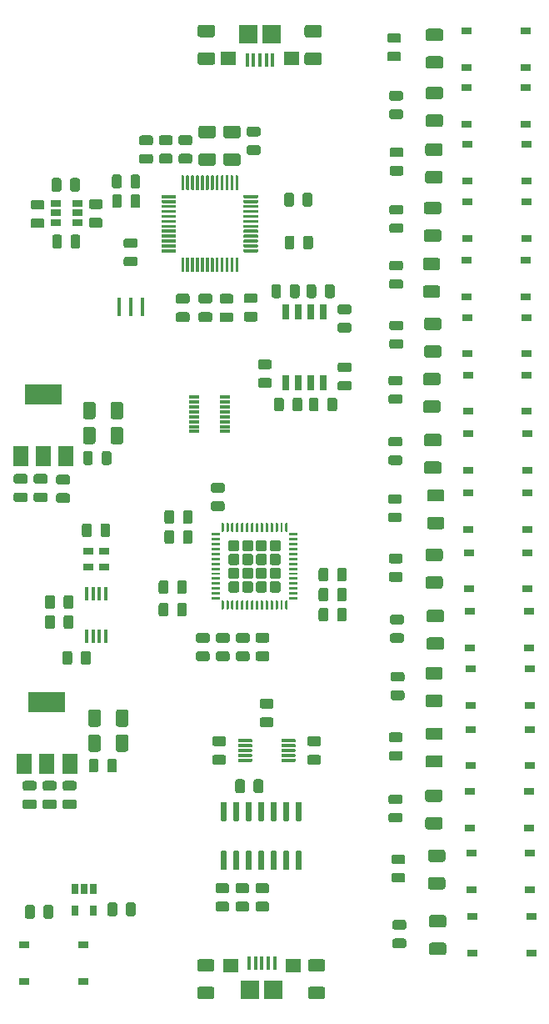
<source format=gbr>
G04 #@! TF.GenerationSoftware,KiCad,Pcbnew,(5.1.5-0-10_14)*
G04 #@! TF.CreationDate,2021-02-17T12:19:45-08:00*
G04 #@! TF.ProjectId,striVe_pcb,73747269-5665-45f7-9063-622e6b696361,rev?*
G04 #@! TF.SameCoordinates,Original*
G04 #@! TF.FileFunction,Paste,Top*
G04 #@! TF.FilePolarity,Positive*
%FSLAX46Y46*%
G04 Gerber Fmt 4.6, Leading zero omitted, Abs format (unit mm)*
G04 Created by KiCad (PCBNEW (5.1.5-0-10_14)) date 2021-02-17 12:19:45*
%MOMM*%
%LPD*%
G04 APERTURE LIST*
%ADD10C,0.100000*%
%ADD11R,0.977900X0.304800*%
%ADD12R,1.016000X0.660400*%
%ADD13R,1.000000X0.700000*%
%ADD14R,0.400000X1.900000*%
%ADD15R,0.650000X1.650000*%
%ADD16R,1.900000X1.900000*%
%ADD17R,1.600000X1.400000*%
%ADD18R,0.400000X1.350000*%
%ADD19R,0.650000X1.060000*%
%ADD20R,0.450000X1.450000*%
%ADD21R,1.500000X2.000000*%
%ADD22R,3.800000X2.000000*%
%ADD23R,1.060000X0.650000*%
G04 APERTURE END LIST*
D10*
G36*
X161790142Y-119151174D02*
G01*
X161813803Y-119154684D01*
X161837007Y-119160496D01*
X161859529Y-119168554D01*
X161881153Y-119178782D01*
X161901670Y-119191079D01*
X161920883Y-119205329D01*
X161938607Y-119221393D01*
X161954671Y-119239117D01*
X161968921Y-119258330D01*
X161981218Y-119278847D01*
X161991446Y-119300471D01*
X161999504Y-119322993D01*
X162005316Y-119346197D01*
X162008826Y-119369858D01*
X162010000Y-119393750D01*
X162010000Y-120306250D01*
X162008826Y-120330142D01*
X162005316Y-120353803D01*
X161999504Y-120377007D01*
X161991446Y-120399529D01*
X161981218Y-120421153D01*
X161968921Y-120441670D01*
X161954671Y-120460883D01*
X161938607Y-120478607D01*
X161920883Y-120494671D01*
X161901670Y-120508921D01*
X161881153Y-120521218D01*
X161859529Y-120531446D01*
X161837007Y-120539504D01*
X161813803Y-120545316D01*
X161790142Y-120548826D01*
X161766250Y-120550000D01*
X161278750Y-120550000D01*
X161254858Y-120548826D01*
X161231197Y-120545316D01*
X161207993Y-120539504D01*
X161185471Y-120531446D01*
X161163847Y-120521218D01*
X161143330Y-120508921D01*
X161124117Y-120494671D01*
X161106393Y-120478607D01*
X161090329Y-120460883D01*
X161076079Y-120441670D01*
X161063782Y-120421153D01*
X161053554Y-120399529D01*
X161045496Y-120377007D01*
X161039684Y-120353803D01*
X161036174Y-120330142D01*
X161035000Y-120306250D01*
X161035000Y-119393750D01*
X161036174Y-119369858D01*
X161039684Y-119346197D01*
X161045496Y-119322993D01*
X161053554Y-119300471D01*
X161063782Y-119278847D01*
X161076079Y-119258330D01*
X161090329Y-119239117D01*
X161106393Y-119221393D01*
X161124117Y-119205329D01*
X161143330Y-119191079D01*
X161163847Y-119178782D01*
X161185471Y-119168554D01*
X161207993Y-119160496D01*
X161231197Y-119154684D01*
X161254858Y-119151174D01*
X161278750Y-119150000D01*
X161766250Y-119150000D01*
X161790142Y-119151174D01*
G37*
G36*
X163665142Y-119151174D02*
G01*
X163688803Y-119154684D01*
X163712007Y-119160496D01*
X163734529Y-119168554D01*
X163756153Y-119178782D01*
X163776670Y-119191079D01*
X163795883Y-119205329D01*
X163813607Y-119221393D01*
X163829671Y-119239117D01*
X163843921Y-119258330D01*
X163856218Y-119278847D01*
X163866446Y-119300471D01*
X163874504Y-119322993D01*
X163880316Y-119346197D01*
X163883826Y-119369858D01*
X163885000Y-119393750D01*
X163885000Y-120306250D01*
X163883826Y-120330142D01*
X163880316Y-120353803D01*
X163874504Y-120377007D01*
X163866446Y-120399529D01*
X163856218Y-120421153D01*
X163843921Y-120441670D01*
X163829671Y-120460883D01*
X163813607Y-120478607D01*
X163795883Y-120494671D01*
X163776670Y-120508921D01*
X163756153Y-120521218D01*
X163734529Y-120531446D01*
X163712007Y-120539504D01*
X163688803Y-120545316D01*
X163665142Y-120548826D01*
X163641250Y-120550000D01*
X163153750Y-120550000D01*
X163129858Y-120548826D01*
X163106197Y-120545316D01*
X163082993Y-120539504D01*
X163060471Y-120531446D01*
X163038847Y-120521218D01*
X163018330Y-120508921D01*
X162999117Y-120494671D01*
X162981393Y-120478607D01*
X162965329Y-120460883D01*
X162951079Y-120441670D01*
X162938782Y-120421153D01*
X162928554Y-120399529D01*
X162920496Y-120377007D01*
X162914684Y-120353803D01*
X162911174Y-120330142D01*
X162910000Y-120306250D01*
X162910000Y-119393750D01*
X162911174Y-119369858D01*
X162914684Y-119346197D01*
X162920496Y-119322993D01*
X162928554Y-119300471D01*
X162938782Y-119278847D01*
X162951079Y-119258330D01*
X162965329Y-119239117D01*
X162981393Y-119221393D01*
X162999117Y-119205329D01*
X163018330Y-119191079D01*
X163038847Y-119178782D01*
X163060471Y-119168554D01*
X163082993Y-119160496D01*
X163106197Y-119154684D01*
X163129858Y-119151174D01*
X163153750Y-119150000D01*
X163641250Y-119150000D01*
X163665142Y-119151174D01*
G37*
D11*
X159962850Y-80342801D03*
X159962850Y-80842800D03*
X159962850Y-81342802D03*
X159962850Y-81842800D03*
X159962850Y-82342800D03*
X159962850Y-82842801D03*
X159962850Y-83342800D03*
X159962850Y-83842802D03*
X156876750Y-83842799D03*
X156876750Y-83342800D03*
X156876750Y-82842798D03*
X156876750Y-82342800D03*
X156876750Y-81842800D03*
X156876750Y-81342799D03*
X156876750Y-80842800D03*
X156876750Y-80342798D03*
D12*
X147718780Y-95968820D03*
X147718780Y-97619820D03*
X146118580Y-97619820D03*
X146118580Y-95968820D03*
D13*
X185109600Y-133119809D03*
X191109600Y-133119809D03*
X185109600Y-136819809D03*
X191109600Y-136819809D03*
X139600000Y-135950000D03*
X145600000Y-135950000D03*
X139600000Y-139650000D03*
X145600000Y-139650000D03*
X185010000Y-126660000D03*
X191010000Y-126660000D03*
X185010000Y-130360000D03*
X191010000Y-130360000D03*
X184924890Y-120367103D03*
X190924890Y-120367103D03*
X184924890Y-124067103D03*
X190924890Y-124067103D03*
X184954092Y-114080049D03*
X190954092Y-114080049D03*
X184954092Y-117780049D03*
X190954092Y-117780049D03*
X184936793Y-107936284D03*
X190936793Y-107936284D03*
X184936793Y-111636284D03*
X190936793Y-111636284D03*
X184873596Y-102124769D03*
X190873596Y-102124769D03*
X184873596Y-105824769D03*
X190873596Y-105824769D03*
X184756076Y-96125186D03*
X190756076Y-96125186D03*
X184756076Y-99825186D03*
X190756076Y-99825186D03*
X184720008Y-90078446D03*
X190720008Y-90078446D03*
X184720008Y-93778446D03*
X190720008Y-93778446D03*
X184710000Y-84060000D03*
X190710000Y-84060000D03*
X184710000Y-87760000D03*
X190710000Y-87760000D03*
X184675721Y-78109678D03*
X190675721Y-78109678D03*
X184675721Y-81809678D03*
X190675721Y-81809678D03*
X184610000Y-72260000D03*
X190610000Y-72260000D03*
X184610000Y-75960000D03*
X190610000Y-75960000D03*
X184585000Y-66435000D03*
X190585000Y-66435000D03*
X184585000Y-70135000D03*
X190585000Y-70135000D03*
X184610000Y-60510000D03*
X190610000Y-60510000D03*
X184610000Y-64210000D03*
X190610000Y-64210000D03*
X184635000Y-54685000D03*
X190635000Y-54685000D03*
X184635000Y-58385000D03*
X190635000Y-58385000D03*
X184585000Y-48935000D03*
X190585000Y-48935000D03*
X184585000Y-52635000D03*
X190585000Y-52635000D03*
X184585000Y-43160000D03*
X190585000Y-43160000D03*
X184585000Y-46860000D03*
X190585000Y-46860000D03*
D14*
X151600000Y-71200000D03*
X150400000Y-71200000D03*
X149200000Y-71200000D03*
D15*
X169975000Y-78910000D03*
X168705000Y-78910000D03*
X167435000Y-78910000D03*
X166165000Y-78910000D03*
X166165000Y-71710000D03*
X167435000Y-71710000D03*
X168705000Y-71710000D03*
X169975000Y-71710000D03*
D16*
X164941755Y-140534488D03*
X162541755Y-140534488D03*
D17*
X166941755Y-138084488D03*
X160541755Y-138084488D03*
D18*
X165041755Y-137859488D03*
X164391755Y-137859488D03*
X163741755Y-137859488D03*
X163091755Y-137859488D03*
X162441755Y-137859488D03*
D16*
X162353865Y-43464967D03*
X164753865Y-43464967D03*
D17*
X160353865Y-45914967D03*
X166753865Y-45914967D03*
D18*
X162253865Y-46139967D03*
X162903865Y-46139967D03*
X163553865Y-46139967D03*
X164203865Y-46139967D03*
X164853865Y-46139967D03*
D10*
G36*
X154957351Y-65350361D02*
G01*
X154964632Y-65351441D01*
X154971771Y-65353229D01*
X154978701Y-65355709D01*
X154985355Y-65358856D01*
X154991668Y-65362640D01*
X154997579Y-65367024D01*
X155003033Y-65371967D01*
X155007976Y-65377421D01*
X155012360Y-65383332D01*
X155016144Y-65389645D01*
X155019291Y-65396299D01*
X155021771Y-65403229D01*
X155023559Y-65410368D01*
X155024639Y-65417649D01*
X155025000Y-65425000D01*
X155025000Y-65575000D01*
X155024639Y-65582351D01*
X155023559Y-65589632D01*
X155021771Y-65596771D01*
X155019291Y-65603701D01*
X155016144Y-65610355D01*
X155012360Y-65616668D01*
X155007976Y-65622579D01*
X155003033Y-65628033D01*
X154997579Y-65632976D01*
X154991668Y-65637360D01*
X154985355Y-65641144D01*
X154978701Y-65644291D01*
X154971771Y-65646771D01*
X154964632Y-65648559D01*
X154957351Y-65649639D01*
X154950000Y-65650000D01*
X153625000Y-65650000D01*
X153617649Y-65649639D01*
X153610368Y-65648559D01*
X153603229Y-65646771D01*
X153596299Y-65644291D01*
X153589645Y-65641144D01*
X153583332Y-65637360D01*
X153577421Y-65632976D01*
X153571967Y-65628033D01*
X153567024Y-65622579D01*
X153562640Y-65616668D01*
X153558856Y-65610355D01*
X153555709Y-65603701D01*
X153553229Y-65596771D01*
X153551441Y-65589632D01*
X153550361Y-65582351D01*
X153550000Y-65575000D01*
X153550000Y-65425000D01*
X153550361Y-65417649D01*
X153551441Y-65410368D01*
X153553229Y-65403229D01*
X153555709Y-65396299D01*
X153558856Y-65389645D01*
X153562640Y-65383332D01*
X153567024Y-65377421D01*
X153571967Y-65371967D01*
X153577421Y-65367024D01*
X153583332Y-65362640D01*
X153589645Y-65358856D01*
X153596299Y-65355709D01*
X153603229Y-65353229D01*
X153610368Y-65351441D01*
X153617649Y-65350361D01*
X153625000Y-65350000D01*
X154950000Y-65350000D01*
X154957351Y-65350361D01*
G37*
G36*
X154957351Y-64850361D02*
G01*
X154964632Y-64851441D01*
X154971771Y-64853229D01*
X154978701Y-64855709D01*
X154985355Y-64858856D01*
X154991668Y-64862640D01*
X154997579Y-64867024D01*
X155003033Y-64871967D01*
X155007976Y-64877421D01*
X155012360Y-64883332D01*
X155016144Y-64889645D01*
X155019291Y-64896299D01*
X155021771Y-64903229D01*
X155023559Y-64910368D01*
X155024639Y-64917649D01*
X155025000Y-64925000D01*
X155025000Y-65075000D01*
X155024639Y-65082351D01*
X155023559Y-65089632D01*
X155021771Y-65096771D01*
X155019291Y-65103701D01*
X155016144Y-65110355D01*
X155012360Y-65116668D01*
X155007976Y-65122579D01*
X155003033Y-65128033D01*
X154997579Y-65132976D01*
X154991668Y-65137360D01*
X154985355Y-65141144D01*
X154978701Y-65144291D01*
X154971771Y-65146771D01*
X154964632Y-65148559D01*
X154957351Y-65149639D01*
X154950000Y-65150000D01*
X153625000Y-65150000D01*
X153617649Y-65149639D01*
X153610368Y-65148559D01*
X153603229Y-65146771D01*
X153596299Y-65144291D01*
X153589645Y-65141144D01*
X153583332Y-65137360D01*
X153577421Y-65132976D01*
X153571967Y-65128033D01*
X153567024Y-65122579D01*
X153562640Y-65116668D01*
X153558856Y-65110355D01*
X153555709Y-65103701D01*
X153553229Y-65096771D01*
X153551441Y-65089632D01*
X153550361Y-65082351D01*
X153550000Y-65075000D01*
X153550000Y-64925000D01*
X153550361Y-64917649D01*
X153551441Y-64910368D01*
X153553229Y-64903229D01*
X153555709Y-64896299D01*
X153558856Y-64889645D01*
X153562640Y-64883332D01*
X153567024Y-64877421D01*
X153571967Y-64871967D01*
X153577421Y-64867024D01*
X153583332Y-64862640D01*
X153589645Y-64858856D01*
X153596299Y-64855709D01*
X153603229Y-64853229D01*
X153610368Y-64851441D01*
X153617649Y-64850361D01*
X153625000Y-64850000D01*
X154950000Y-64850000D01*
X154957351Y-64850361D01*
G37*
G36*
X154957351Y-64350361D02*
G01*
X154964632Y-64351441D01*
X154971771Y-64353229D01*
X154978701Y-64355709D01*
X154985355Y-64358856D01*
X154991668Y-64362640D01*
X154997579Y-64367024D01*
X155003033Y-64371967D01*
X155007976Y-64377421D01*
X155012360Y-64383332D01*
X155016144Y-64389645D01*
X155019291Y-64396299D01*
X155021771Y-64403229D01*
X155023559Y-64410368D01*
X155024639Y-64417649D01*
X155025000Y-64425000D01*
X155025000Y-64575000D01*
X155024639Y-64582351D01*
X155023559Y-64589632D01*
X155021771Y-64596771D01*
X155019291Y-64603701D01*
X155016144Y-64610355D01*
X155012360Y-64616668D01*
X155007976Y-64622579D01*
X155003033Y-64628033D01*
X154997579Y-64632976D01*
X154991668Y-64637360D01*
X154985355Y-64641144D01*
X154978701Y-64644291D01*
X154971771Y-64646771D01*
X154964632Y-64648559D01*
X154957351Y-64649639D01*
X154950000Y-64650000D01*
X153625000Y-64650000D01*
X153617649Y-64649639D01*
X153610368Y-64648559D01*
X153603229Y-64646771D01*
X153596299Y-64644291D01*
X153589645Y-64641144D01*
X153583332Y-64637360D01*
X153577421Y-64632976D01*
X153571967Y-64628033D01*
X153567024Y-64622579D01*
X153562640Y-64616668D01*
X153558856Y-64610355D01*
X153555709Y-64603701D01*
X153553229Y-64596771D01*
X153551441Y-64589632D01*
X153550361Y-64582351D01*
X153550000Y-64575000D01*
X153550000Y-64425000D01*
X153550361Y-64417649D01*
X153551441Y-64410368D01*
X153553229Y-64403229D01*
X153555709Y-64396299D01*
X153558856Y-64389645D01*
X153562640Y-64383332D01*
X153567024Y-64377421D01*
X153571967Y-64371967D01*
X153577421Y-64367024D01*
X153583332Y-64362640D01*
X153589645Y-64358856D01*
X153596299Y-64355709D01*
X153603229Y-64353229D01*
X153610368Y-64351441D01*
X153617649Y-64350361D01*
X153625000Y-64350000D01*
X154950000Y-64350000D01*
X154957351Y-64350361D01*
G37*
G36*
X154957351Y-63850361D02*
G01*
X154964632Y-63851441D01*
X154971771Y-63853229D01*
X154978701Y-63855709D01*
X154985355Y-63858856D01*
X154991668Y-63862640D01*
X154997579Y-63867024D01*
X155003033Y-63871967D01*
X155007976Y-63877421D01*
X155012360Y-63883332D01*
X155016144Y-63889645D01*
X155019291Y-63896299D01*
X155021771Y-63903229D01*
X155023559Y-63910368D01*
X155024639Y-63917649D01*
X155025000Y-63925000D01*
X155025000Y-64075000D01*
X155024639Y-64082351D01*
X155023559Y-64089632D01*
X155021771Y-64096771D01*
X155019291Y-64103701D01*
X155016144Y-64110355D01*
X155012360Y-64116668D01*
X155007976Y-64122579D01*
X155003033Y-64128033D01*
X154997579Y-64132976D01*
X154991668Y-64137360D01*
X154985355Y-64141144D01*
X154978701Y-64144291D01*
X154971771Y-64146771D01*
X154964632Y-64148559D01*
X154957351Y-64149639D01*
X154950000Y-64150000D01*
X153625000Y-64150000D01*
X153617649Y-64149639D01*
X153610368Y-64148559D01*
X153603229Y-64146771D01*
X153596299Y-64144291D01*
X153589645Y-64141144D01*
X153583332Y-64137360D01*
X153577421Y-64132976D01*
X153571967Y-64128033D01*
X153567024Y-64122579D01*
X153562640Y-64116668D01*
X153558856Y-64110355D01*
X153555709Y-64103701D01*
X153553229Y-64096771D01*
X153551441Y-64089632D01*
X153550361Y-64082351D01*
X153550000Y-64075000D01*
X153550000Y-63925000D01*
X153550361Y-63917649D01*
X153551441Y-63910368D01*
X153553229Y-63903229D01*
X153555709Y-63896299D01*
X153558856Y-63889645D01*
X153562640Y-63883332D01*
X153567024Y-63877421D01*
X153571967Y-63871967D01*
X153577421Y-63867024D01*
X153583332Y-63862640D01*
X153589645Y-63858856D01*
X153596299Y-63855709D01*
X153603229Y-63853229D01*
X153610368Y-63851441D01*
X153617649Y-63850361D01*
X153625000Y-63850000D01*
X154950000Y-63850000D01*
X154957351Y-63850361D01*
G37*
G36*
X154957351Y-63350361D02*
G01*
X154964632Y-63351441D01*
X154971771Y-63353229D01*
X154978701Y-63355709D01*
X154985355Y-63358856D01*
X154991668Y-63362640D01*
X154997579Y-63367024D01*
X155003033Y-63371967D01*
X155007976Y-63377421D01*
X155012360Y-63383332D01*
X155016144Y-63389645D01*
X155019291Y-63396299D01*
X155021771Y-63403229D01*
X155023559Y-63410368D01*
X155024639Y-63417649D01*
X155025000Y-63425000D01*
X155025000Y-63575000D01*
X155024639Y-63582351D01*
X155023559Y-63589632D01*
X155021771Y-63596771D01*
X155019291Y-63603701D01*
X155016144Y-63610355D01*
X155012360Y-63616668D01*
X155007976Y-63622579D01*
X155003033Y-63628033D01*
X154997579Y-63632976D01*
X154991668Y-63637360D01*
X154985355Y-63641144D01*
X154978701Y-63644291D01*
X154971771Y-63646771D01*
X154964632Y-63648559D01*
X154957351Y-63649639D01*
X154950000Y-63650000D01*
X153625000Y-63650000D01*
X153617649Y-63649639D01*
X153610368Y-63648559D01*
X153603229Y-63646771D01*
X153596299Y-63644291D01*
X153589645Y-63641144D01*
X153583332Y-63637360D01*
X153577421Y-63632976D01*
X153571967Y-63628033D01*
X153567024Y-63622579D01*
X153562640Y-63616668D01*
X153558856Y-63610355D01*
X153555709Y-63603701D01*
X153553229Y-63596771D01*
X153551441Y-63589632D01*
X153550361Y-63582351D01*
X153550000Y-63575000D01*
X153550000Y-63425000D01*
X153550361Y-63417649D01*
X153551441Y-63410368D01*
X153553229Y-63403229D01*
X153555709Y-63396299D01*
X153558856Y-63389645D01*
X153562640Y-63383332D01*
X153567024Y-63377421D01*
X153571967Y-63371967D01*
X153577421Y-63367024D01*
X153583332Y-63362640D01*
X153589645Y-63358856D01*
X153596299Y-63355709D01*
X153603229Y-63353229D01*
X153610368Y-63351441D01*
X153617649Y-63350361D01*
X153625000Y-63350000D01*
X154950000Y-63350000D01*
X154957351Y-63350361D01*
G37*
G36*
X154957351Y-62850361D02*
G01*
X154964632Y-62851441D01*
X154971771Y-62853229D01*
X154978701Y-62855709D01*
X154985355Y-62858856D01*
X154991668Y-62862640D01*
X154997579Y-62867024D01*
X155003033Y-62871967D01*
X155007976Y-62877421D01*
X155012360Y-62883332D01*
X155016144Y-62889645D01*
X155019291Y-62896299D01*
X155021771Y-62903229D01*
X155023559Y-62910368D01*
X155024639Y-62917649D01*
X155025000Y-62925000D01*
X155025000Y-63075000D01*
X155024639Y-63082351D01*
X155023559Y-63089632D01*
X155021771Y-63096771D01*
X155019291Y-63103701D01*
X155016144Y-63110355D01*
X155012360Y-63116668D01*
X155007976Y-63122579D01*
X155003033Y-63128033D01*
X154997579Y-63132976D01*
X154991668Y-63137360D01*
X154985355Y-63141144D01*
X154978701Y-63144291D01*
X154971771Y-63146771D01*
X154964632Y-63148559D01*
X154957351Y-63149639D01*
X154950000Y-63150000D01*
X153625000Y-63150000D01*
X153617649Y-63149639D01*
X153610368Y-63148559D01*
X153603229Y-63146771D01*
X153596299Y-63144291D01*
X153589645Y-63141144D01*
X153583332Y-63137360D01*
X153577421Y-63132976D01*
X153571967Y-63128033D01*
X153567024Y-63122579D01*
X153562640Y-63116668D01*
X153558856Y-63110355D01*
X153555709Y-63103701D01*
X153553229Y-63096771D01*
X153551441Y-63089632D01*
X153550361Y-63082351D01*
X153550000Y-63075000D01*
X153550000Y-62925000D01*
X153550361Y-62917649D01*
X153551441Y-62910368D01*
X153553229Y-62903229D01*
X153555709Y-62896299D01*
X153558856Y-62889645D01*
X153562640Y-62883332D01*
X153567024Y-62877421D01*
X153571967Y-62871967D01*
X153577421Y-62867024D01*
X153583332Y-62862640D01*
X153589645Y-62858856D01*
X153596299Y-62855709D01*
X153603229Y-62853229D01*
X153610368Y-62851441D01*
X153617649Y-62850361D01*
X153625000Y-62850000D01*
X154950000Y-62850000D01*
X154957351Y-62850361D01*
G37*
G36*
X154957351Y-62350361D02*
G01*
X154964632Y-62351441D01*
X154971771Y-62353229D01*
X154978701Y-62355709D01*
X154985355Y-62358856D01*
X154991668Y-62362640D01*
X154997579Y-62367024D01*
X155003033Y-62371967D01*
X155007976Y-62377421D01*
X155012360Y-62383332D01*
X155016144Y-62389645D01*
X155019291Y-62396299D01*
X155021771Y-62403229D01*
X155023559Y-62410368D01*
X155024639Y-62417649D01*
X155025000Y-62425000D01*
X155025000Y-62575000D01*
X155024639Y-62582351D01*
X155023559Y-62589632D01*
X155021771Y-62596771D01*
X155019291Y-62603701D01*
X155016144Y-62610355D01*
X155012360Y-62616668D01*
X155007976Y-62622579D01*
X155003033Y-62628033D01*
X154997579Y-62632976D01*
X154991668Y-62637360D01*
X154985355Y-62641144D01*
X154978701Y-62644291D01*
X154971771Y-62646771D01*
X154964632Y-62648559D01*
X154957351Y-62649639D01*
X154950000Y-62650000D01*
X153625000Y-62650000D01*
X153617649Y-62649639D01*
X153610368Y-62648559D01*
X153603229Y-62646771D01*
X153596299Y-62644291D01*
X153589645Y-62641144D01*
X153583332Y-62637360D01*
X153577421Y-62632976D01*
X153571967Y-62628033D01*
X153567024Y-62622579D01*
X153562640Y-62616668D01*
X153558856Y-62610355D01*
X153555709Y-62603701D01*
X153553229Y-62596771D01*
X153551441Y-62589632D01*
X153550361Y-62582351D01*
X153550000Y-62575000D01*
X153550000Y-62425000D01*
X153550361Y-62417649D01*
X153551441Y-62410368D01*
X153553229Y-62403229D01*
X153555709Y-62396299D01*
X153558856Y-62389645D01*
X153562640Y-62383332D01*
X153567024Y-62377421D01*
X153571967Y-62371967D01*
X153577421Y-62367024D01*
X153583332Y-62362640D01*
X153589645Y-62358856D01*
X153596299Y-62355709D01*
X153603229Y-62353229D01*
X153610368Y-62351441D01*
X153617649Y-62350361D01*
X153625000Y-62350000D01*
X154950000Y-62350000D01*
X154957351Y-62350361D01*
G37*
G36*
X154957351Y-61850361D02*
G01*
X154964632Y-61851441D01*
X154971771Y-61853229D01*
X154978701Y-61855709D01*
X154985355Y-61858856D01*
X154991668Y-61862640D01*
X154997579Y-61867024D01*
X155003033Y-61871967D01*
X155007976Y-61877421D01*
X155012360Y-61883332D01*
X155016144Y-61889645D01*
X155019291Y-61896299D01*
X155021771Y-61903229D01*
X155023559Y-61910368D01*
X155024639Y-61917649D01*
X155025000Y-61925000D01*
X155025000Y-62075000D01*
X155024639Y-62082351D01*
X155023559Y-62089632D01*
X155021771Y-62096771D01*
X155019291Y-62103701D01*
X155016144Y-62110355D01*
X155012360Y-62116668D01*
X155007976Y-62122579D01*
X155003033Y-62128033D01*
X154997579Y-62132976D01*
X154991668Y-62137360D01*
X154985355Y-62141144D01*
X154978701Y-62144291D01*
X154971771Y-62146771D01*
X154964632Y-62148559D01*
X154957351Y-62149639D01*
X154950000Y-62150000D01*
X153625000Y-62150000D01*
X153617649Y-62149639D01*
X153610368Y-62148559D01*
X153603229Y-62146771D01*
X153596299Y-62144291D01*
X153589645Y-62141144D01*
X153583332Y-62137360D01*
X153577421Y-62132976D01*
X153571967Y-62128033D01*
X153567024Y-62122579D01*
X153562640Y-62116668D01*
X153558856Y-62110355D01*
X153555709Y-62103701D01*
X153553229Y-62096771D01*
X153551441Y-62089632D01*
X153550361Y-62082351D01*
X153550000Y-62075000D01*
X153550000Y-61925000D01*
X153550361Y-61917649D01*
X153551441Y-61910368D01*
X153553229Y-61903229D01*
X153555709Y-61896299D01*
X153558856Y-61889645D01*
X153562640Y-61883332D01*
X153567024Y-61877421D01*
X153571967Y-61871967D01*
X153577421Y-61867024D01*
X153583332Y-61862640D01*
X153589645Y-61858856D01*
X153596299Y-61855709D01*
X153603229Y-61853229D01*
X153610368Y-61851441D01*
X153617649Y-61850361D01*
X153625000Y-61850000D01*
X154950000Y-61850000D01*
X154957351Y-61850361D01*
G37*
G36*
X154957351Y-61350361D02*
G01*
X154964632Y-61351441D01*
X154971771Y-61353229D01*
X154978701Y-61355709D01*
X154985355Y-61358856D01*
X154991668Y-61362640D01*
X154997579Y-61367024D01*
X155003033Y-61371967D01*
X155007976Y-61377421D01*
X155012360Y-61383332D01*
X155016144Y-61389645D01*
X155019291Y-61396299D01*
X155021771Y-61403229D01*
X155023559Y-61410368D01*
X155024639Y-61417649D01*
X155025000Y-61425000D01*
X155025000Y-61575000D01*
X155024639Y-61582351D01*
X155023559Y-61589632D01*
X155021771Y-61596771D01*
X155019291Y-61603701D01*
X155016144Y-61610355D01*
X155012360Y-61616668D01*
X155007976Y-61622579D01*
X155003033Y-61628033D01*
X154997579Y-61632976D01*
X154991668Y-61637360D01*
X154985355Y-61641144D01*
X154978701Y-61644291D01*
X154971771Y-61646771D01*
X154964632Y-61648559D01*
X154957351Y-61649639D01*
X154950000Y-61650000D01*
X153625000Y-61650000D01*
X153617649Y-61649639D01*
X153610368Y-61648559D01*
X153603229Y-61646771D01*
X153596299Y-61644291D01*
X153589645Y-61641144D01*
X153583332Y-61637360D01*
X153577421Y-61632976D01*
X153571967Y-61628033D01*
X153567024Y-61622579D01*
X153562640Y-61616668D01*
X153558856Y-61610355D01*
X153555709Y-61603701D01*
X153553229Y-61596771D01*
X153551441Y-61589632D01*
X153550361Y-61582351D01*
X153550000Y-61575000D01*
X153550000Y-61425000D01*
X153550361Y-61417649D01*
X153551441Y-61410368D01*
X153553229Y-61403229D01*
X153555709Y-61396299D01*
X153558856Y-61389645D01*
X153562640Y-61383332D01*
X153567024Y-61377421D01*
X153571967Y-61371967D01*
X153577421Y-61367024D01*
X153583332Y-61362640D01*
X153589645Y-61358856D01*
X153596299Y-61355709D01*
X153603229Y-61353229D01*
X153610368Y-61351441D01*
X153617649Y-61350361D01*
X153625000Y-61350000D01*
X154950000Y-61350000D01*
X154957351Y-61350361D01*
G37*
G36*
X154957351Y-60850361D02*
G01*
X154964632Y-60851441D01*
X154971771Y-60853229D01*
X154978701Y-60855709D01*
X154985355Y-60858856D01*
X154991668Y-60862640D01*
X154997579Y-60867024D01*
X155003033Y-60871967D01*
X155007976Y-60877421D01*
X155012360Y-60883332D01*
X155016144Y-60889645D01*
X155019291Y-60896299D01*
X155021771Y-60903229D01*
X155023559Y-60910368D01*
X155024639Y-60917649D01*
X155025000Y-60925000D01*
X155025000Y-61075000D01*
X155024639Y-61082351D01*
X155023559Y-61089632D01*
X155021771Y-61096771D01*
X155019291Y-61103701D01*
X155016144Y-61110355D01*
X155012360Y-61116668D01*
X155007976Y-61122579D01*
X155003033Y-61128033D01*
X154997579Y-61132976D01*
X154991668Y-61137360D01*
X154985355Y-61141144D01*
X154978701Y-61144291D01*
X154971771Y-61146771D01*
X154964632Y-61148559D01*
X154957351Y-61149639D01*
X154950000Y-61150000D01*
X153625000Y-61150000D01*
X153617649Y-61149639D01*
X153610368Y-61148559D01*
X153603229Y-61146771D01*
X153596299Y-61144291D01*
X153589645Y-61141144D01*
X153583332Y-61137360D01*
X153577421Y-61132976D01*
X153571967Y-61128033D01*
X153567024Y-61122579D01*
X153562640Y-61116668D01*
X153558856Y-61110355D01*
X153555709Y-61103701D01*
X153553229Y-61096771D01*
X153551441Y-61089632D01*
X153550361Y-61082351D01*
X153550000Y-61075000D01*
X153550000Y-60925000D01*
X153550361Y-60917649D01*
X153551441Y-60910368D01*
X153553229Y-60903229D01*
X153555709Y-60896299D01*
X153558856Y-60889645D01*
X153562640Y-60883332D01*
X153567024Y-60877421D01*
X153571967Y-60871967D01*
X153577421Y-60867024D01*
X153583332Y-60862640D01*
X153589645Y-60858856D01*
X153596299Y-60855709D01*
X153603229Y-60853229D01*
X153610368Y-60851441D01*
X153617649Y-60850361D01*
X153625000Y-60850000D01*
X154950000Y-60850000D01*
X154957351Y-60850361D01*
G37*
G36*
X154957351Y-60350361D02*
G01*
X154964632Y-60351441D01*
X154971771Y-60353229D01*
X154978701Y-60355709D01*
X154985355Y-60358856D01*
X154991668Y-60362640D01*
X154997579Y-60367024D01*
X155003033Y-60371967D01*
X155007976Y-60377421D01*
X155012360Y-60383332D01*
X155016144Y-60389645D01*
X155019291Y-60396299D01*
X155021771Y-60403229D01*
X155023559Y-60410368D01*
X155024639Y-60417649D01*
X155025000Y-60425000D01*
X155025000Y-60575000D01*
X155024639Y-60582351D01*
X155023559Y-60589632D01*
X155021771Y-60596771D01*
X155019291Y-60603701D01*
X155016144Y-60610355D01*
X155012360Y-60616668D01*
X155007976Y-60622579D01*
X155003033Y-60628033D01*
X154997579Y-60632976D01*
X154991668Y-60637360D01*
X154985355Y-60641144D01*
X154978701Y-60644291D01*
X154971771Y-60646771D01*
X154964632Y-60648559D01*
X154957351Y-60649639D01*
X154950000Y-60650000D01*
X153625000Y-60650000D01*
X153617649Y-60649639D01*
X153610368Y-60648559D01*
X153603229Y-60646771D01*
X153596299Y-60644291D01*
X153589645Y-60641144D01*
X153583332Y-60637360D01*
X153577421Y-60632976D01*
X153571967Y-60628033D01*
X153567024Y-60622579D01*
X153562640Y-60616668D01*
X153558856Y-60610355D01*
X153555709Y-60603701D01*
X153553229Y-60596771D01*
X153551441Y-60589632D01*
X153550361Y-60582351D01*
X153550000Y-60575000D01*
X153550000Y-60425000D01*
X153550361Y-60417649D01*
X153551441Y-60410368D01*
X153553229Y-60403229D01*
X153555709Y-60396299D01*
X153558856Y-60389645D01*
X153562640Y-60383332D01*
X153567024Y-60377421D01*
X153571967Y-60371967D01*
X153577421Y-60367024D01*
X153583332Y-60362640D01*
X153589645Y-60358856D01*
X153596299Y-60355709D01*
X153603229Y-60353229D01*
X153610368Y-60351441D01*
X153617649Y-60350361D01*
X153625000Y-60350000D01*
X154950000Y-60350000D01*
X154957351Y-60350361D01*
G37*
G36*
X154957351Y-59850361D02*
G01*
X154964632Y-59851441D01*
X154971771Y-59853229D01*
X154978701Y-59855709D01*
X154985355Y-59858856D01*
X154991668Y-59862640D01*
X154997579Y-59867024D01*
X155003033Y-59871967D01*
X155007976Y-59877421D01*
X155012360Y-59883332D01*
X155016144Y-59889645D01*
X155019291Y-59896299D01*
X155021771Y-59903229D01*
X155023559Y-59910368D01*
X155024639Y-59917649D01*
X155025000Y-59925000D01*
X155025000Y-60075000D01*
X155024639Y-60082351D01*
X155023559Y-60089632D01*
X155021771Y-60096771D01*
X155019291Y-60103701D01*
X155016144Y-60110355D01*
X155012360Y-60116668D01*
X155007976Y-60122579D01*
X155003033Y-60128033D01*
X154997579Y-60132976D01*
X154991668Y-60137360D01*
X154985355Y-60141144D01*
X154978701Y-60144291D01*
X154971771Y-60146771D01*
X154964632Y-60148559D01*
X154957351Y-60149639D01*
X154950000Y-60150000D01*
X153625000Y-60150000D01*
X153617649Y-60149639D01*
X153610368Y-60148559D01*
X153603229Y-60146771D01*
X153596299Y-60144291D01*
X153589645Y-60141144D01*
X153583332Y-60137360D01*
X153577421Y-60132976D01*
X153571967Y-60128033D01*
X153567024Y-60122579D01*
X153562640Y-60116668D01*
X153558856Y-60110355D01*
X153555709Y-60103701D01*
X153553229Y-60096771D01*
X153551441Y-60089632D01*
X153550361Y-60082351D01*
X153550000Y-60075000D01*
X153550000Y-59925000D01*
X153550361Y-59917649D01*
X153551441Y-59910368D01*
X153553229Y-59903229D01*
X153555709Y-59896299D01*
X153558856Y-59889645D01*
X153562640Y-59883332D01*
X153567024Y-59877421D01*
X153571967Y-59871967D01*
X153577421Y-59867024D01*
X153583332Y-59862640D01*
X153589645Y-59858856D01*
X153596299Y-59855709D01*
X153603229Y-59853229D01*
X153610368Y-59851441D01*
X153617649Y-59850361D01*
X153625000Y-59850000D01*
X154950000Y-59850000D01*
X154957351Y-59850361D01*
G37*
G36*
X155782351Y-57850361D02*
G01*
X155789632Y-57851441D01*
X155796771Y-57853229D01*
X155803701Y-57855709D01*
X155810355Y-57858856D01*
X155816668Y-57862640D01*
X155822579Y-57867024D01*
X155828033Y-57871967D01*
X155832976Y-57877421D01*
X155837360Y-57883332D01*
X155841144Y-57889645D01*
X155844291Y-57896299D01*
X155846771Y-57903229D01*
X155848559Y-57910368D01*
X155849639Y-57917649D01*
X155850000Y-57925000D01*
X155850000Y-59250000D01*
X155849639Y-59257351D01*
X155848559Y-59264632D01*
X155846771Y-59271771D01*
X155844291Y-59278701D01*
X155841144Y-59285355D01*
X155837360Y-59291668D01*
X155832976Y-59297579D01*
X155828033Y-59303033D01*
X155822579Y-59307976D01*
X155816668Y-59312360D01*
X155810355Y-59316144D01*
X155803701Y-59319291D01*
X155796771Y-59321771D01*
X155789632Y-59323559D01*
X155782351Y-59324639D01*
X155775000Y-59325000D01*
X155625000Y-59325000D01*
X155617649Y-59324639D01*
X155610368Y-59323559D01*
X155603229Y-59321771D01*
X155596299Y-59319291D01*
X155589645Y-59316144D01*
X155583332Y-59312360D01*
X155577421Y-59307976D01*
X155571967Y-59303033D01*
X155567024Y-59297579D01*
X155562640Y-59291668D01*
X155558856Y-59285355D01*
X155555709Y-59278701D01*
X155553229Y-59271771D01*
X155551441Y-59264632D01*
X155550361Y-59257351D01*
X155550000Y-59250000D01*
X155550000Y-57925000D01*
X155550361Y-57917649D01*
X155551441Y-57910368D01*
X155553229Y-57903229D01*
X155555709Y-57896299D01*
X155558856Y-57889645D01*
X155562640Y-57883332D01*
X155567024Y-57877421D01*
X155571967Y-57871967D01*
X155577421Y-57867024D01*
X155583332Y-57862640D01*
X155589645Y-57858856D01*
X155596299Y-57855709D01*
X155603229Y-57853229D01*
X155610368Y-57851441D01*
X155617649Y-57850361D01*
X155625000Y-57850000D01*
X155775000Y-57850000D01*
X155782351Y-57850361D01*
G37*
G36*
X156282351Y-57850361D02*
G01*
X156289632Y-57851441D01*
X156296771Y-57853229D01*
X156303701Y-57855709D01*
X156310355Y-57858856D01*
X156316668Y-57862640D01*
X156322579Y-57867024D01*
X156328033Y-57871967D01*
X156332976Y-57877421D01*
X156337360Y-57883332D01*
X156341144Y-57889645D01*
X156344291Y-57896299D01*
X156346771Y-57903229D01*
X156348559Y-57910368D01*
X156349639Y-57917649D01*
X156350000Y-57925000D01*
X156350000Y-59250000D01*
X156349639Y-59257351D01*
X156348559Y-59264632D01*
X156346771Y-59271771D01*
X156344291Y-59278701D01*
X156341144Y-59285355D01*
X156337360Y-59291668D01*
X156332976Y-59297579D01*
X156328033Y-59303033D01*
X156322579Y-59307976D01*
X156316668Y-59312360D01*
X156310355Y-59316144D01*
X156303701Y-59319291D01*
X156296771Y-59321771D01*
X156289632Y-59323559D01*
X156282351Y-59324639D01*
X156275000Y-59325000D01*
X156125000Y-59325000D01*
X156117649Y-59324639D01*
X156110368Y-59323559D01*
X156103229Y-59321771D01*
X156096299Y-59319291D01*
X156089645Y-59316144D01*
X156083332Y-59312360D01*
X156077421Y-59307976D01*
X156071967Y-59303033D01*
X156067024Y-59297579D01*
X156062640Y-59291668D01*
X156058856Y-59285355D01*
X156055709Y-59278701D01*
X156053229Y-59271771D01*
X156051441Y-59264632D01*
X156050361Y-59257351D01*
X156050000Y-59250000D01*
X156050000Y-57925000D01*
X156050361Y-57917649D01*
X156051441Y-57910368D01*
X156053229Y-57903229D01*
X156055709Y-57896299D01*
X156058856Y-57889645D01*
X156062640Y-57883332D01*
X156067024Y-57877421D01*
X156071967Y-57871967D01*
X156077421Y-57867024D01*
X156083332Y-57862640D01*
X156089645Y-57858856D01*
X156096299Y-57855709D01*
X156103229Y-57853229D01*
X156110368Y-57851441D01*
X156117649Y-57850361D01*
X156125000Y-57850000D01*
X156275000Y-57850000D01*
X156282351Y-57850361D01*
G37*
G36*
X156782351Y-57850361D02*
G01*
X156789632Y-57851441D01*
X156796771Y-57853229D01*
X156803701Y-57855709D01*
X156810355Y-57858856D01*
X156816668Y-57862640D01*
X156822579Y-57867024D01*
X156828033Y-57871967D01*
X156832976Y-57877421D01*
X156837360Y-57883332D01*
X156841144Y-57889645D01*
X156844291Y-57896299D01*
X156846771Y-57903229D01*
X156848559Y-57910368D01*
X156849639Y-57917649D01*
X156850000Y-57925000D01*
X156850000Y-59250000D01*
X156849639Y-59257351D01*
X156848559Y-59264632D01*
X156846771Y-59271771D01*
X156844291Y-59278701D01*
X156841144Y-59285355D01*
X156837360Y-59291668D01*
X156832976Y-59297579D01*
X156828033Y-59303033D01*
X156822579Y-59307976D01*
X156816668Y-59312360D01*
X156810355Y-59316144D01*
X156803701Y-59319291D01*
X156796771Y-59321771D01*
X156789632Y-59323559D01*
X156782351Y-59324639D01*
X156775000Y-59325000D01*
X156625000Y-59325000D01*
X156617649Y-59324639D01*
X156610368Y-59323559D01*
X156603229Y-59321771D01*
X156596299Y-59319291D01*
X156589645Y-59316144D01*
X156583332Y-59312360D01*
X156577421Y-59307976D01*
X156571967Y-59303033D01*
X156567024Y-59297579D01*
X156562640Y-59291668D01*
X156558856Y-59285355D01*
X156555709Y-59278701D01*
X156553229Y-59271771D01*
X156551441Y-59264632D01*
X156550361Y-59257351D01*
X156550000Y-59250000D01*
X156550000Y-57925000D01*
X156550361Y-57917649D01*
X156551441Y-57910368D01*
X156553229Y-57903229D01*
X156555709Y-57896299D01*
X156558856Y-57889645D01*
X156562640Y-57883332D01*
X156567024Y-57877421D01*
X156571967Y-57871967D01*
X156577421Y-57867024D01*
X156583332Y-57862640D01*
X156589645Y-57858856D01*
X156596299Y-57855709D01*
X156603229Y-57853229D01*
X156610368Y-57851441D01*
X156617649Y-57850361D01*
X156625000Y-57850000D01*
X156775000Y-57850000D01*
X156782351Y-57850361D01*
G37*
G36*
X157282351Y-57850361D02*
G01*
X157289632Y-57851441D01*
X157296771Y-57853229D01*
X157303701Y-57855709D01*
X157310355Y-57858856D01*
X157316668Y-57862640D01*
X157322579Y-57867024D01*
X157328033Y-57871967D01*
X157332976Y-57877421D01*
X157337360Y-57883332D01*
X157341144Y-57889645D01*
X157344291Y-57896299D01*
X157346771Y-57903229D01*
X157348559Y-57910368D01*
X157349639Y-57917649D01*
X157350000Y-57925000D01*
X157350000Y-59250000D01*
X157349639Y-59257351D01*
X157348559Y-59264632D01*
X157346771Y-59271771D01*
X157344291Y-59278701D01*
X157341144Y-59285355D01*
X157337360Y-59291668D01*
X157332976Y-59297579D01*
X157328033Y-59303033D01*
X157322579Y-59307976D01*
X157316668Y-59312360D01*
X157310355Y-59316144D01*
X157303701Y-59319291D01*
X157296771Y-59321771D01*
X157289632Y-59323559D01*
X157282351Y-59324639D01*
X157275000Y-59325000D01*
X157125000Y-59325000D01*
X157117649Y-59324639D01*
X157110368Y-59323559D01*
X157103229Y-59321771D01*
X157096299Y-59319291D01*
X157089645Y-59316144D01*
X157083332Y-59312360D01*
X157077421Y-59307976D01*
X157071967Y-59303033D01*
X157067024Y-59297579D01*
X157062640Y-59291668D01*
X157058856Y-59285355D01*
X157055709Y-59278701D01*
X157053229Y-59271771D01*
X157051441Y-59264632D01*
X157050361Y-59257351D01*
X157050000Y-59250000D01*
X157050000Y-57925000D01*
X157050361Y-57917649D01*
X157051441Y-57910368D01*
X157053229Y-57903229D01*
X157055709Y-57896299D01*
X157058856Y-57889645D01*
X157062640Y-57883332D01*
X157067024Y-57877421D01*
X157071967Y-57871967D01*
X157077421Y-57867024D01*
X157083332Y-57862640D01*
X157089645Y-57858856D01*
X157096299Y-57855709D01*
X157103229Y-57853229D01*
X157110368Y-57851441D01*
X157117649Y-57850361D01*
X157125000Y-57850000D01*
X157275000Y-57850000D01*
X157282351Y-57850361D01*
G37*
G36*
X157782351Y-57850361D02*
G01*
X157789632Y-57851441D01*
X157796771Y-57853229D01*
X157803701Y-57855709D01*
X157810355Y-57858856D01*
X157816668Y-57862640D01*
X157822579Y-57867024D01*
X157828033Y-57871967D01*
X157832976Y-57877421D01*
X157837360Y-57883332D01*
X157841144Y-57889645D01*
X157844291Y-57896299D01*
X157846771Y-57903229D01*
X157848559Y-57910368D01*
X157849639Y-57917649D01*
X157850000Y-57925000D01*
X157850000Y-59250000D01*
X157849639Y-59257351D01*
X157848559Y-59264632D01*
X157846771Y-59271771D01*
X157844291Y-59278701D01*
X157841144Y-59285355D01*
X157837360Y-59291668D01*
X157832976Y-59297579D01*
X157828033Y-59303033D01*
X157822579Y-59307976D01*
X157816668Y-59312360D01*
X157810355Y-59316144D01*
X157803701Y-59319291D01*
X157796771Y-59321771D01*
X157789632Y-59323559D01*
X157782351Y-59324639D01*
X157775000Y-59325000D01*
X157625000Y-59325000D01*
X157617649Y-59324639D01*
X157610368Y-59323559D01*
X157603229Y-59321771D01*
X157596299Y-59319291D01*
X157589645Y-59316144D01*
X157583332Y-59312360D01*
X157577421Y-59307976D01*
X157571967Y-59303033D01*
X157567024Y-59297579D01*
X157562640Y-59291668D01*
X157558856Y-59285355D01*
X157555709Y-59278701D01*
X157553229Y-59271771D01*
X157551441Y-59264632D01*
X157550361Y-59257351D01*
X157550000Y-59250000D01*
X157550000Y-57925000D01*
X157550361Y-57917649D01*
X157551441Y-57910368D01*
X157553229Y-57903229D01*
X157555709Y-57896299D01*
X157558856Y-57889645D01*
X157562640Y-57883332D01*
X157567024Y-57877421D01*
X157571967Y-57871967D01*
X157577421Y-57867024D01*
X157583332Y-57862640D01*
X157589645Y-57858856D01*
X157596299Y-57855709D01*
X157603229Y-57853229D01*
X157610368Y-57851441D01*
X157617649Y-57850361D01*
X157625000Y-57850000D01*
X157775000Y-57850000D01*
X157782351Y-57850361D01*
G37*
G36*
X158282351Y-57850361D02*
G01*
X158289632Y-57851441D01*
X158296771Y-57853229D01*
X158303701Y-57855709D01*
X158310355Y-57858856D01*
X158316668Y-57862640D01*
X158322579Y-57867024D01*
X158328033Y-57871967D01*
X158332976Y-57877421D01*
X158337360Y-57883332D01*
X158341144Y-57889645D01*
X158344291Y-57896299D01*
X158346771Y-57903229D01*
X158348559Y-57910368D01*
X158349639Y-57917649D01*
X158350000Y-57925000D01*
X158350000Y-59250000D01*
X158349639Y-59257351D01*
X158348559Y-59264632D01*
X158346771Y-59271771D01*
X158344291Y-59278701D01*
X158341144Y-59285355D01*
X158337360Y-59291668D01*
X158332976Y-59297579D01*
X158328033Y-59303033D01*
X158322579Y-59307976D01*
X158316668Y-59312360D01*
X158310355Y-59316144D01*
X158303701Y-59319291D01*
X158296771Y-59321771D01*
X158289632Y-59323559D01*
X158282351Y-59324639D01*
X158275000Y-59325000D01*
X158125000Y-59325000D01*
X158117649Y-59324639D01*
X158110368Y-59323559D01*
X158103229Y-59321771D01*
X158096299Y-59319291D01*
X158089645Y-59316144D01*
X158083332Y-59312360D01*
X158077421Y-59307976D01*
X158071967Y-59303033D01*
X158067024Y-59297579D01*
X158062640Y-59291668D01*
X158058856Y-59285355D01*
X158055709Y-59278701D01*
X158053229Y-59271771D01*
X158051441Y-59264632D01*
X158050361Y-59257351D01*
X158050000Y-59250000D01*
X158050000Y-57925000D01*
X158050361Y-57917649D01*
X158051441Y-57910368D01*
X158053229Y-57903229D01*
X158055709Y-57896299D01*
X158058856Y-57889645D01*
X158062640Y-57883332D01*
X158067024Y-57877421D01*
X158071967Y-57871967D01*
X158077421Y-57867024D01*
X158083332Y-57862640D01*
X158089645Y-57858856D01*
X158096299Y-57855709D01*
X158103229Y-57853229D01*
X158110368Y-57851441D01*
X158117649Y-57850361D01*
X158125000Y-57850000D01*
X158275000Y-57850000D01*
X158282351Y-57850361D01*
G37*
G36*
X158782351Y-57850361D02*
G01*
X158789632Y-57851441D01*
X158796771Y-57853229D01*
X158803701Y-57855709D01*
X158810355Y-57858856D01*
X158816668Y-57862640D01*
X158822579Y-57867024D01*
X158828033Y-57871967D01*
X158832976Y-57877421D01*
X158837360Y-57883332D01*
X158841144Y-57889645D01*
X158844291Y-57896299D01*
X158846771Y-57903229D01*
X158848559Y-57910368D01*
X158849639Y-57917649D01*
X158850000Y-57925000D01*
X158850000Y-59250000D01*
X158849639Y-59257351D01*
X158848559Y-59264632D01*
X158846771Y-59271771D01*
X158844291Y-59278701D01*
X158841144Y-59285355D01*
X158837360Y-59291668D01*
X158832976Y-59297579D01*
X158828033Y-59303033D01*
X158822579Y-59307976D01*
X158816668Y-59312360D01*
X158810355Y-59316144D01*
X158803701Y-59319291D01*
X158796771Y-59321771D01*
X158789632Y-59323559D01*
X158782351Y-59324639D01*
X158775000Y-59325000D01*
X158625000Y-59325000D01*
X158617649Y-59324639D01*
X158610368Y-59323559D01*
X158603229Y-59321771D01*
X158596299Y-59319291D01*
X158589645Y-59316144D01*
X158583332Y-59312360D01*
X158577421Y-59307976D01*
X158571967Y-59303033D01*
X158567024Y-59297579D01*
X158562640Y-59291668D01*
X158558856Y-59285355D01*
X158555709Y-59278701D01*
X158553229Y-59271771D01*
X158551441Y-59264632D01*
X158550361Y-59257351D01*
X158550000Y-59250000D01*
X158550000Y-57925000D01*
X158550361Y-57917649D01*
X158551441Y-57910368D01*
X158553229Y-57903229D01*
X158555709Y-57896299D01*
X158558856Y-57889645D01*
X158562640Y-57883332D01*
X158567024Y-57877421D01*
X158571967Y-57871967D01*
X158577421Y-57867024D01*
X158583332Y-57862640D01*
X158589645Y-57858856D01*
X158596299Y-57855709D01*
X158603229Y-57853229D01*
X158610368Y-57851441D01*
X158617649Y-57850361D01*
X158625000Y-57850000D01*
X158775000Y-57850000D01*
X158782351Y-57850361D01*
G37*
G36*
X159282351Y-57850361D02*
G01*
X159289632Y-57851441D01*
X159296771Y-57853229D01*
X159303701Y-57855709D01*
X159310355Y-57858856D01*
X159316668Y-57862640D01*
X159322579Y-57867024D01*
X159328033Y-57871967D01*
X159332976Y-57877421D01*
X159337360Y-57883332D01*
X159341144Y-57889645D01*
X159344291Y-57896299D01*
X159346771Y-57903229D01*
X159348559Y-57910368D01*
X159349639Y-57917649D01*
X159350000Y-57925000D01*
X159350000Y-59250000D01*
X159349639Y-59257351D01*
X159348559Y-59264632D01*
X159346771Y-59271771D01*
X159344291Y-59278701D01*
X159341144Y-59285355D01*
X159337360Y-59291668D01*
X159332976Y-59297579D01*
X159328033Y-59303033D01*
X159322579Y-59307976D01*
X159316668Y-59312360D01*
X159310355Y-59316144D01*
X159303701Y-59319291D01*
X159296771Y-59321771D01*
X159289632Y-59323559D01*
X159282351Y-59324639D01*
X159275000Y-59325000D01*
X159125000Y-59325000D01*
X159117649Y-59324639D01*
X159110368Y-59323559D01*
X159103229Y-59321771D01*
X159096299Y-59319291D01*
X159089645Y-59316144D01*
X159083332Y-59312360D01*
X159077421Y-59307976D01*
X159071967Y-59303033D01*
X159067024Y-59297579D01*
X159062640Y-59291668D01*
X159058856Y-59285355D01*
X159055709Y-59278701D01*
X159053229Y-59271771D01*
X159051441Y-59264632D01*
X159050361Y-59257351D01*
X159050000Y-59250000D01*
X159050000Y-57925000D01*
X159050361Y-57917649D01*
X159051441Y-57910368D01*
X159053229Y-57903229D01*
X159055709Y-57896299D01*
X159058856Y-57889645D01*
X159062640Y-57883332D01*
X159067024Y-57877421D01*
X159071967Y-57871967D01*
X159077421Y-57867024D01*
X159083332Y-57862640D01*
X159089645Y-57858856D01*
X159096299Y-57855709D01*
X159103229Y-57853229D01*
X159110368Y-57851441D01*
X159117649Y-57850361D01*
X159125000Y-57850000D01*
X159275000Y-57850000D01*
X159282351Y-57850361D01*
G37*
G36*
X159782351Y-57850361D02*
G01*
X159789632Y-57851441D01*
X159796771Y-57853229D01*
X159803701Y-57855709D01*
X159810355Y-57858856D01*
X159816668Y-57862640D01*
X159822579Y-57867024D01*
X159828033Y-57871967D01*
X159832976Y-57877421D01*
X159837360Y-57883332D01*
X159841144Y-57889645D01*
X159844291Y-57896299D01*
X159846771Y-57903229D01*
X159848559Y-57910368D01*
X159849639Y-57917649D01*
X159850000Y-57925000D01*
X159850000Y-59250000D01*
X159849639Y-59257351D01*
X159848559Y-59264632D01*
X159846771Y-59271771D01*
X159844291Y-59278701D01*
X159841144Y-59285355D01*
X159837360Y-59291668D01*
X159832976Y-59297579D01*
X159828033Y-59303033D01*
X159822579Y-59307976D01*
X159816668Y-59312360D01*
X159810355Y-59316144D01*
X159803701Y-59319291D01*
X159796771Y-59321771D01*
X159789632Y-59323559D01*
X159782351Y-59324639D01*
X159775000Y-59325000D01*
X159625000Y-59325000D01*
X159617649Y-59324639D01*
X159610368Y-59323559D01*
X159603229Y-59321771D01*
X159596299Y-59319291D01*
X159589645Y-59316144D01*
X159583332Y-59312360D01*
X159577421Y-59307976D01*
X159571967Y-59303033D01*
X159567024Y-59297579D01*
X159562640Y-59291668D01*
X159558856Y-59285355D01*
X159555709Y-59278701D01*
X159553229Y-59271771D01*
X159551441Y-59264632D01*
X159550361Y-59257351D01*
X159550000Y-59250000D01*
X159550000Y-57925000D01*
X159550361Y-57917649D01*
X159551441Y-57910368D01*
X159553229Y-57903229D01*
X159555709Y-57896299D01*
X159558856Y-57889645D01*
X159562640Y-57883332D01*
X159567024Y-57877421D01*
X159571967Y-57871967D01*
X159577421Y-57867024D01*
X159583332Y-57862640D01*
X159589645Y-57858856D01*
X159596299Y-57855709D01*
X159603229Y-57853229D01*
X159610368Y-57851441D01*
X159617649Y-57850361D01*
X159625000Y-57850000D01*
X159775000Y-57850000D01*
X159782351Y-57850361D01*
G37*
G36*
X160282351Y-57850361D02*
G01*
X160289632Y-57851441D01*
X160296771Y-57853229D01*
X160303701Y-57855709D01*
X160310355Y-57858856D01*
X160316668Y-57862640D01*
X160322579Y-57867024D01*
X160328033Y-57871967D01*
X160332976Y-57877421D01*
X160337360Y-57883332D01*
X160341144Y-57889645D01*
X160344291Y-57896299D01*
X160346771Y-57903229D01*
X160348559Y-57910368D01*
X160349639Y-57917649D01*
X160350000Y-57925000D01*
X160350000Y-59250000D01*
X160349639Y-59257351D01*
X160348559Y-59264632D01*
X160346771Y-59271771D01*
X160344291Y-59278701D01*
X160341144Y-59285355D01*
X160337360Y-59291668D01*
X160332976Y-59297579D01*
X160328033Y-59303033D01*
X160322579Y-59307976D01*
X160316668Y-59312360D01*
X160310355Y-59316144D01*
X160303701Y-59319291D01*
X160296771Y-59321771D01*
X160289632Y-59323559D01*
X160282351Y-59324639D01*
X160275000Y-59325000D01*
X160125000Y-59325000D01*
X160117649Y-59324639D01*
X160110368Y-59323559D01*
X160103229Y-59321771D01*
X160096299Y-59319291D01*
X160089645Y-59316144D01*
X160083332Y-59312360D01*
X160077421Y-59307976D01*
X160071967Y-59303033D01*
X160067024Y-59297579D01*
X160062640Y-59291668D01*
X160058856Y-59285355D01*
X160055709Y-59278701D01*
X160053229Y-59271771D01*
X160051441Y-59264632D01*
X160050361Y-59257351D01*
X160050000Y-59250000D01*
X160050000Y-57925000D01*
X160050361Y-57917649D01*
X160051441Y-57910368D01*
X160053229Y-57903229D01*
X160055709Y-57896299D01*
X160058856Y-57889645D01*
X160062640Y-57883332D01*
X160067024Y-57877421D01*
X160071967Y-57871967D01*
X160077421Y-57867024D01*
X160083332Y-57862640D01*
X160089645Y-57858856D01*
X160096299Y-57855709D01*
X160103229Y-57853229D01*
X160110368Y-57851441D01*
X160117649Y-57850361D01*
X160125000Y-57850000D01*
X160275000Y-57850000D01*
X160282351Y-57850361D01*
G37*
G36*
X160782351Y-57850361D02*
G01*
X160789632Y-57851441D01*
X160796771Y-57853229D01*
X160803701Y-57855709D01*
X160810355Y-57858856D01*
X160816668Y-57862640D01*
X160822579Y-57867024D01*
X160828033Y-57871967D01*
X160832976Y-57877421D01*
X160837360Y-57883332D01*
X160841144Y-57889645D01*
X160844291Y-57896299D01*
X160846771Y-57903229D01*
X160848559Y-57910368D01*
X160849639Y-57917649D01*
X160850000Y-57925000D01*
X160850000Y-59250000D01*
X160849639Y-59257351D01*
X160848559Y-59264632D01*
X160846771Y-59271771D01*
X160844291Y-59278701D01*
X160841144Y-59285355D01*
X160837360Y-59291668D01*
X160832976Y-59297579D01*
X160828033Y-59303033D01*
X160822579Y-59307976D01*
X160816668Y-59312360D01*
X160810355Y-59316144D01*
X160803701Y-59319291D01*
X160796771Y-59321771D01*
X160789632Y-59323559D01*
X160782351Y-59324639D01*
X160775000Y-59325000D01*
X160625000Y-59325000D01*
X160617649Y-59324639D01*
X160610368Y-59323559D01*
X160603229Y-59321771D01*
X160596299Y-59319291D01*
X160589645Y-59316144D01*
X160583332Y-59312360D01*
X160577421Y-59307976D01*
X160571967Y-59303033D01*
X160567024Y-59297579D01*
X160562640Y-59291668D01*
X160558856Y-59285355D01*
X160555709Y-59278701D01*
X160553229Y-59271771D01*
X160551441Y-59264632D01*
X160550361Y-59257351D01*
X160550000Y-59250000D01*
X160550000Y-57925000D01*
X160550361Y-57917649D01*
X160551441Y-57910368D01*
X160553229Y-57903229D01*
X160555709Y-57896299D01*
X160558856Y-57889645D01*
X160562640Y-57883332D01*
X160567024Y-57877421D01*
X160571967Y-57871967D01*
X160577421Y-57867024D01*
X160583332Y-57862640D01*
X160589645Y-57858856D01*
X160596299Y-57855709D01*
X160603229Y-57853229D01*
X160610368Y-57851441D01*
X160617649Y-57850361D01*
X160625000Y-57850000D01*
X160775000Y-57850000D01*
X160782351Y-57850361D01*
G37*
G36*
X161282351Y-57850361D02*
G01*
X161289632Y-57851441D01*
X161296771Y-57853229D01*
X161303701Y-57855709D01*
X161310355Y-57858856D01*
X161316668Y-57862640D01*
X161322579Y-57867024D01*
X161328033Y-57871967D01*
X161332976Y-57877421D01*
X161337360Y-57883332D01*
X161341144Y-57889645D01*
X161344291Y-57896299D01*
X161346771Y-57903229D01*
X161348559Y-57910368D01*
X161349639Y-57917649D01*
X161350000Y-57925000D01*
X161350000Y-59250000D01*
X161349639Y-59257351D01*
X161348559Y-59264632D01*
X161346771Y-59271771D01*
X161344291Y-59278701D01*
X161341144Y-59285355D01*
X161337360Y-59291668D01*
X161332976Y-59297579D01*
X161328033Y-59303033D01*
X161322579Y-59307976D01*
X161316668Y-59312360D01*
X161310355Y-59316144D01*
X161303701Y-59319291D01*
X161296771Y-59321771D01*
X161289632Y-59323559D01*
X161282351Y-59324639D01*
X161275000Y-59325000D01*
X161125000Y-59325000D01*
X161117649Y-59324639D01*
X161110368Y-59323559D01*
X161103229Y-59321771D01*
X161096299Y-59319291D01*
X161089645Y-59316144D01*
X161083332Y-59312360D01*
X161077421Y-59307976D01*
X161071967Y-59303033D01*
X161067024Y-59297579D01*
X161062640Y-59291668D01*
X161058856Y-59285355D01*
X161055709Y-59278701D01*
X161053229Y-59271771D01*
X161051441Y-59264632D01*
X161050361Y-59257351D01*
X161050000Y-59250000D01*
X161050000Y-57925000D01*
X161050361Y-57917649D01*
X161051441Y-57910368D01*
X161053229Y-57903229D01*
X161055709Y-57896299D01*
X161058856Y-57889645D01*
X161062640Y-57883332D01*
X161067024Y-57877421D01*
X161071967Y-57871967D01*
X161077421Y-57867024D01*
X161083332Y-57862640D01*
X161089645Y-57858856D01*
X161096299Y-57855709D01*
X161103229Y-57853229D01*
X161110368Y-57851441D01*
X161117649Y-57850361D01*
X161125000Y-57850000D01*
X161275000Y-57850000D01*
X161282351Y-57850361D01*
G37*
G36*
X163282351Y-59850361D02*
G01*
X163289632Y-59851441D01*
X163296771Y-59853229D01*
X163303701Y-59855709D01*
X163310355Y-59858856D01*
X163316668Y-59862640D01*
X163322579Y-59867024D01*
X163328033Y-59871967D01*
X163332976Y-59877421D01*
X163337360Y-59883332D01*
X163341144Y-59889645D01*
X163344291Y-59896299D01*
X163346771Y-59903229D01*
X163348559Y-59910368D01*
X163349639Y-59917649D01*
X163350000Y-59925000D01*
X163350000Y-60075000D01*
X163349639Y-60082351D01*
X163348559Y-60089632D01*
X163346771Y-60096771D01*
X163344291Y-60103701D01*
X163341144Y-60110355D01*
X163337360Y-60116668D01*
X163332976Y-60122579D01*
X163328033Y-60128033D01*
X163322579Y-60132976D01*
X163316668Y-60137360D01*
X163310355Y-60141144D01*
X163303701Y-60144291D01*
X163296771Y-60146771D01*
X163289632Y-60148559D01*
X163282351Y-60149639D01*
X163275000Y-60150000D01*
X161950000Y-60150000D01*
X161942649Y-60149639D01*
X161935368Y-60148559D01*
X161928229Y-60146771D01*
X161921299Y-60144291D01*
X161914645Y-60141144D01*
X161908332Y-60137360D01*
X161902421Y-60132976D01*
X161896967Y-60128033D01*
X161892024Y-60122579D01*
X161887640Y-60116668D01*
X161883856Y-60110355D01*
X161880709Y-60103701D01*
X161878229Y-60096771D01*
X161876441Y-60089632D01*
X161875361Y-60082351D01*
X161875000Y-60075000D01*
X161875000Y-59925000D01*
X161875361Y-59917649D01*
X161876441Y-59910368D01*
X161878229Y-59903229D01*
X161880709Y-59896299D01*
X161883856Y-59889645D01*
X161887640Y-59883332D01*
X161892024Y-59877421D01*
X161896967Y-59871967D01*
X161902421Y-59867024D01*
X161908332Y-59862640D01*
X161914645Y-59858856D01*
X161921299Y-59855709D01*
X161928229Y-59853229D01*
X161935368Y-59851441D01*
X161942649Y-59850361D01*
X161950000Y-59850000D01*
X163275000Y-59850000D01*
X163282351Y-59850361D01*
G37*
G36*
X163282351Y-60350361D02*
G01*
X163289632Y-60351441D01*
X163296771Y-60353229D01*
X163303701Y-60355709D01*
X163310355Y-60358856D01*
X163316668Y-60362640D01*
X163322579Y-60367024D01*
X163328033Y-60371967D01*
X163332976Y-60377421D01*
X163337360Y-60383332D01*
X163341144Y-60389645D01*
X163344291Y-60396299D01*
X163346771Y-60403229D01*
X163348559Y-60410368D01*
X163349639Y-60417649D01*
X163350000Y-60425000D01*
X163350000Y-60575000D01*
X163349639Y-60582351D01*
X163348559Y-60589632D01*
X163346771Y-60596771D01*
X163344291Y-60603701D01*
X163341144Y-60610355D01*
X163337360Y-60616668D01*
X163332976Y-60622579D01*
X163328033Y-60628033D01*
X163322579Y-60632976D01*
X163316668Y-60637360D01*
X163310355Y-60641144D01*
X163303701Y-60644291D01*
X163296771Y-60646771D01*
X163289632Y-60648559D01*
X163282351Y-60649639D01*
X163275000Y-60650000D01*
X161950000Y-60650000D01*
X161942649Y-60649639D01*
X161935368Y-60648559D01*
X161928229Y-60646771D01*
X161921299Y-60644291D01*
X161914645Y-60641144D01*
X161908332Y-60637360D01*
X161902421Y-60632976D01*
X161896967Y-60628033D01*
X161892024Y-60622579D01*
X161887640Y-60616668D01*
X161883856Y-60610355D01*
X161880709Y-60603701D01*
X161878229Y-60596771D01*
X161876441Y-60589632D01*
X161875361Y-60582351D01*
X161875000Y-60575000D01*
X161875000Y-60425000D01*
X161875361Y-60417649D01*
X161876441Y-60410368D01*
X161878229Y-60403229D01*
X161880709Y-60396299D01*
X161883856Y-60389645D01*
X161887640Y-60383332D01*
X161892024Y-60377421D01*
X161896967Y-60371967D01*
X161902421Y-60367024D01*
X161908332Y-60362640D01*
X161914645Y-60358856D01*
X161921299Y-60355709D01*
X161928229Y-60353229D01*
X161935368Y-60351441D01*
X161942649Y-60350361D01*
X161950000Y-60350000D01*
X163275000Y-60350000D01*
X163282351Y-60350361D01*
G37*
G36*
X163282351Y-60850361D02*
G01*
X163289632Y-60851441D01*
X163296771Y-60853229D01*
X163303701Y-60855709D01*
X163310355Y-60858856D01*
X163316668Y-60862640D01*
X163322579Y-60867024D01*
X163328033Y-60871967D01*
X163332976Y-60877421D01*
X163337360Y-60883332D01*
X163341144Y-60889645D01*
X163344291Y-60896299D01*
X163346771Y-60903229D01*
X163348559Y-60910368D01*
X163349639Y-60917649D01*
X163350000Y-60925000D01*
X163350000Y-61075000D01*
X163349639Y-61082351D01*
X163348559Y-61089632D01*
X163346771Y-61096771D01*
X163344291Y-61103701D01*
X163341144Y-61110355D01*
X163337360Y-61116668D01*
X163332976Y-61122579D01*
X163328033Y-61128033D01*
X163322579Y-61132976D01*
X163316668Y-61137360D01*
X163310355Y-61141144D01*
X163303701Y-61144291D01*
X163296771Y-61146771D01*
X163289632Y-61148559D01*
X163282351Y-61149639D01*
X163275000Y-61150000D01*
X161950000Y-61150000D01*
X161942649Y-61149639D01*
X161935368Y-61148559D01*
X161928229Y-61146771D01*
X161921299Y-61144291D01*
X161914645Y-61141144D01*
X161908332Y-61137360D01*
X161902421Y-61132976D01*
X161896967Y-61128033D01*
X161892024Y-61122579D01*
X161887640Y-61116668D01*
X161883856Y-61110355D01*
X161880709Y-61103701D01*
X161878229Y-61096771D01*
X161876441Y-61089632D01*
X161875361Y-61082351D01*
X161875000Y-61075000D01*
X161875000Y-60925000D01*
X161875361Y-60917649D01*
X161876441Y-60910368D01*
X161878229Y-60903229D01*
X161880709Y-60896299D01*
X161883856Y-60889645D01*
X161887640Y-60883332D01*
X161892024Y-60877421D01*
X161896967Y-60871967D01*
X161902421Y-60867024D01*
X161908332Y-60862640D01*
X161914645Y-60858856D01*
X161921299Y-60855709D01*
X161928229Y-60853229D01*
X161935368Y-60851441D01*
X161942649Y-60850361D01*
X161950000Y-60850000D01*
X163275000Y-60850000D01*
X163282351Y-60850361D01*
G37*
G36*
X163282351Y-61350361D02*
G01*
X163289632Y-61351441D01*
X163296771Y-61353229D01*
X163303701Y-61355709D01*
X163310355Y-61358856D01*
X163316668Y-61362640D01*
X163322579Y-61367024D01*
X163328033Y-61371967D01*
X163332976Y-61377421D01*
X163337360Y-61383332D01*
X163341144Y-61389645D01*
X163344291Y-61396299D01*
X163346771Y-61403229D01*
X163348559Y-61410368D01*
X163349639Y-61417649D01*
X163350000Y-61425000D01*
X163350000Y-61575000D01*
X163349639Y-61582351D01*
X163348559Y-61589632D01*
X163346771Y-61596771D01*
X163344291Y-61603701D01*
X163341144Y-61610355D01*
X163337360Y-61616668D01*
X163332976Y-61622579D01*
X163328033Y-61628033D01*
X163322579Y-61632976D01*
X163316668Y-61637360D01*
X163310355Y-61641144D01*
X163303701Y-61644291D01*
X163296771Y-61646771D01*
X163289632Y-61648559D01*
X163282351Y-61649639D01*
X163275000Y-61650000D01*
X161950000Y-61650000D01*
X161942649Y-61649639D01*
X161935368Y-61648559D01*
X161928229Y-61646771D01*
X161921299Y-61644291D01*
X161914645Y-61641144D01*
X161908332Y-61637360D01*
X161902421Y-61632976D01*
X161896967Y-61628033D01*
X161892024Y-61622579D01*
X161887640Y-61616668D01*
X161883856Y-61610355D01*
X161880709Y-61603701D01*
X161878229Y-61596771D01*
X161876441Y-61589632D01*
X161875361Y-61582351D01*
X161875000Y-61575000D01*
X161875000Y-61425000D01*
X161875361Y-61417649D01*
X161876441Y-61410368D01*
X161878229Y-61403229D01*
X161880709Y-61396299D01*
X161883856Y-61389645D01*
X161887640Y-61383332D01*
X161892024Y-61377421D01*
X161896967Y-61371967D01*
X161902421Y-61367024D01*
X161908332Y-61362640D01*
X161914645Y-61358856D01*
X161921299Y-61355709D01*
X161928229Y-61353229D01*
X161935368Y-61351441D01*
X161942649Y-61350361D01*
X161950000Y-61350000D01*
X163275000Y-61350000D01*
X163282351Y-61350361D01*
G37*
G36*
X163282351Y-61850361D02*
G01*
X163289632Y-61851441D01*
X163296771Y-61853229D01*
X163303701Y-61855709D01*
X163310355Y-61858856D01*
X163316668Y-61862640D01*
X163322579Y-61867024D01*
X163328033Y-61871967D01*
X163332976Y-61877421D01*
X163337360Y-61883332D01*
X163341144Y-61889645D01*
X163344291Y-61896299D01*
X163346771Y-61903229D01*
X163348559Y-61910368D01*
X163349639Y-61917649D01*
X163350000Y-61925000D01*
X163350000Y-62075000D01*
X163349639Y-62082351D01*
X163348559Y-62089632D01*
X163346771Y-62096771D01*
X163344291Y-62103701D01*
X163341144Y-62110355D01*
X163337360Y-62116668D01*
X163332976Y-62122579D01*
X163328033Y-62128033D01*
X163322579Y-62132976D01*
X163316668Y-62137360D01*
X163310355Y-62141144D01*
X163303701Y-62144291D01*
X163296771Y-62146771D01*
X163289632Y-62148559D01*
X163282351Y-62149639D01*
X163275000Y-62150000D01*
X161950000Y-62150000D01*
X161942649Y-62149639D01*
X161935368Y-62148559D01*
X161928229Y-62146771D01*
X161921299Y-62144291D01*
X161914645Y-62141144D01*
X161908332Y-62137360D01*
X161902421Y-62132976D01*
X161896967Y-62128033D01*
X161892024Y-62122579D01*
X161887640Y-62116668D01*
X161883856Y-62110355D01*
X161880709Y-62103701D01*
X161878229Y-62096771D01*
X161876441Y-62089632D01*
X161875361Y-62082351D01*
X161875000Y-62075000D01*
X161875000Y-61925000D01*
X161875361Y-61917649D01*
X161876441Y-61910368D01*
X161878229Y-61903229D01*
X161880709Y-61896299D01*
X161883856Y-61889645D01*
X161887640Y-61883332D01*
X161892024Y-61877421D01*
X161896967Y-61871967D01*
X161902421Y-61867024D01*
X161908332Y-61862640D01*
X161914645Y-61858856D01*
X161921299Y-61855709D01*
X161928229Y-61853229D01*
X161935368Y-61851441D01*
X161942649Y-61850361D01*
X161950000Y-61850000D01*
X163275000Y-61850000D01*
X163282351Y-61850361D01*
G37*
G36*
X163282351Y-62350361D02*
G01*
X163289632Y-62351441D01*
X163296771Y-62353229D01*
X163303701Y-62355709D01*
X163310355Y-62358856D01*
X163316668Y-62362640D01*
X163322579Y-62367024D01*
X163328033Y-62371967D01*
X163332976Y-62377421D01*
X163337360Y-62383332D01*
X163341144Y-62389645D01*
X163344291Y-62396299D01*
X163346771Y-62403229D01*
X163348559Y-62410368D01*
X163349639Y-62417649D01*
X163350000Y-62425000D01*
X163350000Y-62575000D01*
X163349639Y-62582351D01*
X163348559Y-62589632D01*
X163346771Y-62596771D01*
X163344291Y-62603701D01*
X163341144Y-62610355D01*
X163337360Y-62616668D01*
X163332976Y-62622579D01*
X163328033Y-62628033D01*
X163322579Y-62632976D01*
X163316668Y-62637360D01*
X163310355Y-62641144D01*
X163303701Y-62644291D01*
X163296771Y-62646771D01*
X163289632Y-62648559D01*
X163282351Y-62649639D01*
X163275000Y-62650000D01*
X161950000Y-62650000D01*
X161942649Y-62649639D01*
X161935368Y-62648559D01*
X161928229Y-62646771D01*
X161921299Y-62644291D01*
X161914645Y-62641144D01*
X161908332Y-62637360D01*
X161902421Y-62632976D01*
X161896967Y-62628033D01*
X161892024Y-62622579D01*
X161887640Y-62616668D01*
X161883856Y-62610355D01*
X161880709Y-62603701D01*
X161878229Y-62596771D01*
X161876441Y-62589632D01*
X161875361Y-62582351D01*
X161875000Y-62575000D01*
X161875000Y-62425000D01*
X161875361Y-62417649D01*
X161876441Y-62410368D01*
X161878229Y-62403229D01*
X161880709Y-62396299D01*
X161883856Y-62389645D01*
X161887640Y-62383332D01*
X161892024Y-62377421D01*
X161896967Y-62371967D01*
X161902421Y-62367024D01*
X161908332Y-62362640D01*
X161914645Y-62358856D01*
X161921299Y-62355709D01*
X161928229Y-62353229D01*
X161935368Y-62351441D01*
X161942649Y-62350361D01*
X161950000Y-62350000D01*
X163275000Y-62350000D01*
X163282351Y-62350361D01*
G37*
G36*
X163282351Y-62850361D02*
G01*
X163289632Y-62851441D01*
X163296771Y-62853229D01*
X163303701Y-62855709D01*
X163310355Y-62858856D01*
X163316668Y-62862640D01*
X163322579Y-62867024D01*
X163328033Y-62871967D01*
X163332976Y-62877421D01*
X163337360Y-62883332D01*
X163341144Y-62889645D01*
X163344291Y-62896299D01*
X163346771Y-62903229D01*
X163348559Y-62910368D01*
X163349639Y-62917649D01*
X163350000Y-62925000D01*
X163350000Y-63075000D01*
X163349639Y-63082351D01*
X163348559Y-63089632D01*
X163346771Y-63096771D01*
X163344291Y-63103701D01*
X163341144Y-63110355D01*
X163337360Y-63116668D01*
X163332976Y-63122579D01*
X163328033Y-63128033D01*
X163322579Y-63132976D01*
X163316668Y-63137360D01*
X163310355Y-63141144D01*
X163303701Y-63144291D01*
X163296771Y-63146771D01*
X163289632Y-63148559D01*
X163282351Y-63149639D01*
X163275000Y-63150000D01*
X161950000Y-63150000D01*
X161942649Y-63149639D01*
X161935368Y-63148559D01*
X161928229Y-63146771D01*
X161921299Y-63144291D01*
X161914645Y-63141144D01*
X161908332Y-63137360D01*
X161902421Y-63132976D01*
X161896967Y-63128033D01*
X161892024Y-63122579D01*
X161887640Y-63116668D01*
X161883856Y-63110355D01*
X161880709Y-63103701D01*
X161878229Y-63096771D01*
X161876441Y-63089632D01*
X161875361Y-63082351D01*
X161875000Y-63075000D01*
X161875000Y-62925000D01*
X161875361Y-62917649D01*
X161876441Y-62910368D01*
X161878229Y-62903229D01*
X161880709Y-62896299D01*
X161883856Y-62889645D01*
X161887640Y-62883332D01*
X161892024Y-62877421D01*
X161896967Y-62871967D01*
X161902421Y-62867024D01*
X161908332Y-62862640D01*
X161914645Y-62858856D01*
X161921299Y-62855709D01*
X161928229Y-62853229D01*
X161935368Y-62851441D01*
X161942649Y-62850361D01*
X161950000Y-62850000D01*
X163275000Y-62850000D01*
X163282351Y-62850361D01*
G37*
G36*
X163282351Y-63350361D02*
G01*
X163289632Y-63351441D01*
X163296771Y-63353229D01*
X163303701Y-63355709D01*
X163310355Y-63358856D01*
X163316668Y-63362640D01*
X163322579Y-63367024D01*
X163328033Y-63371967D01*
X163332976Y-63377421D01*
X163337360Y-63383332D01*
X163341144Y-63389645D01*
X163344291Y-63396299D01*
X163346771Y-63403229D01*
X163348559Y-63410368D01*
X163349639Y-63417649D01*
X163350000Y-63425000D01*
X163350000Y-63575000D01*
X163349639Y-63582351D01*
X163348559Y-63589632D01*
X163346771Y-63596771D01*
X163344291Y-63603701D01*
X163341144Y-63610355D01*
X163337360Y-63616668D01*
X163332976Y-63622579D01*
X163328033Y-63628033D01*
X163322579Y-63632976D01*
X163316668Y-63637360D01*
X163310355Y-63641144D01*
X163303701Y-63644291D01*
X163296771Y-63646771D01*
X163289632Y-63648559D01*
X163282351Y-63649639D01*
X163275000Y-63650000D01*
X161950000Y-63650000D01*
X161942649Y-63649639D01*
X161935368Y-63648559D01*
X161928229Y-63646771D01*
X161921299Y-63644291D01*
X161914645Y-63641144D01*
X161908332Y-63637360D01*
X161902421Y-63632976D01*
X161896967Y-63628033D01*
X161892024Y-63622579D01*
X161887640Y-63616668D01*
X161883856Y-63610355D01*
X161880709Y-63603701D01*
X161878229Y-63596771D01*
X161876441Y-63589632D01*
X161875361Y-63582351D01*
X161875000Y-63575000D01*
X161875000Y-63425000D01*
X161875361Y-63417649D01*
X161876441Y-63410368D01*
X161878229Y-63403229D01*
X161880709Y-63396299D01*
X161883856Y-63389645D01*
X161887640Y-63383332D01*
X161892024Y-63377421D01*
X161896967Y-63371967D01*
X161902421Y-63367024D01*
X161908332Y-63362640D01*
X161914645Y-63358856D01*
X161921299Y-63355709D01*
X161928229Y-63353229D01*
X161935368Y-63351441D01*
X161942649Y-63350361D01*
X161950000Y-63350000D01*
X163275000Y-63350000D01*
X163282351Y-63350361D01*
G37*
G36*
X163282351Y-63850361D02*
G01*
X163289632Y-63851441D01*
X163296771Y-63853229D01*
X163303701Y-63855709D01*
X163310355Y-63858856D01*
X163316668Y-63862640D01*
X163322579Y-63867024D01*
X163328033Y-63871967D01*
X163332976Y-63877421D01*
X163337360Y-63883332D01*
X163341144Y-63889645D01*
X163344291Y-63896299D01*
X163346771Y-63903229D01*
X163348559Y-63910368D01*
X163349639Y-63917649D01*
X163350000Y-63925000D01*
X163350000Y-64075000D01*
X163349639Y-64082351D01*
X163348559Y-64089632D01*
X163346771Y-64096771D01*
X163344291Y-64103701D01*
X163341144Y-64110355D01*
X163337360Y-64116668D01*
X163332976Y-64122579D01*
X163328033Y-64128033D01*
X163322579Y-64132976D01*
X163316668Y-64137360D01*
X163310355Y-64141144D01*
X163303701Y-64144291D01*
X163296771Y-64146771D01*
X163289632Y-64148559D01*
X163282351Y-64149639D01*
X163275000Y-64150000D01*
X161950000Y-64150000D01*
X161942649Y-64149639D01*
X161935368Y-64148559D01*
X161928229Y-64146771D01*
X161921299Y-64144291D01*
X161914645Y-64141144D01*
X161908332Y-64137360D01*
X161902421Y-64132976D01*
X161896967Y-64128033D01*
X161892024Y-64122579D01*
X161887640Y-64116668D01*
X161883856Y-64110355D01*
X161880709Y-64103701D01*
X161878229Y-64096771D01*
X161876441Y-64089632D01*
X161875361Y-64082351D01*
X161875000Y-64075000D01*
X161875000Y-63925000D01*
X161875361Y-63917649D01*
X161876441Y-63910368D01*
X161878229Y-63903229D01*
X161880709Y-63896299D01*
X161883856Y-63889645D01*
X161887640Y-63883332D01*
X161892024Y-63877421D01*
X161896967Y-63871967D01*
X161902421Y-63867024D01*
X161908332Y-63862640D01*
X161914645Y-63858856D01*
X161921299Y-63855709D01*
X161928229Y-63853229D01*
X161935368Y-63851441D01*
X161942649Y-63850361D01*
X161950000Y-63850000D01*
X163275000Y-63850000D01*
X163282351Y-63850361D01*
G37*
G36*
X163282351Y-64350361D02*
G01*
X163289632Y-64351441D01*
X163296771Y-64353229D01*
X163303701Y-64355709D01*
X163310355Y-64358856D01*
X163316668Y-64362640D01*
X163322579Y-64367024D01*
X163328033Y-64371967D01*
X163332976Y-64377421D01*
X163337360Y-64383332D01*
X163341144Y-64389645D01*
X163344291Y-64396299D01*
X163346771Y-64403229D01*
X163348559Y-64410368D01*
X163349639Y-64417649D01*
X163350000Y-64425000D01*
X163350000Y-64575000D01*
X163349639Y-64582351D01*
X163348559Y-64589632D01*
X163346771Y-64596771D01*
X163344291Y-64603701D01*
X163341144Y-64610355D01*
X163337360Y-64616668D01*
X163332976Y-64622579D01*
X163328033Y-64628033D01*
X163322579Y-64632976D01*
X163316668Y-64637360D01*
X163310355Y-64641144D01*
X163303701Y-64644291D01*
X163296771Y-64646771D01*
X163289632Y-64648559D01*
X163282351Y-64649639D01*
X163275000Y-64650000D01*
X161950000Y-64650000D01*
X161942649Y-64649639D01*
X161935368Y-64648559D01*
X161928229Y-64646771D01*
X161921299Y-64644291D01*
X161914645Y-64641144D01*
X161908332Y-64637360D01*
X161902421Y-64632976D01*
X161896967Y-64628033D01*
X161892024Y-64622579D01*
X161887640Y-64616668D01*
X161883856Y-64610355D01*
X161880709Y-64603701D01*
X161878229Y-64596771D01*
X161876441Y-64589632D01*
X161875361Y-64582351D01*
X161875000Y-64575000D01*
X161875000Y-64425000D01*
X161875361Y-64417649D01*
X161876441Y-64410368D01*
X161878229Y-64403229D01*
X161880709Y-64396299D01*
X161883856Y-64389645D01*
X161887640Y-64383332D01*
X161892024Y-64377421D01*
X161896967Y-64371967D01*
X161902421Y-64367024D01*
X161908332Y-64362640D01*
X161914645Y-64358856D01*
X161921299Y-64355709D01*
X161928229Y-64353229D01*
X161935368Y-64351441D01*
X161942649Y-64350361D01*
X161950000Y-64350000D01*
X163275000Y-64350000D01*
X163282351Y-64350361D01*
G37*
G36*
X163282351Y-64850361D02*
G01*
X163289632Y-64851441D01*
X163296771Y-64853229D01*
X163303701Y-64855709D01*
X163310355Y-64858856D01*
X163316668Y-64862640D01*
X163322579Y-64867024D01*
X163328033Y-64871967D01*
X163332976Y-64877421D01*
X163337360Y-64883332D01*
X163341144Y-64889645D01*
X163344291Y-64896299D01*
X163346771Y-64903229D01*
X163348559Y-64910368D01*
X163349639Y-64917649D01*
X163350000Y-64925000D01*
X163350000Y-65075000D01*
X163349639Y-65082351D01*
X163348559Y-65089632D01*
X163346771Y-65096771D01*
X163344291Y-65103701D01*
X163341144Y-65110355D01*
X163337360Y-65116668D01*
X163332976Y-65122579D01*
X163328033Y-65128033D01*
X163322579Y-65132976D01*
X163316668Y-65137360D01*
X163310355Y-65141144D01*
X163303701Y-65144291D01*
X163296771Y-65146771D01*
X163289632Y-65148559D01*
X163282351Y-65149639D01*
X163275000Y-65150000D01*
X161950000Y-65150000D01*
X161942649Y-65149639D01*
X161935368Y-65148559D01*
X161928229Y-65146771D01*
X161921299Y-65144291D01*
X161914645Y-65141144D01*
X161908332Y-65137360D01*
X161902421Y-65132976D01*
X161896967Y-65128033D01*
X161892024Y-65122579D01*
X161887640Y-65116668D01*
X161883856Y-65110355D01*
X161880709Y-65103701D01*
X161878229Y-65096771D01*
X161876441Y-65089632D01*
X161875361Y-65082351D01*
X161875000Y-65075000D01*
X161875000Y-64925000D01*
X161875361Y-64917649D01*
X161876441Y-64910368D01*
X161878229Y-64903229D01*
X161880709Y-64896299D01*
X161883856Y-64889645D01*
X161887640Y-64883332D01*
X161892024Y-64877421D01*
X161896967Y-64871967D01*
X161902421Y-64867024D01*
X161908332Y-64862640D01*
X161914645Y-64858856D01*
X161921299Y-64855709D01*
X161928229Y-64853229D01*
X161935368Y-64851441D01*
X161942649Y-64850361D01*
X161950000Y-64850000D01*
X163275000Y-64850000D01*
X163282351Y-64850361D01*
G37*
G36*
X163282351Y-65350361D02*
G01*
X163289632Y-65351441D01*
X163296771Y-65353229D01*
X163303701Y-65355709D01*
X163310355Y-65358856D01*
X163316668Y-65362640D01*
X163322579Y-65367024D01*
X163328033Y-65371967D01*
X163332976Y-65377421D01*
X163337360Y-65383332D01*
X163341144Y-65389645D01*
X163344291Y-65396299D01*
X163346771Y-65403229D01*
X163348559Y-65410368D01*
X163349639Y-65417649D01*
X163350000Y-65425000D01*
X163350000Y-65575000D01*
X163349639Y-65582351D01*
X163348559Y-65589632D01*
X163346771Y-65596771D01*
X163344291Y-65603701D01*
X163341144Y-65610355D01*
X163337360Y-65616668D01*
X163332976Y-65622579D01*
X163328033Y-65628033D01*
X163322579Y-65632976D01*
X163316668Y-65637360D01*
X163310355Y-65641144D01*
X163303701Y-65644291D01*
X163296771Y-65646771D01*
X163289632Y-65648559D01*
X163282351Y-65649639D01*
X163275000Y-65650000D01*
X161950000Y-65650000D01*
X161942649Y-65649639D01*
X161935368Y-65648559D01*
X161928229Y-65646771D01*
X161921299Y-65644291D01*
X161914645Y-65641144D01*
X161908332Y-65637360D01*
X161902421Y-65632976D01*
X161896967Y-65628033D01*
X161892024Y-65622579D01*
X161887640Y-65616668D01*
X161883856Y-65610355D01*
X161880709Y-65603701D01*
X161878229Y-65596771D01*
X161876441Y-65589632D01*
X161875361Y-65582351D01*
X161875000Y-65575000D01*
X161875000Y-65425000D01*
X161875361Y-65417649D01*
X161876441Y-65410368D01*
X161878229Y-65403229D01*
X161880709Y-65396299D01*
X161883856Y-65389645D01*
X161887640Y-65383332D01*
X161892024Y-65377421D01*
X161896967Y-65371967D01*
X161902421Y-65367024D01*
X161908332Y-65362640D01*
X161914645Y-65358856D01*
X161921299Y-65355709D01*
X161928229Y-65353229D01*
X161935368Y-65351441D01*
X161942649Y-65350361D01*
X161950000Y-65350000D01*
X163275000Y-65350000D01*
X163282351Y-65350361D01*
G37*
G36*
X161282351Y-66175361D02*
G01*
X161289632Y-66176441D01*
X161296771Y-66178229D01*
X161303701Y-66180709D01*
X161310355Y-66183856D01*
X161316668Y-66187640D01*
X161322579Y-66192024D01*
X161328033Y-66196967D01*
X161332976Y-66202421D01*
X161337360Y-66208332D01*
X161341144Y-66214645D01*
X161344291Y-66221299D01*
X161346771Y-66228229D01*
X161348559Y-66235368D01*
X161349639Y-66242649D01*
X161350000Y-66250000D01*
X161350000Y-67575000D01*
X161349639Y-67582351D01*
X161348559Y-67589632D01*
X161346771Y-67596771D01*
X161344291Y-67603701D01*
X161341144Y-67610355D01*
X161337360Y-67616668D01*
X161332976Y-67622579D01*
X161328033Y-67628033D01*
X161322579Y-67632976D01*
X161316668Y-67637360D01*
X161310355Y-67641144D01*
X161303701Y-67644291D01*
X161296771Y-67646771D01*
X161289632Y-67648559D01*
X161282351Y-67649639D01*
X161275000Y-67650000D01*
X161125000Y-67650000D01*
X161117649Y-67649639D01*
X161110368Y-67648559D01*
X161103229Y-67646771D01*
X161096299Y-67644291D01*
X161089645Y-67641144D01*
X161083332Y-67637360D01*
X161077421Y-67632976D01*
X161071967Y-67628033D01*
X161067024Y-67622579D01*
X161062640Y-67616668D01*
X161058856Y-67610355D01*
X161055709Y-67603701D01*
X161053229Y-67596771D01*
X161051441Y-67589632D01*
X161050361Y-67582351D01*
X161050000Y-67575000D01*
X161050000Y-66250000D01*
X161050361Y-66242649D01*
X161051441Y-66235368D01*
X161053229Y-66228229D01*
X161055709Y-66221299D01*
X161058856Y-66214645D01*
X161062640Y-66208332D01*
X161067024Y-66202421D01*
X161071967Y-66196967D01*
X161077421Y-66192024D01*
X161083332Y-66187640D01*
X161089645Y-66183856D01*
X161096299Y-66180709D01*
X161103229Y-66178229D01*
X161110368Y-66176441D01*
X161117649Y-66175361D01*
X161125000Y-66175000D01*
X161275000Y-66175000D01*
X161282351Y-66175361D01*
G37*
G36*
X160782351Y-66175361D02*
G01*
X160789632Y-66176441D01*
X160796771Y-66178229D01*
X160803701Y-66180709D01*
X160810355Y-66183856D01*
X160816668Y-66187640D01*
X160822579Y-66192024D01*
X160828033Y-66196967D01*
X160832976Y-66202421D01*
X160837360Y-66208332D01*
X160841144Y-66214645D01*
X160844291Y-66221299D01*
X160846771Y-66228229D01*
X160848559Y-66235368D01*
X160849639Y-66242649D01*
X160850000Y-66250000D01*
X160850000Y-67575000D01*
X160849639Y-67582351D01*
X160848559Y-67589632D01*
X160846771Y-67596771D01*
X160844291Y-67603701D01*
X160841144Y-67610355D01*
X160837360Y-67616668D01*
X160832976Y-67622579D01*
X160828033Y-67628033D01*
X160822579Y-67632976D01*
X160816668Y-67637360D01*
X160810355Y-67641144D01*
X160803701Y-67644291D01*
X160796771Y-67646771D01*
X160789632Y-67648559D01*
X160782351Y-67649639D01*
X160775000Y-67650000D01*
X160625000Y-67650000D01*
X160617649Y-67649639D01*
X160610368Y-67648559D01*
X160603229Y-67646771D01*
X160596299Y-67644291D01*
X160589645Y-67641144D01*
X160583332Y-67637360D01*
X160577421Y-67632976D01*
X160571967Y-67628033D01*
X160567024Y-67622579D01*
X160562640Y-67616668D01*
X160558856Y-67610355D01*
X160555709Y-67603701D01*
X160553229Y-67596771D01*
X160551441Y-67589632D01*
X160550361Y-67582351D01*
X160550000Y-67575000D01*
X160550000Y-66250000D01*
X160550361Y-66242649D01*
X160551441Y-66235368D01*
X160553229Y-66228229D01*
X160555709Y-66221299D01*
X160558856Y-66214645D01*
X160562640Y-66208332D01*
X160567024Y-66202421D01*
X160571967Y-66196967D01*
X160577421Y-66192024D01*
X160583332Y-66187640D01*
X160589645Y-66183856D01*
X160596299Y-66180709D01*
X160603229Y-66178229D01*
X160610368Y-66176441D01*
X160617649Y-66175361D01*
X160625000Y-66175000D01*
X160775000Y-66175000D01*
X160782351Y-66175361D01*
G37*
G36*
X160282351Y-66175361D02*
G01*
X160289632Y-66176441D01*
X160296771Y-66178229D01*
X160303701Y-66180709D01*
X160310355Y-66183856D01*
X160316668Y-66187640D01*
X160322579Y-66192024D01*
X160328033Y-66196967D01*
X160332976Y-66202421D01*
X160337360Y-66208332D01*
X160341144Y-66214645D01*
X160344291Y-66221299D01*
X160346771Y-66228229D01*
X160348559Y-66235368D01*
X160349639Y-66242649D01*
X160350000Y-66250000D01*
X160350000Y-67575000D01*
X160349639Y-67582351D01*
X160348559Y-67589632D01*
X160346771Y-67596771D01*
X160344291Y-67603701D01*
X160341144Y-67610355D01*
X160337360Y-67616668D01*
X160332976Y-67622579D01*
X160328033Y-67628033D01*
X160322579Y-67632976D01*
X160316668Y-67637360D01*
X160310355Y-67641144D01*
X160303701Y-67644291D01*
X160296771Y-67646771D01*
X160289632Y-67648559D01*
X160282351Y-67649639D01*
X160275000Y-67650000D01*
X160125000Y-67650000D01*
X160117649Y-67649639D01*
X160110368Y-67648559D01*
X160103229Y-67646771D01*
X160096299Y-67644291D01*
X160089645Y-67641144D01*
X160083332Y-67637360D01*
X160077421Y-67632976D01*
X160071967Y-67628033D01*
X160067024Y-67622579D01*
X160062640Y-67616668D01*
X160058856Y-67610355D01*
X160055709Y-67603701D01*
X160053229Y-67596771D01*
X160051441Y-67589632D01*
X160050361Y-67582351D01*
X160050000Y-67575000D01*
X160050000Y-66250000D01*
X160050361Y-66242649D01*
X160051441Y-66235368D01*
X160053229Y-66228229D01*
X160055709Y-66221299D01*
X160058856Y-66214645D01*
X160062640Y-66208332D01*
X160067024Y-66202421D01*
X160071967Y-66196967D01*
X160077421Y-66192024D01*
X160083332Y-66187640D01*
X160089645Y-66183856D01*
X160096299Y-66180709D01*
X160103229Y-66178229D01*
X160110368Y-66176441D01*
X160117649Y-66175361D01*
X160125000Y-66175000D01*
X160275000Y-66175000D01*
X160282351Y-66175361D01*
G37*
G36*
X159782351Y-66175361D02*
G01*
X159789632Y-66176441D01*
X159796771Y-66178229D01*
X159803701Y-66180709D01*
X159810355Y-66183856D01*
X159816668Y-66187640D01*
X159822579Y-66192024D01*
X159828033Y-66196967D01*
X159832976Y-66202421D01*
X159837360Y-66208332D01*
X159841144Y-66214645D01*
X159844291Y-66221299D01*
X159846771Y-66228229D01*
X159848559Y-66235368D01*
X159849639Y-66242649D01*
X159850000Y-66250000D01*
X159850000Y-67575000D01*
X159849639Y-67582351D01*
X159848559Y-67589632D01*
X159846771Y-67596771D01*
X159844291Y-67603701D01*
X159841144Y-67610355D01*
X159837360Y-67616668D01*
X159832976Y-67622579D01*
X159828033Y-67628033D01*
X159822579Y-67632976D01*
X159816668Y-67637360D01*
X159810355Y-67641144D01*
X159803701Y-67644291D01*
X159796771Y-67646771D01*
X159789632Y-67648559D01*
X159782351Y-67649639D01*
X159775000Y-67650000D01*
X159625000Y-67650000D01*
X159617649Y-67649639D01*
X159610368Y-67648559D01*
X159603229Y-67646771D01*
X159596299Y-67644291D01*
X159589645Y-67641144D01*
X159583332Y-67637360D01*
X159577421Y-67632976D01*
X159571967Y-67628033D01*
X159567024Y-67622579D01*
X159562640Y-67616668D01*
X159558856Y-67610355D01*
X159555709Y-67603701D01*
X159553229Y-67596771D01*
X159551441Y-67589632D01*
X159550361Y-67582351D01*
X159550000Y-67575000D01*
X159550000Y-66250000D01*
X159550361Y-66242649D01*
X159551441Y-66235368D01*
X159553229Y-66228229D01*
X159555709Y-66221299D01*
X159558856Y-66214645D01*
X159562640Y-66208332D01*
X159567024Y-66202421D01*
X159571967Y-66196967D01*
X159577421Y-66192024D01*
X159583332Y-66187640D01*
X159589645Y-66183856D01*
X159596299Y-66180709D01*
X159603229Y-66178229D01*
X159610368Y-66176441D01*
X159617649Y-66175361D01*
X159625000Y-66175000D01*
X159775000Y-66175000D01*
X159782351Y-66175361D01*
G37*
G36*
X159282351Y-66175361D02*
G01*
X159289632Y-66176441D01*
X159296771Y-66178229D01*
X159303701Y-66180709D01*
X159310355Y-66183856D01*
X159316668Y-66187640D01*
X159322579Y-66192024D01*
X159328033Y-66196967D01*
X159332976Y-66202421D01*
X159337360Y-66208332D01*
X159341144Y-66214645D01*
X159344291Y-66221299D01*
X159346771Y-66228229D01*
X159348559Y-66235368D01*
X159349639Y-66242649D01*
X159350000Y-66250000D01*
X159350000Y-67575000D01*
X159349639Y-67582351D01*
X159348559Y-67589632D01*
X159346771Y-67596771D01*
X159344291Y-67603701D01*
X159341144Y-67610355D01*
X159337360Y-67616668D01*
X159332976Y-67622579D01*
X159328033Y-67628033D01*
X159322579Y-67632976D01*
X159316668Y-67637360D01*
X159310355Y-67641144D01*
X159303701Y-67644291D01*
X159296771Y-67646771D01*
X159289632Y-67648559D01*
X159282351Y-67649639D01*
X159275000Y-67650000D01*
X159125000Y-67650000D01*
X159117649Y-67649639D01*
X159110368Y-67648559D01*
X159103229Y-67646771D01*
X159096299Y-67644291D01*
X159089645Y-67641144D01*
X159083332Y-67637360D01*
X159077421Y-67632976D01*
X159071967Y-67628033D01*
X159067024Y-67622579D01*
X159062640Y-67616668D01*
X159058856Y-67610355D01*
X159055709Y-67603701D01*
X159053229Y-67596771D01*
X159051441Y-67589632D01*
X159050361Y-67582351D01*
X159050000Y-67575000D01*
X159050000Y-66250000D01*
X159050361Y-66242649D01*
X159051441Y-66235368D01*
X159053229Y-66228229D01*
X159055709Y-66221299D01*
X159058856Y-66214645D01*
X159062640Y-66208332D01*
X159067024Y-66202421D01*
X159071967Y-66196967D01*
X159077421Y-66192024D01*
X159083332Y-66187640D01*
X159089645Y-66183856D01*
X159096299Y-66180709D01*
X159103229Y-66178229D01*
X159110368Y-66176441D01*
X159117649Y-66175361D01*
X159125000Y-66175000D01*
X159275000Y-66175000D01*
X159282351Y-66175361D01*
G37*
G36*
X158782351Y-66175361D02*
G01*
X158789632Y-66176441D01*
X158796771Y-66178229D01*
X158803701Y-66180709D01*
X158810355Y-66183856D01*
X158816668Y-66187640D01*
X158822579Y-66192024D01*
X158828033Y-66196967D01*
X158832976Y-66202421D01*
X158837360Y-66208332D01*
X158841144Y-66214645D01*
X158844291Y-66221299D01*
X158846771Y-66228229D01*
X158848559Y-66235368D01*
X158849639Y-66242649D01*
X158850000Y-66250000D01*
X158850000Y-67575000D01*
X158849639Y-67582351D01*
X158848559Y-67589632D01*
X158846771Y-67596771D01*
X158844291Y-67603701D01*
X158841144Y-67610355D01*
X158837360Y-67616668D01*
X158832976Y-67622579D01*
X158828033Y-67628033D01*
X158822579Y-67632976D01*
X158816668Y-67637360D01*
X158810355Y-67641144D01*
X158803701Y-67644291D01*
X158796771Y-67646771D01*
X158789632Y-67648559D01*
X158782351Y-67649639D01*
X158775000Y-67650000D01*
X158625000Y-67650000D01*
X158617649Y-67649639D01*
X158610368Y-67648559D01*
X158603229Y-67646771D01*
X158596299Y-67644291D01*
X158589645Y-67641144D01*
X158583332Y-67637360D01*
X158577421Y-67632976D01*
X158571967Y-67628033D01*
X158567024Y-67622579D01*
X158562640Y-67616668D01*
X158558856Y-67610355D01*
X158555709Y-67603701D01*
X158553229Y-67596771D01*
X158551441Y-67589632D01*
X158550361Y-67582351D01*
X158550000Y-67575000D01*
X158550000Y-66250000D01*
X158550361Y-66242649D01*
X158551441Y-66235368D01*
X158553229Y-66228229D01*
X158555709Y-66221299D01*
X158558856Y-66214645D01*
X158562640Y-66208332D01*
X158567024Y-66202421D01*
X158571967Y-66196967D01*
X158577421Y-66192024D01*
X158583332Y-66187640D01*
X158589645Y-66183856D01*
X158596299Y-66180709D01*
X158603229Y-66178229D01*
X158610368Y-66176441D01*
X158617649Y-66175361D01*
X158625000Y-66175000D01*
X158775000Y-66175000D01*
X158782351Y-66175361D01*
G37*
G36*
X158282351Y-66175361D02*
G01*
X158289632Y-66176441D01*
X158296771Y-66178229D01*
X158303701Y-66180709D01*
X158310355Y-66183856D01*
X158316668Y-66187640D01*
X158322579Y-66192024D01*
X158328033Y-66196967D01*
X158332976Y-66202421D01*
X158337360Y-66208332D01*
X158341144Y-66214645D01*
X158344291Y-66221299D01*
X158346771Y-66228229D01*
X158348559Y-66235368D01*
X158349639Y-66242649D01*
X158350000Y-66250000D01*
X158350000Y-67575000D01*
X158349639Y-67582351D01*
X158348559Y-67589632D01*
X158346771Y-67596771D01*
X158344291Y-67603701D01*
X158341144Y-67610355D01*
X158337360Y-67616668D01*
X158332976Y-67622579D01*
X158328033Y-67628033D01*
X158322579Y-67632976D01*
X158316668Y-67637360D01*
X158310355Y-67641144D01*
X158303701Y-67644291D01*
X158296771Y-67646771D01*
X158289632Y-67648559D01*
X158282351Y-67649639D01*
X158275000Y-67650000D01*
X158125000Y-67650000D01*
X158117649Y-67649639D01*
X158110368Y-67648559D01*
X158103229Y-67646771D01*
X158096299Y-67644291D01*
X158089645Y-67641144D01*
X158083332Y-67637360D01*
X158077421Y-67632976D01*
X158071967Y-67628033D01*
X158067024Y-67622579D01*
X158062640Y-67616668D01*
X158058856Y-67610355D01*
X158055709Y-67603701D01*
X158053229Y-67596771D01*
X158051441Y-67589632D01*
X158050361Y-67582351D01*
X158050000Y-67575000D01*
X158050000Y-66250000D01*
X158050361Y-66242649D01*
X158051441Y-66235368D01*
X158053229Y-66228229D01*
X158055709Y-66221299D01*
X158058856Y-66214645D01*
X158062640Y-66208332D01*
X158067024Y-66202421D01*
X158071967Y-66196967D01*
X158077421Y-66192024D01*
X158083332Y-66187640D01*
X158089645Y-66183856D01*
X158096299Y-66180709D01*
X158103229Y-66178229D01*
X158110368Y-66176441D01*
X158117649Y-66175361D01*
X158125000Y-66175000D01*
X158275000Y-66175000D01*
X158282351Y-66175361D01*
G37*
G36*
X157782351Y-66175361D02*
G01*
X157789632Y-66176441D01*
X157796771Y-66178229D01*
X157803701Y-66180709D01*
X157810355Y-66183856D01*
X157816668Y-66187640D01*
X157822579Y-66192024D01*
X157828033Y-66196967D01*
X157832976Y-66202421D01*
X157837360Y-66208332D01*
X157841144Y-66214645D01*
X157844291Y-66221299D01*
X157846771Y-66228229D01*
X157848559Y-66235368D01*
X157849639Y-66242649D01*
X157850000Y-66250000D01*
X157850000Y-67575000D01*
X157849639Y-67582351D01*
X157848559Y-67589632D01*
X157846771Y-67596771D01*
X157844291Y-67603701D01*
X157841144Y-67610355D01*
X157837360Y-67616668D01*
X157832976Y-67622579D01*
X157828033Y-67628033D01*
X157822579Y-67632976D01*
X157816668Y-67637360D01*
X157810355Y-67641144D01*
X157803701Y-67644291D01*
X157796771Y-67646771D01*
X157789632Y-67648559D01*
X157782351Y-67649639D01*
X157775000Y-67650000D01*
X157625000Y-67650000D01*
X157617649Y-67649639D01*
X157610368Y-67648559D01*
X157603229Y-67646771D01*
X157596299Y-67644291D01*
X157589645Y-67641144D01*
X157583332Y-67637360D01*
X157577421Y-67632976D01*
X157571967Y-67628033D01*
X157567024Y-67622579D01*
X157562640Y-67616668D01*
X157558856Y-67610355D01*
X157555709Y-67603701D01*
X157553229Y-67596771D01*
X157551441Y-67589632D01*
X157550361Y-67582351D01*
X157550000Y-67575000D01*
X157550000Y-66250000D01*
X157550361Y-66242649D01*
X157551441Y-66235368D01*
X157553229Y-66228229D01*
X157555709Y-66221299D01*
X157558856Y-66214645D01*
X157562640Y-66208332D01*
X157567024Y-66202421D01*
X157571967Y-66196967D01*
X157577421Y-66192024D01*
X157583332Y-66187640D01*
X157589645Y-66183856D01*
X157596299Y-66180709D01*
X157603229Y-66178229D01*
X157610368Y-66176441D01*
X157617649Y-66175361D01*
X157625000Y-66175000D01*
X157775000Y-66175000D01*
X157782351Y-66175361D01*
G37*
G36*
X157282351Y-66175361D02*
G01*
X157289632Y-66176441D01*
X157296771Y-66178229D01*
X157303701Y-66180709D01*
X157310355Y-66183856D01*
X157316668Y-66187640D01*
X157322579Y-66192024D01*
X157328033Y-66196967D01*
X157332976Y-66202421D01*
X157337360Y-66208332D01*
X157341144Y-66214645D01*
X157344291Y-66221299D01*
X157346771Y-66228229D01*
X157348559Y-66235368D01*
X157349639Y-66242649D01*
X157350000Y-66250000D01*
X157350000Y-67575000D01*
X157349639Y-67582351D01*
X157348559Y-67589632D01*
X157346771Y-67596771D01*
X157344291Y-67603701D01*
X157341144Y-67610355D01*
X157337360Y-67616668D01*
X157332976Y-67622579D01*
X157328033Y-67628033D01*
X157322579Y-67632976D01*
X157316668Y-67637360D01*
X157310355Y-67641144D01*
X157303701Y-67644291D01*
X157296771Y-67646771D01*
X157289632Y-67648559D01*
X157282351Y-67649639D01*
X157275000Y-67650000D01*
X157125000Y-67650000D01*
X157117649Y-67649639D01*
X157110368Y-67648559D01*
X157103229Y-67646771D01*
X157096299Y-67644291D01*
X157089645Y-67641144D01*
X157083332Y-67637360D01*
X157077421Y-67632976D01*
X157071967Y-67628033D01*
X157067024Y-67622579D01*
X157062640Y-67616668D01*
X157058856Y-67610355D01*
X157055709Y-67603701D01*
X157053229Y-67596771D01*
X157051441Y-67589632D01*
X157050361Y-67582351D01*
X157050000Y-67575000D01*
X157050000Y-66250000D01*
X157050361Y-66242649D01*
X157051441Y-66235368D01*
X157053229Y-66228229D01*
X157055709Y-66221299D01*
X157058856Y-66214645D01*
X157062640Y-66208332D01*
X157067024Y-66202421D01*
X157071967Y-66196967D01*
X157077421Y-66192024D01*
X157083332Y-66187640D01*
X157089645Y-66183856D01*
X157096299Y-66180709D01*
X157103229Y-66178229D01*
X157110368Y-66176441D01*
X157117649Y-66175361D01*
X157125000Y-66175000D01*
X157275000Y-66175000D01*
X157282351Y-66175361D01*
G37*
G36*
X156782351Y-66175361D02*
G01*
X156789632Y-66176441D01*
X156796771Y-66178229D01*
X156803701Y-66180709D01*
X156810355Y-66183856D01*
X156816668Y-66187640D01*
X156822579Y-66192024D01*
X156828033Y-66196967D01*
X156832976Y-66202421D01*
X156837360Y-66208332D01*
X156841144Y-66214645D01*
X156844291Y-66221299D01*
X156846771Y-66228229D01*
X156848559Y-66235368D01*
X156849639Y-66242649D01*
X156850000Y-66250000D01*
X156850000Y-67575000D01*
X156849639Y-67582351D01*
X156848559Y-67589632D01*
X156846771Y-67596771D01*
X156844291Y-67603701D01*
X156841144Y-67610355D01*
X156837360Y-67616668D01*
X156832976Y-67622579D01*
X156828033Y-67628033D01*
X156822579Y-67632976D01*
X156816668Y-67637360D01*
X156810355Y-67641144D01*
X156803701Y-67644291D01*
X156796771Y-67646771D01*
X156789632Y-67648559D01*
X156782351Y-67649639D01*
X156775000Y-67650000D01*
X156625000Y-67650000D01*
X156617649Y-67649639D01*
X156610368Y-67648559D01*
X156603229Y-67646771D01*
X156596299Y-67644291D01*
X156589645Y-67641144D01*
X156583332Y-67637360D01*
X156577421Y-67632976D01*
X156571967Y-67628033D01*
X156567024Y-67622579D01*
X156562640Y-67616668D01*
X156558856Y-67610355D01*
X156555709Y-67603701D01*
X156553229Y-67596771D01*
X156551441Y-67589632D01*
X156550361Y-67582351D01*
X156550000Y-67575000D01*
X156550000Y-66250000D01*
X156550361Y-66242649D01*
X156551441Y-66235368D01*
X156553229Y-66228229D01*
X156555709Y-66221299D01*
X156558856Y-66214645D01*
X156562640Y-66208332D01*
X156567024Y-66202421D01*
X156571967Y-66196967D01*
X156577421Y-66192024D01*
X156583332Y-66187640D01*
X156589645Y-66183856D01*
X156596299Y-66180709D01*
X156603229Y-66178229D01*
X156610368Y-66176441D01*
X156617649Y-66175361D01*
X156625000Y-66175000D01*
X156775000Y-66175000D01*
X156782351Y-66175361D01*
G37*
G36*
X156282351Y-66175361D02*
G01*
X156289632Y-66176441D01*
X156296771Y-66178229D01*
X156303701Y-66180709D01*
X156310355Y-66183856D01*
X156316668Y-66187640D01*
X156322579Y-66192024D01*
X156328033Y-66196967D01*
X156332976Y-66202421D01*
X156337360Y-66208332D01*
X156341144Y-66214645D01*
X156344291Y-66221299D01*
X156346771Y-66228229D01*
X156348559Y-66235368D01*
X156349639Y-66242649D01*
X156350000Y-66250000D01*
X156350000Y-67575000D01*
X156349639Y-67582351D01*
X156348559Y-67589632D01*
X156346771Y-67596771D01*
X156344291Y-67603701D01*
X156341144Y-67610355D01*
X156337360Y-67616668D01*
X156332976Y-67622579D01*
X156328033Y-67628033D01*
X156322579Y-67632976D01*
X156316668Y-67637360D01*
X156310355Y-67641144D01*
X156303701Y-67644291D01*
X156296771Y-67646771D01*
X156289632Y-67648559D01*
X156282351Y-67649639D01*
X156275000Y-67650000D01*
X156125000Y-67650000D01*
X156117649Y-67649639D01*
X156110368Y-67648559D01*
X156103229Y-67646771D01*
X156096299Y-67644291D01*
X156089645Y-67641144D01*
X156083332Y-67637360D01*
X156077421Y-67632976D01*
X156071967Y-67628033D01*
X156067024Y-67622579D01*
X156062640Y-67616668D01*
X156058856Y-67610355D01*
X156055709Y-67603701D01*
X156053229Y-67596771D01*
X156051441Y-67589632D01*
X156050361Y-67582351D01*
X156050000Y-67575000D01*
X156050000Y-66250000D01*
X156050361Y-66242649D01*
X156051441Y-66235368D01*
X156053229Y-66228229D01*
X156055709Y-66221299D01*
X156058856Y-66214645D01*
X156062640Y-66208332D01*
X156067024Y-66202421D01*
X156071967Y-66196967D01*
X156077421Y-66192024D01*
X156083332Y-66187640D01*
X156089645Y-66183856D01*
X156096299Y-66180709D01*
X156103229Y-66178229D01*
X156110368Y-66176441D01*
X156117649Y-66175361D01*
X156125000Y-66175000D01*
X156275000Y-66175000D01*
X156282351Y-66175361D01*
G37*
G36*
X155782351Y-66175361D02*
G01*
X155789632Y-66176441D01*
X155796771Y-66178229D01*
X155803701Y-66180709D01*
X155810355Y-66183856D01*
X155816668Y-66187640D01*
X155822579Y-66192024D01*
X155828033Y-66196967D01*
X155832976Y-66202421D01*
X155837360Y-66208332D01*
X155841144Y-66214645D01*
X155844291Y-66221299D01*
X155846771Y-66228229D01*
X155848559Y-66235368D01*
X155849639Y-66242649D01*
X155850000Y-66250000D01*
X155850000Y-67575000D01*
X155849639Y-67582351D01*
X155848559Y-67589632D01*
X155846771Y-67596771D01*
X155844291Y-67603701D01*
X155841144Y-67610355D01*
X155837360Y-67616668D01*
X155832976Y-67622579D01*
X155828033Y-67628033D01*
X155822579Y-67632976D01*
X155816668Y-67637360D01*
X155810355Y-67641144D01*
X155803701Y-67644291D01*
X155796771Y-67646771D01*
X155789632Y-67648559D01*
X155782351Y-67649639D01*
X155775000Y-67650000D01*
X155625000Y-67650000D01*
X155617649Y-67649639D01*
X155610368Y-67648559D01*
X155603229Y-67646771D01*
X155596299Y-67644291D01*
X155589645Y-67641144D01*
X155583332Y-67637360D01*
X155577421Y-67632976D01*
X155571967Y-67628033D01*
X155567024Y-67622579D01*
X155562640Y-67616668D01*
X155558856Y-67610355D01*
X155555709Y-67603701D01*
X155553229Y-67596771D01*
X155551441Y-67589632D01*
X155550361Y-67582351D01*
X155550000Y-67575000D01*
X155550000Y-66250000D01*
X155550361Y-66242649D01*
X155551441Y-66235368D01*
X155553229Y-66228229D01*
X155555709Y-66221299D01*
X155558856Y-66214645D01*
X155562640Y-66208332D01*
X155567024Y-66202421D01*
X155571967Y-66196967D01*
X155577421Y-66192024D01*
X155583332Y-66187640D01*
X155589645Y-66183856D01*
X155596299Y-66180709D01*
X155603229Y-66178229D01*
X155610368Y-66176441D01*
X155617649Y-66175361D01*
X155625000Y-66175000D01*
X155775000Y-66175000D01*
X155782351Y-66175361D01*
G37*
G36*
X164286522Y-106171054D02*
G01*
X164310183Y-106174564D01*
X164333387Y-106180376D01*
X164355909Y-106188434D01*
X164377533Y-106198662D01*
X164398050Y-106210959D01*
X164417263Y-106225209D01*
X164434987Y-106241273D01*
X164451051Y-106258997D01*
X164465301Y-106278210D01*
X164477598Y-106298727D01*
X164487826Y-106320351D01*
X164495884Y-106342873D01*
X164501696Y-106366077D01*
X164505206Y-106389738D01*
X164506380Y-106413630D01*
X164506380Y-106901130D01*
X164505206Y-106925022D01*
X164501696Y-106948683D01*
X164495884Y-106971887D01*
X164487826Y-106994409D01*
X164477598Y-107016033D01*
X164465301Y-107036550D01*
X164451051Y-107055763D01*
X164434987Y-107073487D01*
X164417263Y-107089551D01*
X164398050Y-107103801D01*
X164377533Y-107116098D01*
X164355909Y-107126326D01*
X164333387Y-107134384D01*
X164310183Y-107140196D01*
X164286522Y-107143706D01*
X164262630Y-107144880D01*
X163350130Y-107144880D01*
X163326238Y-107143706D01*
X163302577Y-107140196D01*
X163279373Y-107134384D01*
X163256851Y-107126326D01*
X163235227Y-107116098D01*
X163214710Y-107103801D01*
X163195497Y-107089551D01*
X163177773Y-107073487D01*
X163161709Y-107055763D01*
X163147459Y-107036550D01*
X163135162Y-107016033D01*
X163124934Y-106994409D01*
X163116876Y-106971887D01*
X163111064Y-106948683D01*
X163107554Y-106925022D01*
X163106380Y-106901130D01*
X163106380Y-106413630D01*
X163107554Y-106389738D01*
X163111064Y-106366077D01*
X163116876Y-106342873D01*
X163124934Y-106320351D01*
X163135162Y-106298727D01*
X163147459Y-106278210D01*
X163161709Y-106258997D01*
X163177773Y-106241273D01*
X163195497Y-106225209D01*
X163214710Y-106210959D01*
X163235227Y-106198662D01*
X163256851Y-106188434D01*
X163279373Y-106180376D01*
X163302577Y-106174564D01*
X163326238Y-106171054D01*
X163350130Y-106169880D01*
X164262630Y-106169880D01*
X164286522Y-106171054D01*
G37*
G36*
X164286522Y-104296054D02*
G01*
X164310183Y-104299564D01*
X164333387Y-104305376D01*
X164355909Y-104313434D01*
X164377533Y-104323662D01*
X164398050Y-104335959D01*
X164417263Y-104350209D01*
X164434987Y-104366273D01*
X164451051Y-104383997D01*
X164465301Y-104403210D01*
X164477598Y-104423727D01*
X164487826Y-104445351D01*
X164495884Y-104467873D01*
X164501696Y-104491077D01*
X164505206Y-104514738D01*
X164506380Y-104538630D01*
X164506380Y-105026130D01*
X164505206Y-105050022D01*
X164501696Y-105073683D01*
X164495884Y-105096887D01*
X164487826Y-105119409D01*
X164477598Y-105141033D01*
X164465301Y-105161550D01*
X164451051Y-105180763D01*
X164434987Y-105198487D01*
X164417263Y-105214551D01*
X164398050Y-105228801D01*
X164377533Y-105241098D01*
X164355909Y-105251326D01*
X164333387Y-105259384D01*
X164310183Y-105265196D01*
X164286522Y-105268706D01*
X164262630Y-105269880D01*
X163350130Y-105269880D01*
X163326238Y-105268706D01*
X163302577Y-105265196D01*
X163279373Y-105259384D01*
X163256851Y-105251326D01*
X163235227Y-105241098D01*
X163214710Y-105228801D01*
X163195497Y-105214551D01*
X163177773Y-105198487D01*
X163161709Y-105180763D01*
X163147459Y-105161550D01*
X163135162Y-105141033D01*
X163124934Y-105119409D01*
X163116876Y-105096887D01*
X163111064Y-105073683D01*
X163107554Y-105050022D01*
X163106380Y-105026130D01*
X163106380Y-104538630D01*
X163107554Y-104514738D01*
X163111064Y-104491077D01*
X163116876Y-104467873D01*
X163124934Y-104445351D01*
X163135162Y-104423727D01*
X163147459Y-104403210D01*
X163161709Y-104383997D01*
X163177773Y-104366273D01*
X163195497Y-104350209D01*
X163214710Y-104335959D01*
X163235227Y-104323662D01*
X163256851Y-104313434D01*
X163279373Y-104305376D01*
X163302577Y-104299564D01*
X163326238Y-104296054D01*
X163350130Y-104294880D01*
X164262630Y-104294880D01*
X164286522Y-104296054D01*
G37*
D19*
X146628000Y-132446000D03*
X144728000Y-132446000D03*
X144728000Y-130246000D03*
X145678000Y-130246000D03*
X146628000Y-130246000D03*
D10*
G36*
X159816626Y-93155301D02*
G01*
X159822693Y-93156201D01*
X159828643Y-93157691D01*
X159834418Y-93159758D01*
X159839962Y-93162380D01*
X159845223Y-93165533D01*
X159850150Y-93169187D01*
X159854694Y-93173306D01*
X159858813Y-93177850D01*
X159862467Y-93182777D01*
X159865620Y-93188038D01*
X159868242Y-93193582D01*
X159870309Y-93199357D01*
X159871799Y-93205307D01*
X159872699Y-93211374D01*
X159873000Y-93217500D01*
X159873000Y-93967500D01*
X159872699Y-93973626D01*
X159871799Y-93979693D01*
X159870309Y-93985643D01*
X159868242Y-93991418D01*
X159865620Y-93996962D01*
X159862467Y-94002223D01*
X159858813Y-94007150D01*
X159854694Y-94011694D01*
X159850150Y-94015813D01*
X159845223Y-94019467D01*
X159839962Y-94022620D01*
X159834418Y-94025242D01*
X159828643Y-94027309D01*
X159822693Y-94028799D01*
X159816626Y-94029699D01*
X159810500Y-94030000D01*
X159685500Y-94030000D01*
X159679374Y-94029699D01*
X159673307Y-94028799D01*
X159667357Y-94027309D01*
X159661582Y-94025242D01*
X159656038Y-94022620D01*
X159650777Y-94019467D01*
X159645850Y-94015813D01*
X159641306Y-94011694D01*
X159637187Y-94007150D01*
X159633533Y-94002223D01*
X159630380Y-93996962D01*
X159627758Y-93991418D01*
X159625691Y-93985643D01*
X159624201Y-93979693D01*
X159623301Y-93973626D01*
X159623000Y-93967500D01*
X159623000Y-93217500D01*
X159623301Y-93211374D01*
X159624201Y-93205307D01*
X159625691Y-93199357D01*
X159627758Y-93193582D01*
X159630380Y-93188038D01*
X159633533Y-93182777D01*
X159637187Y-93177850D01*
X159641306Y-93173306D01*
X159645850Y-93169187D01*
X159650777Y-93165533D01*
X159656038Y-93162380D01*
X159661582Y-93159758D01*
X159667357Y-93157691D01*
X159673307Y-93156201D01*
X159679374Y-93155301D01*
X159685500Y-93155000D01*
X159810500Y-93155000D01*
X159816626Y-93155301D01*
G37*
G36*
X160316626Y-93155301D02*
G01*
X160322693Y-93156201D01*
X160328643Y-93157691D01*
X160334418Y-93159758D01*
X160339962Y-93162380D01*
X160345223Y-93165533D01*
X160350150Y-93169187D01*
X160354694Y-93173306D01*
X160358813Y-93177850D01*
X160362467Y-93182777D01*
X160365620Y-93188038D01*
X160368242Y-93193582D01*
X160370309Y-93199357D01*
X160371799Y-93205307D01*
X160372699Y-93211374D01*
X160373000Y-93217500D01*
X160373000Y-93967500D01*
X160372699Y-93973626D01*
X160371799Y-93979693D01*
X160370309Y-93985643D01*
X160368242Y-93991418D01*
X160365620Y-93996962D01*
X160362467Y-94002223D01*
X160358813Y-94007150D01*
X160354694Y-94011694D01*
X160350150Y-94015813D01*
X160345223Y-94019467D01*
X160339962Y-94022620D01*
X160334418Y-94025242D01*
X160328643Y-94027309D01*
X160322693Y-94028799D01*
X160316626Y-94029699D01*
X160310500Y-94030000D01*
X160185500Y-94030000D01*
X160179374Y-94029699D01*
X160173307Y-94028799D01*
X160167357Y-94027309D01*
X160161582Y-94025242D01*
X160156038Y-94022620D01*
X160150777Y-94019467D01*
X160145850Y-94015813D01*
X160141306Y-94011694D01*
X160137187Y-94007150D01*
X160133533Y-94002223D01*
X160130380Y-93996962D01*
X160127758Y-93991418D01*
X160125691Y-93985643D01*
X160124201Y-93979693D01*
X160123301Y-93973626D01*
X160123000Y-93967500D01*
X160123000Y-93217500D01*
X160123301Y-93211374D01*
X160124201Y-93205307D01*
X160125691Y-93199357D01*
X160127758Y-93193582D01*
X160130380Y-93188038D01*
X160133533Y-93182777D01*
X160137187Y-93177850D01*
X160141306Y-93173306D01*
X160145850Y-93169187D01*
X160150777Y-93165533D01*
X160156038Y-93162380D01*
X160161582Y-93159758D01*
X160167357Y-93157691D01*
X160173307Y-93156201D01*
X160179374Y-93155301D01*
X160185500Y-93155000D01*
X160310500Y-93155000D01*
X160316626Y-93155301D01*
G37*
G36*
X160816626Y-93155301D02*
G01*
X160822693Y-93156201D01*
X160828643Y-93157691D01*
X160834418Y-93159758D01*
X160839962Y-93162380D01*
X160845223Y-93165533D01*
X160850150Y-93169187D01*
X160854694Y-93173306D01*
X160858813Y-93177850D01*
X160862467Y-93182777D01*
X160865620Y-93188038D01*
X160868242Y-93193582D01*
X160870309Y-93199357D01*
X160871799Y-93205307D01*
X160872699Y-93211374D01*
X160873000Y-93217500D01*
X160873000Y-93967500D01*
X160872699Y-93973626D01*
X160871799Y-93979693D01*
X160870309Y-93985643D01*
X160868242Y-93991418D01*
X160865620Y-93996962D01*
X160862467Y-94002223D01*
X160858813Y-94007150D01*
X160854694Y-94011694D01*
X160850150Y-94015813D01*
X160845223Y-94019467D01*
X160839962Y-94022620D01*
X160834418Y-94025242D01*
X160828643Y-94027309D01*
X160822693Y-94028799D01*
X160816626Y-94029699D01*
X160810500Y-94030000D01*
X160685500Y-94030000D01*
X160679374Y-94029699D01*
X160673307Y-94028799D01*
X160667357Y-94027309D01*
X160661582Y-94025242D01*
X160656038Y-94022620D01*
X160650777Y-94019467D01*
X160645850Y-94015813D01*
X160641306Y-94011694D01*
X160637187Y-94007150D01*
X160633533Y-94002223D01*
X160630380Y-93996962D01*
X160627758Y-93991418D01*
X160625691Y-93985643D01*
X160624201Y-93979693D01*
X160623301Y-93973626D01*
X160623000Y-93967500D01*
X160623000Y-93217500D01*
X160623301Y-93211374D01*
X160624201Y-93205307D01*
X160625691Y-93199357D01*
X160627758Y-93193582D01*
X160630380Y-93188038D01*
X160633533Y-93182777D01*
X160637187Y-93177850D01*
X160641306Y-93173306D01*
X160645850Y-93169187D01*
X160650777Y-93165533D01*
X160656038Y-93162380D01*
X160661582Y-93159758D01*
X160667357Y-93157691D01*
X160673307Y-93156201D01*
X160679374Y-93155301D01*
X160685500Y-93155000D01*
X160810500Y-93155000D01*
X160816626Y-93155301D01*
G37*
G36*
X161316626Y-93155301D02*
G01*
X161322693Y-93156201D01*
X161328643Y-93157691D01*
X161334418Y-93159758D01*
X161339962Y-93162380D01*
X161345223Y-93165533D01*
X161350150Y-93169187D01*
X161354694Y-93173306D01*
X161358813Y-93177850D01*
X161362467Y-93182777D01*
X161365620Y-93188038D01*
X161368242Y-93193582D01*
X161370309Y-93199357D01*
X161371799Y-93205307D01*
X161372699Y-93211374D01*
X161373000Y-93217500D01*
X161373000Y-93967500D01*
X161372699Y-93973626D01*
X161371799Y-93979693D01*
X161370309Y-93985643D01*
X161368242Y-93991418D01*
X161365620Y-93996962D01*
X161362467Y-94002223D01*
X161358813Y-94007150D01*
X161354694Y-94011694D01*
X161350150Y-94015813D01*
X161345223Y-94019467D01*
X161339962Y-94022620D01*
X161334418Y-94025242D01*
X161328643Y-94027309D01*
X161322693Y-94028799D01*
X161316626Y-94029699D01*
X161310500Y-94030000D01*
X161185500Y-94030000D01*
X161179374Y-94029699D01*
X161173307Y-94028799D01*
X161167357Y-94027309D01*
X161161582Y-94025242D01*
X161156038Y-94022620D01*
X161150777Y-94019467D01*
X161145850Y-94015813D01*
X161141306Y-94011694D01*
X161137187Y-94007150D01*
X161133533Y-94002223D01*
X161130380Y-93996962D01*
X161127758Y-93991418D01*
X161125691Y-93985643D01*
X161124201Y-93979693D01*
X161123301Y-93973626D01*
X161123000Y-93967500D01*
X161123000Y-93217500D01*
X161123301Y-93211374D01*
X161124201Y-93205307D01*
X161125691Y-93199357D01*
X161127758Y-93193582D01*
X161130380Y-93188038D01*
X161133533Y-93182777D01*
X161137187Y-93177850D01*
X161141306Y-93173306D01*
X161145850Y-93169187D01*
X161150777Y-93165533D01*
X161156038Y-93162380D01*
X161161582Y-93159758D01*
X161167357Y-93157691D01*
X161173307Y-93156201D01*
X161179374Y-93155301D01*
X161185500Y-93155000D01*
X161310500Y-93155000D01*
X161316626Y-93155301D01*
G37*
G36*
X161816626Y-93155301D02*
G01*
X161822693Y-93156201D01*
X161828643Y-93157691D01*
X161834418Y-93159758D01*
X161839962Y-93162380D01*
X161845223Y-93165533D01*
X161850150Y-93169187D01*
X161854694Y-93173306D01*
X161858813Y-93177850D01*
X161862467Y-93182777D01*
X161865620Y-93188038D01*
X161868242Y-93193582D01*
X161870309Y-93199357D01*
X161871799Y-93205307D01*
X161872699Y-93211374D01*
X161873000Y-93217500D01*
X161873000Y-93967500D01*
X161872699Y-93973626D01*
X161871799Y-93979693D01*
X161870309Y-93985643D01*
X161868242Y-93991418D01*
X161865620Y-93996962D01*
X161862467Y-94002223D01*
X161858813Y-94007150D01*
X161854694Y-94011694D01*
X161850150Y-94015813D01*
X161845223Y-94019467D01*
X161839962Y-94022620D01*
X161834418Y-94025242D01*
X161828643Y-94027309D01*
X161822693Y-94028799D01*
X161816626Y-94029699D01*
X161810500Y-94030000D01*
X161685500Y-94030000D01*
X161679374Y-94029699D01*
X161673307Y-94028799D01*
X161667357Y-94027309D01*
X161661582Y-94025242D01*
X161656038Y-94022620D01*
X161650777Y-94019467D01*
X161645850Y-94015813D01*
X161641306Y-94011694D01*
X161637187Y-94007150D01*
X161633533Y-94002223D01*
X161630380Y-93996962D01*
X161627758Y-93991418D01*
X161625691Y-93985643D01*
X161624201Y-93979693D01*
X161623301Y-93973626D01*
X161623000Y-93967500D01*
X161623000Y-93217500D01*
X161623301Y-93211374D01*
X161624201Y-93205307D01*
X161625691Y-93199357D01*
X161627758Y-93193582D01*
X161630380Y-93188038D01*
X161633533Y-93182777D01*
X161637187Y-93177850D01*
X161641306Y-93173306D01*
X161645850Y-93169187D01*
X161650777Y-93165533D01*
X161656038Y-93162380D01*
X161661582Y-93159758D01*
X161667357Y-93157691D01*
X161673307Y-93156201D01*
X161679374Y-93155301D01*
X161685500Y-93155000D01*
X161810500Y-93155000D01*
X161816626Y-93155301D01*
G37*
G36*
X162316626Y-93155301D02*
G01*
X162322693Y-93156201D01*
X162328643Y-93157691D01*
X162334418Y-93159758D01*
X162339962Y-93162380D01*
X162345223Y-93165533D01*
X162350150Y-93169187D01*
X162354694Y-93173306D01*
X162358813Y-93177850D01*
X162362467Y-93182777D01*
X162365620Y-93188038D01*
X162368242Y-93193582D01*
X162370309Y-93199357D01*
X162371799Y-93205307D01*
X162372699Y-93211374D01*
X162373000Y-93217500D01*
X162373000Y-93967500D01*
X162372699Y-93973626D01*
X162371799Y-93979693D01*
X162370309Y-93985643D01*
X162368242Y-93991418D01*
X162365620Y-93996962D01*
X162362467Y-94002223D01*
X162358813Y-94007150D01*
X162354694Y-94011694D01*
X162350150Y-94015813D01*
X162345223Y-94019467D01*
X162339962Y-94022620D01*
X162334418Y-94025242D01*
X162328643Y-94027309D01*
X162322693Y-94028799D01*
X162316626Y-94029699D01*
X162310500Y-94030000D01*
X162185500Y-94030000D01*
X162179374Y-94029699D01*
X162173307Y-94028799D01*
X162167357Y-94027309D01*
X162161582Y-94025242D01*
X162156038Y-94022620D01*
X162150777Y-94019467D01*
X162145850Y-94015813D01*
X162141306Y-94011694D01*
X162137187Y-94007150D01*
X162133533Y-94002223D01*
X162130380Y-93996962D01*
X162127758Y-93991418D01*
X162125691Y-93985643D01*
X162124201Y-93979693D01*
X162123301Y-93973626D01*
X162123000Y-93967500D01*
X162123000Y-93217500D01*
X162123301Y-93211374D01*
X162124201Y-93205307D01*
X162125691Y-93199357D01*
X162127758Y-93193582D01*
X162130380Y-93188038D01*
X162133533Y-93182777D01*
X162137187Y-93177850D01*
X162141306Y-93173306D01*
X162145850Y-93169187D01*
X162150777Y-93165533D01*
X162156038Y-93162380D01*
X162161582Y-93159758D01*
X162167357Y-93157691D01*
X162173307Y-93156201D01*
X162179374Y-93155301D01*
X162185500Y-93155000D01*
X162310500Y-93155000D01*
X162316626Y-93155301D01*
G37*
G36*
X162816626Y-93155301D02*
G01*
X162822693Y-93156201D01*
X162828643Y-93157691D01*
X162834418Y-93159758D01*
X162839962Y-93162380D01*
X162845223Y-93165533D01*
X162850150Y-93169187D01*
X162854694Y-93173306D01*
X162858813Y-93177850D01*
X162862467Y-93182777D01*
X162865620Y-93188038D01*
X162868242Y-93193582D01*
X162870309Y-93199357D01*
X162871799Y-93205307D01*
X162872699Y-93211374D01*
X162873000Y-93217500D01*
X162873000Y-93967500D01*
X162872699Y-93973626D01*
X162871799Y-93979693D01*
X162870309Y-93985643D01*
X162868242Y-93991418D01*
X162865620Y-93996962D01*
X162862467Y-94002223D01*
X162858813Y-94007150D01*
X162854694Y-94011694D01*
X162850150Y-94015813D01*
X162845223Y-94019467D01*
X162839962Y-94022620D01*
X162834418Y-94025242D01*
X162828643Y-94027309D01*
X162822693Y-94028799D01*
X162816626Y-94029699D01*
X162810500Y-94030000D01*
X162685500Y-94030000D01*
X162679374Y-94029699D01*
X162673307Y-94028799D01*
X162667357Y-94027309D01*
X162661582Y-94025242D01*
X162656038Y-94022620D01*
X162650777Y-94019467D01*
X162645850Y-94015813D01*
X162641306Y-94011694D01*
X162637187Y-94007150D01*
X162633533Y-94002223D01*
X162630380Y-93996962D01*
X162627758Y-93991418D01*
X162625691Y-93985643D01*
X162624201Y-93979693D01*
X162623301Y-93973626D01*
X162623000Y-93967500D01*
X162623000Y-93217500D01*
X162623301Y-93211374D01*
X162624201Y-93205307D01*
X162625691Y-93199357D01*
X162627758Y-93193582D01*
X162630380Y-93188038D01*
X162633533Y-93182777D01*
X162637187Y-93177850D01*
X162641306Y-93173306D01*
X162645850Y-93169187D01*
X162650777Y-93165533D01*
X162656038Y-93162380D01*
X162661582Y-93159758D01*
X162667357Y-93157691D01*
X162673307Y-93156201D01*
X162679374Y-93155301D01*
X162685500Y-93155000D01*
X162810500Y-93155000D01*
X162816626Y-93155301D01*
G37*
G36*
X163316626Y-93155301D02*
G01*
X163322693Y-93156201D01*
X163328643Y-93157691D01*
X163334418Y-93159758D01*
X163339962Y-93162380D01*
X163345223Y-93165533D01*
X163350150Y-93169187D01*
X163354694Y-93173306D01*
X163358813Y-93177850D01*
X163362467Y-93182777D01*
X163365620Y-93188038D01*
X163368242Y-93193582D01*
X163370309Y-93199357D01*
X163371799Y-93205307D01*
X163372699Y-93211374D01*
X163373000Y-93217500D01*
X163373000Y-93967500D01*
X163372699Y-93973626D01*
X163371799Y-93979693D01*
X163370309Y-93985643D01*
X163368242Y-93991418D01*
X163365620Y-93996962D01*
X163362467Y-94002223D01*
X163358813Y-94007150D01*
X163354694Y-94011694D01*
X163350150Y-94015813D01*
X163345223Y-94019467D01*
X163339962Y-94022620D01*
X163334418Y-94025242D01*
X163328643Y-94027309D01*
X163322693Y-94028799D01*
X163316626Y-94029699D01*
X163310500Y-94030000D01*
X163185500Y-94030000D01*
X163179374Y-94029699D01*
X163173307Y-94028799D01*
X163167357Y-94027309D01*
X163161582Y-94025242D01*
X163156038Y-94022620D01*
X163150777Y-94019467D01*
X163145850Y-94015813D01*
X163141306Y-94011694D01*
X163137187Y-94007150D01*
X163133533Y-94002223D01*
X163130380Y-93996962D01*
X163127758Y-93991418D01*
X163125691Y-93985643D01*
X163124201Y-93979693D01*
X163123301Y-93973626D01*
X163123000Y-93967500D01*
X163123000Y-93217500D01*
X163123301Y-93211374D01*
X163124201Y-93205307D01*
X163125691Y-93199357D01*
X163127758Y-93193582D01*
X163130380Y-93188038D01*
X163133533Y-93182777D01*
X163137187Y-93177850D01*
X163141306Y-93173306D01*
X163145850Y-93169187D01*
X163150777Y-93165533D01*
X163156038Y-93162380D01*
X163161582Y-93159758D01*
X163167357Y-93157691D01*
X163173307Y-93156201D01*
X163179374Y-93155301D01*
X163185500Y-93155000D01*
X163310500Y-93155000D01*
X163316626Y-93155301D01*
G37*
G36*
X163816626Y-93155301D02*
G01*
X163822693Y-93156201D01*
X163828643Y-93157691D01*
X163834418Y-93159758D01*
X163839962Y-93162380D01*
X163845223Y-93165533D01*
X163850150Y-93169187D01*
X163854694Y-93173306D01*
X163858813Y-93177850D01*
X163862467Y-93182777D01*
X163865620Y-93188038D01*
X163868242Y-93193582D01*
X163870309Y-93199357D01*
X163871799Y-93205307D01*
X163872699Y-93211374D01*
X163873000Y-93217500D01*
X163873000Y-93967500D01*
X163872699Y-93973626D01*
X163871799Y-93979693D01*
X163870309Y-93985643D01*
X163868242Y-93991418D01*
X163865620Y-93996962D01*
X163862467Y-94002223D01*
X163858813Y-94007150D01*
X163854694Y-94011694D01*
X163850150Y-94015813D01*
X163845223Y-94019467D01*
X163839962Y-94022620D01*
X163834418Y-94025242D01*
X163828643Y-94027309D01*
X163822693Y-94028799D01*
X163816626Y-94029699D01*
X163810500Y-94030000D01*
X163685500Y-94030000D01*
X163679374Y-94029699D01*
X163673307Y-94028799D01*
X163667357Y-94027309D01*
X163661582Y-94025242D01*
X163656038Y-94022620D01*
X163650777Y-94019467D01*
X163645850Y-94015813D01*
X163641306Y-94011694D01*
X163637187Y-94007150D01*
X163633533Y-94002223D01*
X163630380Y-93996962D01*
X163627758Y-93991418D01*
X163625691Y-93985643D01*
X163624201Y-93979693D01*
X163623301Y-93973626D01*
X163623000Y-93967500D01*
X163623000Y-93217500D01*
X163623301Y-93211374D01*
X163624201Y-93205307D01*
X163625691Y-93199357D01*
X163627758Y-93193582D01*
X163630380Y-93188038D01*
X163633533Y-93182777D01*
X163637187Y-93177850D01*
X163641306Y-93173306D01*
X163645850Y-93169187D01*
X163650777Y-93165533D01*
X163656038Y-93162380D01*
X163661582Y-93159758D01*
X163667357Y-93157691D01*
X163673307Y-93156201D01*
X163679374Y-93155301D01*
X163685500Y-93155000D01*
X163810500Y-93155000D01*
X163816626Y-93155301D01*
G37*
G36*
X164316626Y-93155301D02*
G01*
X164322693Y-93156201D01*
X164328643Y-93157691D01*
X164334418Y-93159758D01*
X164339962Y-93162380D01*
X164345223Y-93165533D01*
X164350150Y-93169187D01*
X164354694Y-93173306D01*
X164358813Y-93177850D01*
X164362467Y-93182777D01*
X164365620Y-93188038D01*
X164368242Y-93193582D01*
X164370309Y-93199357D01*
X164371799Y-93205307D01*
X164372699Y-93211374D01*
X164373000Y-93217500D01*
X164373000Y-93967500D01*
X164372699Y-93973626D01*
X164371799Y-93979693D01*
X164370309Y-93985643D01*
X164368242Y-93991418D01*
X164365620Y-93996962D01*
X164362467Y-94002223D01*
X164358813Y-94007150D01*
X164354694Y-94011694D01*
X164350150Y-94015813D01*
X164345223Y-94019467D01*
X164339962Y-94022620D01*
X164334418Y-94025242D01*
X164328643Y-94027309D01*
X164322693Y-94028799D01*
X164316626Y-94029699D01*
X164310500Y-94030000D01*
X164185500Y-94030000D01*
X164179374Y-94029699D01*
X164173307Y-94028799D01*
X164167357Y-94027309D01*
X164161582Y-94025242D01*
X164156038Y-94022620D01*
X164150777Y-94019467D01*
X164145850Y-94015813D01*
X164141306Y-94011694D01*
X164137187Y-94007150D01*
X164133533Y-94002223D01*
X164130380Y-93996962D01*
X164127758Y-93991418D01*
X164125691Y-93985643D01*
X164124201Y-93979693D01*
X164123301Y-93973626D01*
X164123000Y-93967500D01*
X164123000Y-93217500D01*
X164123301Y-93211374D01*
X164124201Y-93205307D01*
X164125691Y-93199357D01*
X164127758Y-93193582D01*
X164130380Y-93188038D01*
X164133533Y-93182777D01*
X164137187Y-93177850D01*
X164141306Y-93173306D01*
X164145850Y-93169187D01*
X164150777Y-93165533D01*
X164156038Y-93162380D01*
X164161582Y-93159758D01*
X164167357Y-93157691D01*
X164173307Y-93156201D01*
X164179374Y-93155301D01*
X164185500Y-93155000D01*
X164310500Y-93155000D01*
X164316626Y-93155301D01*
G37*
G36*
X164816626Y-93155301D02*
G01*
X164822693Y-93156201D01*
X164828643Y-93157691D01*
X164834418Y-93159758D01*
X164839962Y-93162380D01*
X164845223Y-93165533D01*
X164850150Y-93169187D01*
X164854694Y-93173306D01*
X164858813Y-93177850D01*
X164862467Y-93182777D01*
X164865620Y-93188038D01*
X164868242Y-93193582D01*
X164870309Y-93199357D01*
X164871799Y-93205307D01*
X164872699Y-93211374D01*
X164873000Y-93217500D01*
X164873000Y-93967500D01*
X164872699Y-93973626D01*
X164871799Y-93979693D01*
X164870309Y-93985643D01*
X164868242Y-93991418D01*
X164865620Y-93996962D01*
X164862467Y-94002223D01*
X164858813Y-94007150D01*
X164854694Y-94011694D01*
X164850150Y-94015813D01*
X164845223Y-94019467D01*
X164839962Y-94022620D01*
X164834418Y-94025242D01*
X164828643Y-94027309D01*
X164822693Y-94028799D01*
X164816626Y-94029699D01*
X164810500Y-94030000D01*
X164685500Y-94030000D01*
X164679374Y-94029699D01*
X164673307Y-94028799D01*
X164667357Y-94027309D01*
X164661582Y-94025242D01*
X164656038Y-94022620D01*
X164650777Y-94019467D01*
X164645850Y-94015813D01*
X164641306Y-94011694D01*
X164637187Y-94007150D01*
X164633533Y-94002223D01*
X164630380Y-93996962D01*
X164627758Y-93991418D01*
X164625691Y-93985643D01*
X164624201Y-93979693D01*
X164623301Y-93973626D01*
X164623000Y-93967500D01*
X164623000Y-93217500D01*
X164623301Y-93211374D01*
X164624201Y-93205307D01*
X164625691Y-93199357D01*
X164627758Y-93193582D01*
X164630380Y-93188038D01*
X164633533Y-93182777D01*
X164637187Y-93177850D01*
X164641306Y-93173306D01*
X164645850Y-93169187D01*
X164650777Y-93165533D01*
X164656038Y-93162380D01*
X164661582Y-93159758D01*
X164667357Y-93157691D01*
X164673307Y-93156201D01*
X164679374Y-93155301D01*
X164685500Y-93155000D01*
X164810500Y-93155000D01*
X164816626Y-93155301D01*
G37*
G36*
X165316626Y-93155301D02*
G01*
X165322693Y-93156201D01*
X165328643Y-93157691D01*
X165334418Y-93159758D01*
X165339962Y-93162380D01*
X165345223Y-93165533D01*
X165350150Y-93169187D01*
X165354694Y-93173306D01*
X165358813Y-93177850D01*
X165362467Y-93182777D01*
X165365620Y-93188038D01*
X165368242Y-93193582D01*
X165370309Y-93199357D01*
X165371799Y-93205307D01*
X165372699Y-93211374D01*
X165373000Y-93217500D01*
X165373000Y-93967500D01*
X165372699Y-93973626D01*
X165371799Y-93979693D01*
X165370309Y-93985643D01*
X165368242Y-93991418D01*
X165365620Y-93996962D01*
X165362467Y-94002223D01*
X165358813Y-94007150D01*
X165354694Y-94011694D01*
X165350150Y-94015813D01*
X165345223Y-94019467D01*
X165339962Y-94022620D01*
X165334418Y-94025242D01*
X165328643Y-94027309D01*
X165322693Y-94028799D01*
X165316626Y-94029699D01*
X165310500Y-94030000D01*
X165185500Y-94030000D01*
X165179374Y-94029699D01*
X165173307Y-94028799D01*
X165167357Y-94027309D01*
X165161582Y-94025242D01*
X165156038Y-94022620D01*
X165150777Y-94019467D01*
X165145850Y-94015813D01*
X165141306Y-94011694D01*
X165137187Y-94007150D01*
X165133533Y-94002223D01*
X165130380Y-93996962D01*
X165127758Y-93991418D01*
X165125691Y-93985643D01*
X165124201Y-93979693D01*
X165123301Y-93973626D01*
X165123000Y-93967500D01*
X165123000Y-93217500D01*
X165123301Y-93211374D01*
X165124201Y-93205307D01*
X165125691Y-93199357D01*
X165127758Y-93193582D01*
X165130380Y-93188038D01*
X165133533Y-93182777D01*
X165137187Y-93177850D01*
X165141306Y-93173306D01*
X165145850Y-93169187D01*
X165150777Y-93165533D01*
X165156038Y-93162380D01*
X165161582Y-93159758D01*
X165167357Y-93157691D01*
X165173307Y-93156201D01*
X165179374Y-93155301D01*
X165185500Y-93155000D01*
X165310500Y-93155000D01*
X165316626Y-93155301D01*
G37*
G36*
X165816626Y-93155301D02*
G01*
X165822693Y-93156201D01*
X165828643Y-93157691D01*
X165834418Y-93159758D01*
X165839962Y-93162380D01*
X165845223Y-93165533D01*
X165850150Y-93169187D01*
X165854694Y-93173306D01*
X165858813Y-93177850D01*
X165862467Y-93182777D01*
X165865620Y-93188038D01*
X165868242Y-93193582D01*
X165870309Y-93199357D01*
X165871799Y-93205307D01*
X165872699Y-93211374D01*
X165873000Y-93217500D01*
X165873000Y-93967500D01*
X165872699Y-93973626D01*
X165871799Y-93979693D01*
X165870309Y-93985643D01*
X165868242Y-93991418D01*
X165865620Y-93996962D01*
X165862467Y-94002223D01*
X165858813Y-94007150D01*
X165854694Y-94011694D01*
X165850150Y-94015813D01*
X165845223Y-94019467D01*
X165839962Y-94022620D01*
X165834418Y-94025242D01*
X165828643Y-94027309D01*
X165822693Y-94028799D01*
X165816626Y-94029699D01*
X165810500Y-94030000D01*
X165685500Y-94030000D01*
X165679374Y-94029699D01*
X165673307Y-94028799D01*
X165667357Y-94027309D01*
X165661582Y-94025242D01*
X165656038Y-94022620D01*
X165650777Y-94019467D01*
X165645850Y-94015813D01*
X165641306Y-94011694D01*
X165637187Y-94007150D01*
X165633533Y-94002223D01*
X165630380Y-93996962D01*
X165627758Y-93991418D01*
X165625691Y-93985643D01*
X165624201Y-93979693D01*
X165623301Y-93973626D01*
X165623000Y-93967500D01*
X165623000Y-93217500D01*
X165623301Y-93211374D01*
X165624201Y-93205307D01*
X165625691Y-93199357D01*
X165627758Y-93193582D01*
X165630380Y-93188038D01*
X165633533Y-93182777D01*
X165637187Y-93177850D01*
X165641306Y-93173306D01*
X165645850Y-93169187D01*
X165650777Y-93165533D01*
X165656038Y-93162380D01*
X165661582Y-93159758D01*
X165667357Y-93157691D01*
X165673307Y-93156201D01*
X165679374Y-93155301D01*
X165685500Y-93155000D01*
X165810500Y-93155000D01*
X165816626Y-93155301D01*
G37*
G36*
X166316626Y-93155301D02*
G01*
X166322693Y-93156201D01*
X166328643Y-93157691D01*
X166334418Y-93159758D01*
X166339962Y-93162380D01*
X166345223Y-93165533D01*
X166350150Y-93169187D01*
X166354694Y-93173306D01*
X166358813Y-93177850D01*
X166362467Y-93182777D01*
X166365620Y-93188038D01*
X166368242Y-93193582D01*
X166370309Y-93199357D01*
X166371799Y-93205307D01*
X166372699Y-93211374D01*
X166373000Y-93217500D01*
X166373000Y-93967500D01*
X166372699Y-93973626D01*
X166371799Y-93979693D01*
X166370309Y-93985643D01*
X166368242Y-93991418D01*
X166365620Y-93996962D01*
X166362467Y-94002223D01*
X166358813Y-94007150D01*
X166354694Y-94011694D01*
X166350150Y-94015813D01*
X166345223Y-94019467D01*
X166339962Y-94022620D01*
X166334418Y-94025242D01*
X166328643Y-94027309D01*
X166322693Y-94028799D01*
X166316626Y-94029699D01*
X166310500Y-94030000D01*
X166185500Y-94030000D01*
X166179374Y-94029699D01*
X166173307Y-94028799D01*
X166167357Y-94027309D01*
X166161582Y-94025242D01*
X166156038Y-94022620D01*
X166150777Y-94019467D01*
X166145850Y-94015813D01*
X166141306Y-94011694D01*
X166137187Y-94007150D01*
X166133533Y-94002223D01*
X166130380Y-93996962D01*
X166127758Y-93991418D01*
X166125691Y-93985643D01*
X166124201Y-93979693D01*
X166123301Y-93973626D01*
X166123000Y-93967500D01*
X166123000Y-93217500D01*
X166123301Y-93211374D01*
X166124201Y-93205307D01*
X166125691Y-93199357D01*
X166127758Y-93193582D01*
X166130380Y-93188038D01*
X166133533Y-93182777D01*
X166137187Y-93177850D01*
X166141306Y-93173306D01*
X166145850Y-93169187D01*
X166150777Y-93165533D01*
X166156038Y-93162380D01*
X166161582Y-93159758D01*
X166167357Y-93157691D01*
X166173307Y-93156201D01*
X166179374Y-93155301D01*
X166185500Y-93155000D01*
X166310500Y-93155000D01*
X166316626Y-93155301D01*
G37*
G36*
X167316626Y-94155301D02*
G01*
X167322693Y-94156201D01*
X167328643Y-94157691D01*
X167334418Y-94159758D01*
X167339962Y-94162380D01*
X167345223Y-94165533D01*
X167350150Y-94169187D01*
X167354694Y-94173306D01*
X167358813Y-94177850D01*
X167362467Y-94182777D01*
X167365620Y-94188038D01*
X167368242Y-94193582D01*
X167370309Y-94199357D01*
X167371799Y-94205307D01*
X167372699Y-94211374D01*
X167373000Y-94217500D01*
X167373000Y-94342500D01*
X167372699Y-94348626D01*
X167371799Y-94354693D01*
X167370309Y-94360643D01*
X167368242Y-94366418D01*
X167365620Y-94371962D01*
X167362467Y-94377223D01*
X167358813Y-94382150D01*
X167354694Y-94386694D01*
X167350150Y-94390813D01*
X167345223Y-94394467D01*
X167339962Y-94397620D01*
X167334418Y-94400242D01*
X167328643Y-94402309D01*
X167322693Y-94403799D01*
X167316626Y-94404699D01*
X167310500Y-94405000D01*
X166560500Y-94405000D01*
X166554374Y-94404699D01*
X166548307Y-94403799D01*
X166542357Y-94402309D01*
X166536582Y-94400242D01*
X166531038Y-94397620D01*
X166525777Y-94394467D01*
X166520850Y-94390813D01*
X166516306Y-94386694D01*
X166512187Y-94382150D01*
X166508533Y-94377223D01*
X166505380Y-94371962D01*
X166502758Y-94366418D01*
X166500691Y-94360643D01*
X166499201Y-94354693D01*
X166498301Y-94348626D01*
X166498000Y-94342500D01*
X166498000Y-94217500D01*
X166498301Y-94211374D01*
X166499201Y-94205307D01*
X166500691Y-94199357D01*
X166502758Y-94193582D01*
X166505380Y-94188038D01*
X166508533Y-94182777D01*
X166512187Y-94177850D01*
X166516306Y-94173306D01*
X166520850Y-94169187D01*
X166525777Y-94165533D01*
X166531038Y-94162380D01*
X166536582Y-94159758D01*
X166542357Y-94157691D01*
X166548307Y-94156201D01*
X166554374Y-94155301D01*
X166560500Y-94155000D01*
X167310500Y-94155000D01*
X167316626Y-94155301D01*
G37*
G36*
X167316626Y-94655301D02*
G01*
X167322693Y-94656201D01*
X167328643Y-94657691D01*
X167334418Y-94659758D01*
X167339962Y-94662380D01*
X167345223Y-94665533D01*
X167350150Y-94669187D01*
X167354694Y-94673306D01*
X167358813Y-94677850D01*
X167362467Y-94682777D01*
X167365620Y-94688038D01*
X167368242Y-94693582D01*
X167370309Y-94699357D01*
X167371799Y-94705307D01*
X167372699Y-94711374D01*
X167373000Y-94717500D01*
X167373000Y-94842500D01*
X167372699Y-94848626D01*
X167371799Y-94854693D01*
X167370309Y-94860643D01*
X167368242Y-94866418D01*
X167365620Y-94871962D01*
X167362467Y-94877223D01*
X167358813Y-94882150D01*
X167354694Y-94886694D01*
X167350150Y-94890813D01*
X167345223Y-94894467D01*
X167339962Y-94897620D01*
X167334418Y-94900242D01*
X167328643Y-94902309D01*
X167322693Y-94903799D01*
X167316626Y-94904699D01*
X167310500Y-94905000D01*
X166560500Y-94905000D01*
X166554374Y-94904699D01*
X166548307Y-94903799D01*
X166542357Y-94902309D01*
X166536582Y-94900242D01*
X166531038Y-94897620D01*
X166525777Y-94894467D01*
X166520850Y-94890813D01*
X166516306Y-94886694D01*
X166512187Y-94882150D01*
X166508533Y-94877223D01*
X166505380Y-94871962D01*
X166502758Y-94866418D01*
X166500691Y-94860643D01*
X166499201Y-94854693D01*
X166498301Y-94848626D01*
X166498000Y-94842500D01*
X166498000Y-94717500D01*
X166498301Y-94711374D01*
X166499201Y-94705307D01*
X166500691Y-94699357D01*
X166502758Y-94693582D01*
X166505380Y-94688038D01*
X166508533Y-94682777D01*
X166512187Y-94677850D01*
X166516306Y-94673306D01*
X166520850Y-94669187D01*
X166525777Y-94665533D01*
X166531038Y-94662380D01*
X166536582Y-94659758D01*
X166542357Y-94657691D01*
X166548307Y-94656201D01*
X166554374Y-94655301D01*
X166560500Y-94655000D01*
X167310500Y-94655000D01*
X167316626Y-94655301D01*
G37*
G36*
X167316626Y-95155301D02*
G01*
X167322693Y-95156201D01*
X167328643Y-95157691D01*
X167334418Y-95159758D01*
X167339962Y-95162380D01*
X167345223Y-95165533D01*
X167350150Y-95169187D01*
X167354694Y-95173306D01*
X167358813Y-95177850D01*
X167362467Y-95182777D01*
X167365620Y-95188038D01*
X167368242Y-95193582D01*
X167370309Y-95199357D01*
X167371799Y-95205307D01*
X167372699Y-95211374D01*
X167373000Y-95217500D01*
X167373000Y-95342500D01*
X167372699Y-95348626D01*
X167371799Y-95354693D01*
X167370309Y-95360643D01*
X167368242Y-95366418D01*
X167365620Y-95371962D01*
X167362467Y-95377223D01*
X167358813Y-95382150D01*
X167354694Y-95386694D01*
X167350150Y-95390813D01*
X167345223Y-95394467D01*
X167339962Y-95397620D01*
X167334418Y-95400242D01*
X167328643Y-95402309D01*
X167322693Y-95403799D01*
X167316626Y-95404699D01*
X167310500Y-95405000D01*
X166560500Y-95405000D01*
X166554374Y-95404699D01*
X166548307Y-95403799D01*
X166542357Y-95402309D01*
X166536582Y-95400242D01*
X166531038Y-95397620D01*
X166525777Y-95394467D01*
X166520850Y-95390813D01*
X166516306Y-95386694D01*
X166512187Y-95382150D01*
X166508533Y-95377223D01*
X166505380Y-95371962D01*
X166502758Y-95366418D01*
X166500691Y-95360643D01*
X166499201Y-95354693D01*
X166498301Y-95348626D01*
X166498000Y-95342500D01*
X166498000Y-95217500D01*
X166498301Y-95211374D01*
X166499201Y-95205307D01*
X166500691Y-95199357D01*
X166502758Y-95193582D01*
X166505380Y-95188038D01*
X166508533Y-95182777D01*
X166512187Y-95177850D01*
X166516306Y-95173306D01*
X166520850Y-95169187D01*
X166525777Y-95165533D01*
X166531038Y-95162380D01*
X166536582Y-95159758D01*
X166542357Y-95157691D01*
X166548307Y-95156201D01*
X166554374Y-95155301D01*
X166560500Y-95155000D01*
X167310500Y-95155000D01*
X167316626Y-95155301D01*
G37*
G36*
X167316626Y-95655301D02*
G01*
X167322693Y-95656201D01*
X167328643Y-95657691D01*
X167334418Y-95659758D01*
X167339962Y-95662380D01*
X167345223Y-95665533D01*
X167350150Y-95669187D01*
X167354694Y-95673306D01*
X167358813Y-95677850D01*
X167362467Y-95682777D01*
X167365620Y-95688038D01*
X167368242Y-95693582D01*
X167370309Y-95699357D01*
X167371799Y-95705307D01*
X167372699Y-95711374D01*
X167373000Y-95717500D01*
X167373000Y-95842500D01*
X167372699Y-95848626D01*
X167371799Y-95854693D01*
X167370309Y-95860643D01*
X167368242Y-95866418D01*
X167365620Y-95871962D01*
X167362467Y-95877223D01*
X167358813Y-95882150D01*
X167354694Y-95886694D01*
X167350150Y-95890813D01*
X167345223Y-95894467D01*
X167339962Y-95897620D01*
X167334418Y-95900242D01*
X167328643Y-95902309D01*
X167322693Y-95903799D01*
X167316626Y-95904699D01*
X167310500Y-95905000D01*
X166560500Y-95905000D01*
X166554374Y-95904699D01*
X166548307Y-95903799D01*
X166542357Y-95902309D01*
X166536582Y-95900242D01*
X166531038Y-95897620D01*
X166525777Y-95894467D01*
X166520850Y-95890813D01*
X166516306Y-95886694D01*
X166512187Y-95882150D01*
X166508533Y-95877223D01*
X166505380Y-95871962D01*
X166502758Y-95866418D01*
X166500691Y-95860643D01*
X166499201Y-95854693D01*
X166498301Y-95848626D01*
X166498000Y-95842500D01*
X166498000Y-95717500D01*
X166498301Y-95711374D01*
X166499201Y-95705307D01*
X166500691Y-95699357D01*
X166502758Y-95693582D01*
X166505380Y-95688038D01*
X166508533Y-95682777D01*
X166512187Y-95677850D01*
X166516306Y-95673306D01*
X166520850Y-95669187D01*
X166525777Y-95665533D01*
X166531038Y-95662380D01*
X166536582Y-95659758D01*
X166542357Y-95657691D01*
X166548307Y-95656201D01*
X166554374Y-95655301D01*
X166560500Y-95655000D01*
X167310500Y-95655000D01*
X167316626Y-95655301D01*
G37*
G36*
X167316626Y-96155301D02*
G01*
X167322693Y-96156201D01*
X167328643Y-96157691D01*
X167334418Y-96159758D01*
X167339962Y-96162380D01*
X167345223Y-96165533D01*
X167350150Y-96169187D01*
X167354694Y-96173306D01*
X167358813Y-96177850D01*
X167362467Y-96182777D01*
X167365620Y-96188038D01*
X167368242Y-96193582D01*
X167370309Y-96199357D01*
X167371799Y-96205307D01*
X167372699Y-96211374D01*
X167373000Y-96217500D01*
X167373000Y-96342500D01*
X167372699Y-96348626D01*
X167371799Y-96354693D01*
X167370309Y-96360643D01*
X167368242Y-96366418D01*
X167365620Y-96371962D01*
X167362467Y-96377223D01*
X167358813Y-96382150D01*
X167354694Y-96386694D01*
X167350150Y-96390813D01*
X167345223Y-96394467D01*
X167339962Y-96397620D01*
X167334418Y-96400242D01*
X167328643Y-96402309D01*
X167322693Y-96403799D01*
X167316626Y-96404699D01*
X167310500Y-96405000D01*
X166560500Y-96405000D01*
X166554374Y-96404699D01*
X166548307Y-96403799D01*
X166542357Y-96402309D01*
X166536582Y-96400242D01*
X166531038Y-96397620D01*
X166525777Y-96394467D01*
X166520850Y-96390813D01*
X166516306Y-96386694D01*
X166512187Y-96382150D01*
X166508533Y-96377223D01*
X166505380Y-96371962D01*
X166502758Y-96366418D01*
X166500691Y-96360643D01*
X166499201Y-96354693D01*
X166498301Y-96348626D01*
X166498000Y-96342500D01*
X166498000Y-96217500D01*
X166498301Y-96211374D01*
X166499201Y-96205307D01*
X166500691Y-96199357D01*
X166502758Y-96193582D01*
X166505380Y-96188038D01*
X166508533Y-96182777D01*
X166512187Y-96177850D01*
X166516306Y-96173306D01*
X166520850Y-96169187D01*
X166525777Y-96165533D01*
X166531038Y-96162380D01*
X166536582Y-96159758D01*
X166542357Y-96157691D01*
X166548307Y-96156201D01*
X166554374Y-96155301D01*
X166560500Y-96155000D01*
X167310500Y-96155000D01*
X167316626Y-96155301D01*
G37*
G36*
X167316626Y-96655301D02*
G01*
X167322693Y-96656201D01*
X167328643Y-96657691D01*
X167334418Y-96659758D01*
X167339962Y-96662380D01*
X167345223Y-96665533D01*
X167350150Y-96669187D01*
X167354694Y-96673306D01*
X167358813Y-96677850D01*
X167362467Y-96682777D01*
X167365620Y-96688038D01*
X167368242Y-96693582D01*
X167370309Y-96699357D01*
X167371799Y-96705307D01*
X167372699Y-96711374D01*
X167373000Y-96717500D01*
X167373000Y-96842500D01*
X167372699Y-96848626D01*
X167371799Y-96854693D01*
X167370309Y-96860643D01*
X167368242Y-96866418D01*
X167365620Y-96871962D01*
X167362467Y-96877223D01*
X167358813Y-96882150D01*
X167354694Y-96886694D01*
X167350150Y-96890813D01*
X167345223Y-96894467D01*
X167339962Y-96897620D01*
X167334418Y-96900242D01*
X167328643Y-96902309D01*
X167322693Y-96903799D01*
X167316626Y-96904699D01*
X167310500Y-96905000D01*
X166560500Y-96905000D01*
X166554374Y-96904699D01*
X166548307Y-96903799D01*
X166542357Y-96902309D01*
X166536582Y-96900242D01*
X166531038Y-96897620D01*
X166525777Y-96894467D01*
X166520850Y-96890813D01*
X166516306Y-96886694D01*
X166512187Y-96882150D01*
X166508533Y-96877223D01*
X166505380Y-96871962D01*
X166502758Y-96866418D01*
X166500691Y-96860643D01*
X166499201Y-96854693D01*
X166498301Y-96848626D01*
X166498000Y-96842500D01*
X166498000Y-96717500D01*
X166498301Y-96711374D01*
X166499201Y-96705307D01*
X166500691Y-96699357D01*
X166502758Y-96693582D01*
X166505380Y-96688038D01*
X166508533Y-96682777D01*
X166512187Y-96677850D01*
X166516306Y-96673306D01*
X166520850Y-96669187D01*
X166525777Y-96665533D01*
X166531038Y-96662380D01*
X166536582Y-96659758D01*
X166542357Y-96657691D01*
X166548307Y-96656201D01*
X166554374Y-96655301D01*
X166560500Y-96655000D01*
X167310500Y-96655000D01*
X167316626Y-96655301D01*
G37*
G36*
X167316626Y-97155301D02*
G01*
X167322693Y-97156201D01*
X167328643Y-97157691D01*
X167334418Y-97159758D01*
X167339962Y-97162380D01*
X167345223Y-97165533D01*
X167350150Y-97169187D01*
X167354694Y-97173306D01*
X167358813Y-97177850D01*
X167362467Y-97182777D01*
X167365620Y-97188038D01*
X167368242Y-97193582D01*
X167370309Y-97199357D01*
X167371799Y-97205307D01*
X167372699Y-97211374D01*
X167373000Y-97217500D01*
X167373000Y-97342500D01*
X167372699Y-97348626D01*
X167371799Y-97354693D01*
X167370309Y-97360643D01*
X167368242Y-97366418D01*
X167365620Y-97371962D01*
X167362467Y-97377223D01*
X167358813Y-97382150D01*
X167354694Y-97386694D01*
X167350150Y-97390813D01*
X167345223Y-97394467D01*
X167339962Y-97397620D01*
X167334418Y-97400242D01*
X167328643Y-97402309D01*
X167322693Y-97403799D01*
X167316626Y-97404699D01*
X167310500Y-97405000D01*
X166560500Y-97405000D01*
X166554374Y-97404699D01*
X166548307Y-97403799D01*
X166542357Y-97402309D01*
X166536582Y-97400242D01*
X166531038Y-97397620D01*
X166525777Y-97394467D01*
X166520850Y-97390813D01*
X166516306Y-97386694D01*
X166512187Y-97382150D01*
X166508533Y-97377223D01*
X166505380Y-97371962D01*
X166502758Y-97366418D01*
X166500691Y-97360643D01*
X166499201Y-97354693D01*
X166498301Y-97348626D01*
X166498000Y-97342500D01*
X166498000Y-97217500D01*
X166498301Y-97211374D01*
X166499201Y-97205307D01*
X166500691Y-97199357D01*
X166502758Y-97193582D01*
X166505380Y-97188038D01*
X166508533Y-97182777D01*
X166512187Y-97177850D01*
X166516306Y-97173306D01*
X166520850Y-97169187D01*
X166525777Y-97165533D01*
X166531038Y-97162380D01*
X166536582Y-97159758D01*
X166542357Y-97157691D01*
X166548307Y-97156201D01*
X166554374Y-97155301D01*
X166560500Y-97155000D01*
X167310500Y-97155000D01*
X167316626Y-97155301D01*
G37*
G36*
X167316626Y-97655301D02*
G01*
X167322693Y-97656201D01*
X167328643Y-97657691D01*
X167334418Y-97659758D01*
X167339962Y-97662380D01*
X167345223Y-97665533D01*
X167350150Y-97669187D01*
X167354694Y-97673306D01*
X167358813Y-97677850D01*
X167362467Y-97682777D01*
X167365620Y-97688038D01*
X167368242Y-97693582D01*
X167370309Y-97699357D01*
X167371799Y-97705307D01*
X167372699Y-97711374D01*
X167373000Y-97717500D01*
X167373000Y-97842500D01*
X167372699Y-97848626D01*
X167371799Y-97854693D01*
X167370309Y-97860643D01*
X167368242Y-97866418D01*
X167365620Y-97871962D01*
X167362467Y-97877223D01*
X167358813Y-97882150D01*
X167354694Y-97886694D01*
X167350150Y-97890813D01*
X167345223Y-97894467D01*
X167339962Y-97897620D01*
X167334418Y-97900242D01*
X167328643Y-97902309D01*
X167322693Y-97903799D01*
X167316626Y-97904699D01*
X167310500Y-97905000D01*
X166560500Y-97905000D01*
X166554374Y-97904699D01*
X166548307Y-97903799D01*
X166542357Y-97902309D01*
X166536582Y-97900242D01*
X166531038Y-97897620D01*
X166525777Y-97894467D01*
X166520850Y-97890813D01*
X166516306Y-97886694D01*
X166512187Y-97882150D01*
X166508533Y-97877223D01*
X166505380Y-97871962D01*
X166502758Y-97866418D01*
X166500691Y-97860643D01*
X166499201Y-97854693D01*
X166498301Y-97848626D01*
X166498000Y-97842500D01*
X166498000Y-97717500D01*
X166498301Y-97711374D01*
X166499201Y-97705307D01*
X166500691Y-97699357D01*
X166502758Y-97693582D01*
X166505380Y-97688038D01*
X166508533Y-97682777D01*
X166512187Y-97677850D01*
X166516306Y-97673306D01*
X166520850Y-97669187D01*
X166525777Y-97665533D01*
X166531038Y-97662380D01*
X166536582Y-97659758D01*
X166542357Y-97657691D01*
X166548307Y-97656201D01*
X166554374Y-97655301D01*
X166560500Y-97655000D01*
X167310500Y-97655000D01*
X167316626Y-97655301D01*
G37*
G36*
X167316626Y-98155301D02*
G01*
X167322693Y-98156201D01*
X167328643Y-98157691D01*
X167334418Y-98159758D01*
X167339962Y-98162380D01*
X167345223Y-98165533D01*
X167350150Y-98169187D01*
X167354694Y-98173306D01*
X167358813Y-98177850D01*
X167362467Y-98182777D01*
X167365620Y-98188038D01*
X167368242Y-98193582D01*
X167370309Y-98199357D01*
X167371799Y-98205307D01*
X167372699Y-98211374D01*
X167373000Y-98217500D01*
X167373000Y-98342500D01*
X167372699Y-98348626D01*
X167371799Y-98354693D01*
X167370309Y-98360643D01*
X167368242Y-98366418D01*
X167365620Y-98371962D01*
X167362467Y-98377223D01*
X167358813Y-98382150D01*
X167354694Y-98386694D01*
X167350150Y-98390813D01*
X167345223Y-98394467D01*
X167339962Y-98397620D01*
X167334418Y-98400242D01*
X167328643Y-98402309D01*
X167322693Y-98403799D01*
X167316626Y-98404699D01*
X167310500Y-98405000D01*
X166560500Y-98405000D01*
X166554374Y-98404699D01*
X166548307Y-98403799D01*
X166542357Y-98402309D01*
X166536582Y-98400242D01*
X166531038Y-98397620D01*
X166525777Y-98394467D01*
X166520850Y-98390813D01*
X166516306Y-98386694D01*
X166512187Y-98382150D01*
X166508533Y-98377223D01*
X166505380Y-98371962D01*
X166502758Y-98366418D01*
X166500691Y-98360643D01*
X166499201Y-98354693D01*
X166498301Y-98348626D01*
X166498000Y-98342500D01*
X166498000Y-98217500D01*
X166498301Y-98211374D01*
X166499201Y-98205307D01*
X166500691Y-98199357D01*
X166502758Y-98193582D01*
X166505380Y-98188038D01*
X166508533Y-98182777D01*
X166512187Y-98177850D01*
X166516306Y-98173306D01*
X166520850Y-98169187D01*
X166525777Y-98165533D01*
X166531038Y-98162380D01*
X166536582Y-98159758D01*
X166542357Y-98157691D01*
X166548307Y-98156201D01*
X166554374Y-98155301D01*
X166560500Y-98155000D01*
X167310500Y-98155000D01*
X167316626Y-98155301D01*
G37*
G36*
X167316626Y-98655301D02*
G01*
X167322693Y-98656201D01*
X167328643Y-98657691D01*
X167334418Y-98659758D01*
X167339962Y-98662380D01*
X167345223Y-98665533D01*
X167350150Y-98669187D01*
X167354694Y-98673306D01*
X167358813Y-98677850D01*
X167362467Y-98682777D01*
X167365620Y-98688038D01*
X167368242Y-98693582D01*
X167370309Y-98699357D01*
X167371799Y-98705307D01*
X167372699Y-98711374D01*
X167373000Y-98717500D01*
X167373000Y-98842500D01*
X167372699Y-98848626D01*
X167371799Y-98854693D01*
X167370309Y-98860643D01*
X167368242Y-98866418D01*
X167365620Y-98871962D01*
X167362467Y-98877223D01*
X167358813Y-98882150D01*
X167354694Y-98886694D01*
X167350150Y-98890813D01*
X167345223Y-98894467D01*
X167339962Y-98897620D01*
X167334418Y-98900242D01*
X167328643Y-98902309D01*
X167322693Y-98903799D01*
X167316626Y-98904699D01*
X167310500Y-98905000D01*
X166560500Y-98905000D01*
X166554374Y-98904699D01*
X166548307Y-98903799D01*
X166542357Y-98902309D01*
X166536582Y-98900242D01*
X166531038Y-98897620D01*
X166525777Y-98894467D01*
X166520850Y-98890813D01*
X166516306Y-98886694D01*
X166512187Y-98882150D01*
X166508533Y-98877223D01*
X166505380Y-98871962D01*
X166502758Y-98866418D01*
X166500691Y-98860643D01*
X166499201Y-98854693D01*
X166498301Y-98848626D01*
X166498000Y-98842500D01*
X166498000Y-98717500D01*
X166498301Y-98711374D01*
X166499201Y-98705307D01*
X166500691Y-98699357D01*
X166502758Y-98693582D01*
X166505380Y-98688038D01*
X166508533Y-98682777D01*
X166512187Y-98677850D01*
X166516306Y-98673306D01*
X166520850Y-98669187D01*
X166525777Y-98665533D01*
X166531038Y-98662380D01*
X166536582Y-98659758D01*
X166542357Y-98657691D01*
X166548307Y-98656201D01*
X166554374Y-98655301D01*
X166560500Y-98655000D01*
X167310500Y-98655000D01*
X167316626Y-98655301D01*
G37*
G36*
X167316626Y-99155301D02*
G01*
X167322693Y-99156201D01*
X167328643Y-99157691D01*
X167334418Y-99159758D01*
X167339962Y-99162380D01*
X167345223Y-99165533D01*
X167350150Y-99169187D01*
X167354694Y-99173306D01*
X167358813Y-99177850D01*
X167362467Y-99182777D01*
X167365620Y-99188038D01*
X167368242Y-99193582D01*
X167370309Y-99199357D01*
X167371799Y-99205307D01*
X167372699Y-99211374D01*
X167373000Y-99217500D01*
X167373000Y-99342500D01*
X167372699Y-99348626D01*
X167371799Y-99354693D01*
X167370309Y-99360643D01*
X167368242Y-99366418D01*
X167365620Y-99371962D01*
X167362467Y-99377223D01*
X167358813Y-99382150D01*
X167354694Y-99386694D01*
X167350150Y-99390813D01*
X167345223Y-99394467D01*
X167339962Y-99397620D01*
X167334418Y-99400242D01*
X167328643Y-99402309D01*
X167322693Y-99403799D01*
X167316626Y-99404699D01*
X167310500Y-99405000D01*
X166560500Y-99405000D01*
X166554374Y-99404699D01*
X166548307Y-99403799D01*
X166542357Y-99402309D01*
X166536582Y-99400242D01*
X166531038Y-99397620D01*
X166525777Y-99394467D01*
X166520850Y-99390813D01*
X166516306Y-99386694D01*
X166512187Y-99382150D01*
X166508533Y-99377223D01*
X166505380Y-99371962D01*
X166502758Y-99366418D01*
X166500691Y-99360643D01*
X166499201Y-99354693D01*
X166498301Y-99348626D01*
X166498000Y-99342500D01*
X166498000Y-99217500D01*
X166498301Y-99211374D01*
X166499201Y-99205307D01*
X166500691Y-99199357D01*
X166502758Y-99193582D01*
X166505380Y-99188038D01*
X166508533Y-99182777D01*
X166512187Y-99177850D01*
X166516306Y-99173306D01*
X166520850Y-99169187D01*
X166525777Y-99165533D01*
X166531038Y-99162380D01*
X166536582Y-99159758D01*
X166542357Y-99157691D01*
X166548307Y-99156201D01*
X166554374Y-99155301D01*
X166560500Y-99155000D01*
X167310500Y-99155000D01*
X167316626Y-99155301D01*
G37*
G36*
X167316626Y-99655301D02*
G01*
X167322693Y-99656201D01*
X167328643Y-99657691D01*
X167334418Y-99659758D01*
X167339962Y-99662380D01*
X167345223Y-99665533D01*
X167350150Y-99669187D01*
X167354694Y-99673306D01*
X167358813Y-99677850D01*
X167362467Y-99682777D01*
X167365620Y-99688038D01*
X167368242Y-99693582D01*
X167370309Y-99699357D01*
X167371799Y-99705307D01*
X167372699Y-99711374D01*
X167373000Y-99717500D01*
X167373000Y-99842500D01*
X167372699Y-99848626D01*
X167371799Y-99854693D01*
X167370309Y-99860643D01*
X167368242Y-99866418D01*
X167365620Y-99871962D01*
X167362467Y-99877223D01*
X167358813Y-99882150D01*
X167354694Y-99886694D01*
X167350150Y-99890813D01*
X167345223Y-99894467D01*
X167339962Y-99897620D01*
X167334418Y-99900242D01*
X167328643Y-99902309D01*
X167322693Y-99903799D01*
X167316626Y-99904699D01*
X167310500Y-99905000D01*
X166560500Y-99905000D01*
X166554374Y-99904699D01*
X166548307Y-99903799D01*
X166542357Y-99902309D01*
X166536582Y-99900242D01*
X166531038Y-99897620D01*
X166525777Y-99894467D01*
X166520850Y-99890813D01*
X166516306Y-99886694D01*
X166512187Y-99882150D01*
X166508533Y-99877223D01*
X166505380Y-99871962D01*
X166502758Y-99866418D01*
X166500691Y-99860643D01*
X166499201Y-99854693D01*
X166498301Y-99848626D01*
X166498000Y-99842500D01*
X166498000Y-99717500D01*
X166498301Y-99711374D01*
X166499201Y-99705307D01*
X166500691Y-99699357D01*
X166502758Y-99693582D01*
X166505380Y-99688038D01*
X166508533Y-99682777D01*
X166512187Y-99677850D01*
X166516306Y-99673306D01*
X166520850Y-99669187D01*
X166525777Y-99665533D01*
X166531038Y-99662380D01*
X166536582Y-99659758D01*
X166542357Y-99657691D01*
X166548307Y-99656201D01*
X166554374Y-99655301D01*
X166560500Y-99655000D01*
X167310500Y-99655000D01*
X167316626Y-99655301D01*
G37*
G36*
X167316626Y-100155301D02*
G01*
X167322693Y-100156201D01*
X167328643Y-100157691D01*
X167334418Y-100159758D01*
X167339962Y-100162380D01*
X167345223Y-100165533D01*
X167350150Y-100169187D01*
X167354694Y-100173306D01*
X167358813Y-100177850D01*
X167362467Y-100182777D01*
X167365620Y-100188038D01*
X167368242Y-100193582D01*
X167370309Y-100199357D01*
X167371799Y-100205307D01*
X167372699Y-100211374D01*
X167373000Y-100217500D01*
X167373000Y-100342500D01*
X167372699Y-100348626D01*
X167371799Y-100354693D01*
X167370309Y-100360643D01*
X167368242Y-100366418D01*
X167365620Y-100371962D01*
X167362467Y-100377223D01*
X167358813Y-100382150D01*
X167354694Y-100386694D01*
X167350150Y-100390813D01*
X167345223Y-100394467D01*
X167339962Y-100397620D01*
X167334418Y-100400242D01*
X167328643Y-100402309D01*
X167322693Y-100403799D01*
X167316626Y-100404699D01*
X167310500Y-100405000D01*
X166560500Y-100405000D01*
X166554374Y-100404699D01*
X166548307Y-100403799D01*
X166542357Y-100402309D01*
X166536582Y-100400242D01*
X166531038Y-100397620D01*
X166525777Y-100394467D01*
X166520850Y-100390813D01*
X166516306Y-100386694D01*
X166512187Y-100382150D01*
X166508533Y-100377223D01*
X166505380Y-100371962D01*
X166502758Y-100366418D01*
X166500691Y-100360643D01*
X166499201Y-100354693D01*
X166498301Y-100348626D01*
X166498000Y-100342500D01*
X166498000Y-100217500D01*
X166498301Y-100211374D01*
X166499201Y-100205307D01*
X166500691Y-100199357D01*
X166502758Y-100193582D01*
X166505380Y-100188038D01*
X166508533Y-100182777D01*
X166512187Y-100177850D01*
X166516306Y-100173306D01*
X166520850Y-100169187D01*
X166525777Y-100165533D01*
X166531038Y-100162380D01*
X166536582Y-100159758D01*
X166542357Y-100157691D01*
X166548307Y-100156201D01*
X166554374Y-100155301D01*
X166560500Y-100155000D01*
X167310500Y-100155000D01*
X167316626Y-100155301D01*
G37*
G36*
X167316626Y-100655301D02*
G01*
X167322693Y-100656201D01*
X167328643Y-100657691D01*
X167334418Y-100659758D01*
X167339962Y-100662380D01*
X167345223Y-100665533D01*
X167350150Y-100669187D01*
X167354694Y-100673306D01*
X167358813Y-100677850D01*
X167362467Y-100682777D01*
X167365620Y-100688038D01*
X167368242Y-100693582D01*
X167370309Y-100699357D01*
X167371799Y-100705307D01*
X167372699Y-100711374D01*
X167373000Y-100717500D01*
X167373000Y-100842500D01*
X167372699Y-100848626D01*
X167371799Y-100854693D01*
X167370309Y-100860643D01*
X167368242Y-100866418D01*
X167365620Y-100871962D01*
X167362467Y-100877223D01*
X167358813Y-100882150D01*
X167354694Y-100886694D01*
X167350150Y-100890813D01*
X167345223Y-100894467D01*
X167339962Y-100897620D01*
X167334418Y-100900242D01*
X167328643Y-100902309D01*
X167322693Y-100903799D01*
X167316626Y-100904699D01*
X167310500Y-100905000D01*
X166560500Y-100905000D01*
X166554374Y-100904699D01*
X166548307Y-100903799D01*
X166542357Y-100902309D01*
X166536582Y-100900242D01*
X166531038Y-100897620D01*
X166525777Y-100894467D01*
X166520850Y-100890813D01*
X166516306Y-100886694D01*
X166512187Y-100882150D01*
X166508533Y-100877223D01*
X166505380Y-100871962D01*
X166502758Y-100866418D01*
X166500691Y-100860643D01*
X166499201Y-100854693D01*
X166498301Y-100848626D01*
X166498000Y-100842500D01*
X166498000Y-100717500D01*
X166498301Y-100711374D01*
X166499201Y-100705307D01*
X166500691Y-100699357D01*
X166502758Y-100693582D01*
X166505380Y-100688038D01*
X166508533Y-100682777D01*
X166512187Y-100677850D01*
X166516306Y-100673306D01*
X166520850Y-100669187D01*
X166525777Y-100665533D01*
X166531038Y-100662380D01*
X166536582Y-100659758D01*
X166542357Y-100657691D01*
X166548307Y-100656201D01*
X166554374Y-100655301D01*
X166560500Y-100655000D01*
X167310500Y-100655000D01*
X167316626Y-100655301D01*
G37*
G36*
X166316626Y-101030301D02*
G01*
X166322693Y-101031201D01*
X166328643Y-101032691D01*
X166334418Y-101034758D01*
X166339962Y-101037380D01*
X166345223Y-101040533D01*
X166350150Y-101044187D01*
X166354694Y-101048306D01*
X166358813Y-101052850D01*
X166362467Y-101057777D01*
X166365620Y-101063038D01*
X166368242Y-101068582D01*
X166370309Y-101074357D01*
X166371799Y-101080307D01*
X166372699Y-101086374D01*
X166373000Y-101092500D01*
X166373000Y-101842500D01*
X166372699Y-101848626D01*
X166371799Y-101854693D01*
X166370309Y-101860643D01*
X166368242Y-101866418D01*
X166365620Y-101871962D01*
X166362467Y-101877223D01*
X166358813Y-101882150D01*
X166354694Y-101886694D01*
X166350150Y-101890813D01*
X166345223Y-101894467D01*
X166339962Y-101897620D01*
X166334418Y-101900242D01*
X166328643Y-101902309D01*
X166322693Y-101903799D01*
X166316626Y-101904699D01*
X166310500Y-101905000D01*
X166185500Y-101905000D01*
X166179374Y-101904699D01*
X166173307Y-101903799D01*
X166167357Y-101902309D01*
X166161582Y-101900242D01*
X166156038Y-101897620D01*
X166150777Y-101894467D01*
X166145850Y-101890813D01*
X166141306Y-101886694D01*
X166137187Y-101882150D01*
X166133533Y-101877223D01*
X166130380Y-101871962D01*
X166127758Y-101866418D01*
X166125691Y-101860643D01*
X166124201Y-101854693D01*
X166123301Y-101848626D01*
X166123000Y-101842500D01*
X166123000Y-101092500D01*
X166123301Y-101086374D01*
X166124201Y-101080307D01*
X166125691Y-101074357D01*
X166127758Y-101068582D01*
X166130380Y-101063038D01*
X166133533Y-101057777D01*
X166137187Y-101052850D01*
X166141306Y-101048306D01*
X166145850Y-101044187D01*
X166150777Y-101040533D01*
X166156038Y-101037380D01*
X166161582Y-101034758D01*
X166167357Y-101032691D01*
X166173307Y-101031201D01*
X166179374Y-101030301D01*
X166185500Y-101030000D01*
X166310500Y-101030000D01*
X166316626Y-101030301D01*
G37*
G36*
X165816626Y-101030301D02*
G01*
X165822693Y-101031201D01*
X165828643Y-101032691D01*
X165834418Y-101034758D01*
X165839962Y-101037380D01*
X165845223Y-101040533D01*
X165850150Y-101044187D01*
X165854694Y-101048306D01*
X165858813Y-101052850D01*
X165862467Y-101057777D01*
X165865620Y-101063038D01*
X165868242Y-101068582D01*
X165870309Y-101074357D01*
X165871799Y-101080307D01*
X165872699Y-101086374D01*
X165873000Y-101092500D01*
X165873000Y-101842500D01*
X165872699Y-101848626D01*
X165871799Y-101854693D01*
X165870309Y-101860643D01*
X165868242Y-101866418D01*
X165865620Y-101871962D01*
X165862467Y-101877223D01*
X165858813Y-101882150D01*
X165854694Y-101886694D01*
X165850150Y-101890813D01*
X165845223Y-101894467D01*
X165839962Y-101897620D01*
X165834418Y-101900242D01*
X165828643Y-101902309D01*
X165822693Y-101903799D01*
X165816626Y-101904699D01*
X165810500Y-101905000D01*
X165685500Y-101905000D01*
X165679374Y-101904699D01*
X165673307Y-101903799D01*
X165667357Y-101902309D01*
X165661582Y-101900242D01*
X165656038Y-101897620D01*
X165650777Y-101894467D01*
X165645850Y-101890813D01*
X165641306Y-101886694D01*
X165637187Y-101882150D01*
X165633533Y-101877223D01*
X165630380Y-101871962D01*
X165627758Y-101866418D01*
X165625691Y-101860643D01*
X165624201Y-101854693D01*
X165623301Y-101848626D01*
X165623000Y-101842500D01*
X165623000Y-101092500D01*
X165623301Y-101086374D01*
X165624201Y-101080307D01*
X165625691Y-101074357D01*
X165627758Y-101068582D01*
X165630380Y-101063038D01*
X165633533Y-101057777D01*
X165637187Y-101052850D01*
X165641306Y-101048306D01*
X165645850Y-101044187D01*
X165650777Y-101040533D01*
X165656038Y-101037380D01*
X165661582Y-101034758D01*
X165667357Y-101032691D01*
X165673307Y-101031201D01*
X165679374Y-101030301D01*
X165685500Y-101030000D01*
X165810500Y-101030000D01*
X165816626Y-101030301D01*
G37*
G36*
X165316626Y-101030301D02*
G01*
X165322693Y-101031201D01*
X165328643Y-101032691D01*
X165334418Y-101034758D01*
X165339962Y-101037380D01*
X165345223Y-101040533D01*
X165350150Y-101044187D01*
X165354694Y-101048306D01*
X165358813Y-101052850D01*
X165362467Y-101057777D01*
X165365620Y-101063038D01*
X165368242Y-101068582D01*
X165370309Y-101074357D01*
X165371799Y-101080307D01*
X165372699Y-101086374D01*
X165373000Y-101092500D01*
X165373000Y-101842500D01*
X165372699Y-101848626D01*
X165371799Y-101854693D01*
X165370309Y-101860643D01*
X165368242Y-101866418D01*
X165365620Y-101871962D01*
X165362467Y-101877223D01*
X165358813Y-101882150D01*
X165354694Y-101886694D01*
X165350150Y-101890813D01*
X165345223Y-101894467D01*
X165339962Y-101897620D01*
X165334418Y-101900242D01*
X165328643Y-101902309D01*
X165322693Y-101903799D01*
X165316626Y-101904699D01*
X165310500Y-101905000D01*
X165185500Y-101905000D01*
X165179374Y-101904699D01*
X165173307Y-101903799D01*
X165167357Y-101902309D01*
X165161582Y-101900242D01*
X165156038Y-101897620D01*
X165150777Y-101894467D01*
X165145850Y-101890813D01*
X165141306Y-101886694D01*
X165137187Y-101882150D01*
X165133533Y-101877223D01*
X165130380Y-101871962D01*
X165127758Y-101866418D01*
X165125691Y-101860643D01*
X165124201Y-101854693D01*
X165123301Y-101848626D01*
X165123000Y-101842500D01*
X165123000Y-101092500D01*
X165123301Y-101086374D01*
X165124201Y-101080307D01*
X165125691Y-101074357D01*
X165127758Y-101068582D01*
X165130380Y-101063038D01*
X165133533Y-101057777D01*
X165137187Y-101052850D01*
X165141306Y-101048306D01*
X165145850Y-101044187D01*
X165150777Y-101040533D01*
X165156038Y-101037380D01*
X165161582Y-101034758D01*
X165167357Y-101032691D01*
X165173307Y-101031201D01*
X165179374Y-101030301D01*
X165185500Y-101030000D01*
X165310500Y-101030000D01*
X165316626Y-101030301D01*
G37*
G36*
X164816626Y-101030301D02*
G01*
X164822693Y-101031201D01*
X164828643Y-101032691D01*
X164834418Y-101034758D01*
X164839962Y-101037380D01*
X164845223Y-101040533D01*
X164850150Y-101044187D01*
X164854694Y-101048306D01*
X164858813Y-101052850D01*
X164862467Y-101057777D01*
X164865620Y-101063038D01*
X164868242Y-101068582D01*
X164870309Y-101074357D01*
X164871799Y-101080307D01*
X164872699Y-101086374D01*
X164873000Y-101092500D01*
X164873000Y-101842500D01*
X164872699Y-101848626D01*
X164871799Y-101854693D01*
X164870309Y-101860643D01*
X164868242Y-101866418D01*
X164865620Y-101871962D01*
X164862467Y-101877223D01*
X164858813Y-101882150D01*
X164854694Y-101886694D01*
X164850150Y-101890813D01*
X164845223Y-101894467D01*
X164839962Y-101897620D01*
X164834418Y-101900242D01*
X164828643Y-101902309D01*
X164822693Y-101903799D01*
X164816626Y-101904699D01*
X164810500Y-101905000D01*
X164685500Y-101905000D01*
X164679374Y-101904699D01*
X164673307Y-101903799D01*
X164667357Y-101902309D01*
X164661582Y-101900242D01*
X164656038Y-101897620D01*
X164650777Y-101894467D01*
X164645850Y-101890813D01*
X164641306Y-101886694D01*
X164637187Y-101882150D01*
X164633533Y-101877223D01*
X164630380Y-101871962D01*
X164627758Y-101866418D01*
X164625691Y-101860643D01*
X164624201Y-101854693D01*
X164623301Y-101848626D01*
X164623000Y-101842500D01*
X164623000Y-101092500D01*
X164623301Y-101086374D01*
X164624201Y-101080307D01*
X164625691Y-101074357D01*
X164627758Y-101068582D01*
X164630380Y-101063038D01*
X164633533Y-101057777D01*
X164637187Y-101052850D01*
X164641306Y-101048306D01*
X164645850Y-101044187D01*
X164650777Y-101040533D01*
X164656038Y-101037380D01*
X164661582Y-101034758D01*
X164667357Y-101032691D01*
X164673307Y-101031201D01*
X164679374Y-101030301D01*
X164685500Y-101030000D01*
X164810500Y-101030000D01*
X164816626Y-101030301D01*
G37*
G36*
X164316626Y-101030301D02*
G01*
X164322693Y-101031201D01*
X164328643Y-101032691D01*
X164334418Y-101034758D01*
X164339962Y-101037380D01*
X164345223Y-101040533D01*
X164350150Y-101044187D01*
X164354694Y-101048306D01*
X164358813Y-101052850D01*
X164362467Y-101057777D01*
X164365620Y-101063038D01*
X164368242Y-101068582D01*
X164370309Y-101074357D01*
X164371799Y-101080307D01*
X164372699Y-101086374D01*
X164373000Y-101092500D01*
X164373000Y-101842500D01*
X164372699Y-101848626D01*
X164371799Y-101854693D01*
X164370309Y-101860643D01*
X164368242Y-101866418D01*
X164365620Y-101871962D01*
X164362467Y-101877223D01*
X164358813Y-101882150D01*
X164354694Y-101886694D01*
X164350150Y-101890813D01*
X164345223Y-101894467D01*
X164339962Y-101897620D01*
X164334418Y-101900242D01*
X164328643Y-101902309D01*
X164322693Y-101903799D01*
X164316626Y-101904699D01*
X164310500Y-101905000D01*
X164185500Y-101905000D01*
X164179374Y-101904699D01*
X164173307Y-101903799D01*
X164167357Y-101902309D01*
X164161582Y-101900242D01*
X164156038Y-101897620D01*
X164150777Y-101894467D01*
X164145850Y-101890813D01*
X164141306Y-101886694D01*
X164137187Y-101882150D01*
X164133533Y-101877223D01*
X164130380Y-101871962D01*
X164127758Y-101866418D01*
X164125691Y-101860643D01*
X164124201Y-101854693D01*
X164123301Y-101848626D01*
X164123000Y-101842500D01*
X164123000Y-101092500D01*
X164123301Y-101086374D01*
X164124201Y-101080307D01*
X164125691Y-101074357D01*
X164127758Y-101068582D01*
X164130380Y-101063038D01*
X164133533Y-101057777D01*
X164137187Y-101052850D01*
X164141306Y-101048306D01*
X164145850Y-101044187D01*
X164150777Y-101040533D01*
X164156038Y-101037380D01*
X164161582Y-101034758D01*
X164167357Y-101032691D01*
X164173307Y-101031201D01*
X164179374Y-101030301D01*
X164185500Y-101030000D01*
X164310500Y-101030000D01*
X164316626Y-101030301D01*
G37*
G36*
X163816626Y-101030301D02*
G01*
X163822693Y-101031201D01*
X163828643Y-101032691D01*
X163834418Y-101034758D01*
X163839962Y-101037380D01*
X163845223Y-101040533D01*
X163850150Y-101044187D01*
X163854694Y-101048306D01*
X163858813Y-101052850D01*
X163862467Y-101057777D01*
X163865620Y-101063038D01*
X163868242Y-101068582D01*
X163870309Y-101074357D01*
X163871799Y-101080307D01*
X163872699Y-101086374D01*
X163873000Y-101092500D01*
X163873000Y-101842500D01*
X163872699Y-101848626D01*
X163871799Y-101854693D01*
X163870309Y-101860643D01*
X163868242Y-101866418D01*
X163865620Y-101871962D01*
X163862467Y-101877223D01*
X163858813Y-101882150D01*
X163854694Y-101886694D01*
X163850150Y-101890813D01*
X163845223Y-101894467D01*
X163839962Y-101897620D01*
X163834418Y-101900242D01*
X163828643Y-101902309D01*
X163822693Y-101903799D01*
X163816626Y-101904699D01*
X163810500Y-101905000D01*
X163685500Y-101905000D01*
X163679374Y-101904699D01*
X163673307Y-101903799D01*
X163667357Y-101902309D01*
X163661582Y-101900242D01*
X163656038Y-101897620D01*
X163650777Y-101894467D01*
X163645850Y-101890813D01*
X163641306Y-101886694D01*
X163637187Y-101882150D01*
X163633533Y-101877223D01*
X163630380Y-101871962D01*
X163627758Y-101866418D01*
X163625691Y-101860643D01*
X163624201Y-101854693D01*
X163623301Y-101848626D01*
X163623000Y-101842500D01*
X163623000Y-101092500D01*
X163623301Y-101086374D01*
X163624201Y-101080307D01*
X163625691Y-101074357D01*
X163627758Y-101068582D01*
X163630380Y-101063038D01*
X163633533Y-101057777D01*
X163637187Y-101052850D01*
X163641306Y-101048306D01*
X163645850Y-101044187D01*
X163650777Y-101040533D01*
X163656038Y-101037380D01*
X163661582Y-101034758D01*
X163667357Y-101032691D01*
X163673307Y-101031201D01*
X163679374Y-101030301D01*
X163685500Y-101030000D01*
X163810500Y-101030000D01*
X163816626Y-101030301D01*
G37*
G36*
X163316626Y-101030301D02*
G01*
X163322693Y-101031201D01*
X163328643Y-101032691D01*
X163334418Y-101034758D01*
X163339962Y-101037380D01*
X163345223Y-101040533D01*
X163350150Y-101044187D01*
X163354694Y-101048306D01*
X163358813Y-101052850D01*
X163362467Y-101057777D01*
X163365620Y-101063038D01*
X163368242Y-101068582D01*
X163370309Y-101074357D01*
X163371799Y-101080307D01*
X163372699Y-101086374D01*
X163373000Y-101092500D01*
X163373000Y-101842500D01*
X163372699Y-101848626D01*
X163371799Y-101854693D01*
X163370309Y-101860643D01*
X163368242Y-101866418D01*
X163365620Y-101871962D01*
X163362467Y-101877223D01*
X163358813Y-101882150D01*
X163354694Y-101886694D01*
X163350150Y-101890813D01*
X163345223Y-101894467D01*
X163339962Y-101897620D01*
X163334418Y-101900242D01*
X163328643Y-101902309D01*
X163322693Y-101903799D01*
X163316626Y-101904699D01*
X163310500Y-101905000D01*
X163185500Y-101905000D01*
X163179374Y-101904699D01*
X163173307Y-101903799D01*
X163167357Y-101902309D01*
X163161582Y-101900242D01*
X163156038Y-101897620D01*
X163150777Y-101894467D01*
X163145850Y-101890813D01*
X163141306Y-101886694D01*
X163137187Y-101882150D01*
X163133533Y-101877223D01*
X163130380Y-101871962D01*
X163127758Y-101866418D01*
X163125691Y-101860643D01*
X163124201Y-101854693D01*
X163123301Y-101848626D01*
X163123000Y-101842500D01*
X163123000Y-101092500D01*
X163123301Y-101086374D01*
X163124201Y-101080307D01*
X163125691Y-101074357D01*
X163127758Y-101068582D01*
X163130380Y-101063038D01*
X163133533Y-101057777D01*
X163137187Y-101052850D01*
X163141306Y-101048306D01*
X163145850Y-101044187D01*
X163150777Y-101040533D01*
X163156038Y-101037380D01*
X163161582Y-101034758D01*
X163167357Y-101032691D01*
X163173307Y-101031201D01*
X163179374Y-101030301D01*
X163185500Y-101030000D01*
X163310500Y-101030000D01*
X163316626Y-101030301D01*
G37*
G36*
X162816626Y-101030301D02*
G01*
X162822693Y-101031201D01*
X162828643Y-101032691D01*
X162834418Y-101034758D01*
X162839962Y-101037380D01*
X162845223Y-101040533D01*
X162850150Y-101044187D01*
X162854694Y-101048306D01*
X162858813Y-101052850D01*
X162862467Y-101057777D01*
X162865620Y-101063038D01*
X162868242Y-101068582D01*
X162870309Y-101074357D01*
X162871799Y-101080307D01*
X162872699Y-101086374D01*
X162873000Y-101092500D01*
X162873000Y-101842500D01*
X162872699Y-101848626D01*
X162871799Y-101854693D01*
X162870309Y-101860643D01*
X162868242Y-101866418D01*
X162865620Y-101871962D01*
X162862467Y-101877223D01*
X162858813Y-101882150D01*
X162854694Y-101886694D01*
X162850150Y-101890813D01*
X162845223Y-101894467D01*
X162839962Y-101897620D01*
X162834418Y-101900242D01*
X162828643Y-101902309D01*
X162822693Y-101903799D01*
X162816626Y-101904699D01*
X162810500Y-101905000D01*
X162685500Y-101905000D01*
X162679374Y-101904699D01*
X162673307Y-101903799D01*
X162667357Y-101902309D01*
X162661582Y-101900242D01*
X162656038Y-101897620D01*
X162650777Y-101894467D01*
X162645850Y-101890813D01*
X162641306Y-101886694D01*
X162637187Y-101882150D01*
X162633533Y-101877223D01*
X162630380Y-101871962D01*
X162627758Y-101866418D01*
X162625691Y-101860643D01*
X162624201Y-101854693D01*
X162623301Y-101848626D01*
X162623000Y-101842500D01*
X162623000Y-101092500D01*
X162623301Y-101086374D01*
X162624201Y-101080307D01*
X162625691Y-101074357D01*
X162627758Y-101068582D01*
X162630380Y-101063038D01*
X162633533Y-101057777D01*
X162637187Y-101052850D01*
X162641306Y-101048306D01*
X162645850Y-101044187D01*
X162650777Y-101040533D01*
X162656038Y-101037380D01*
X162661582Y-101034758D01*
X162667357Y-101032691D01*
X162673307Y-101031201D01*
X162679374Y-101030301D01*
X162685500Y-101030000D01*
X162810500Y-101030000D01*
X162816626Y-101030301D01*
G37*
G36*
X162316626Y-101030301D02*
G01*
X162322693Y-101031201D01*
X162328643Y-101032691D01*
X162334418Y-101034758D01*
X162339962Y-101037380D01*
X162345223Y-101040533D01*
X162350150Y-101044187D01*
X162354694Y-101048306D01*
X162358813Y-101052850D01*
X162362467Y-101057777D01*
X162365620Y-101063038D01*
X162368242Y-101068582D01*
X162370309Y-101074357D01*
X162371799Y-101080307D01*
X162372699Y-101086374D01*
X162373000Y-101092500D01*
X162373000Y-101842500D01*
X162372699Y-101848626D01*
X162371799Y-101854693D01*
X162370309Y-101860643D01*
X162368242Y-101866418D01*
X162365620Y-101871962D01*
X162362467Y-101877223D01*
X162358813Y-101882150D01*
X162354694Y-101886694D01*
X162350150Y-101890813D01*
X162345223Y-101894467D01*
X162339962Y-101897620D01*
X162334418Y-101900242D01*
X162328643Y-101902309D01*
X162322693Y-101903799D01*
X162316626Y-101904699D01*
X162310500Y-101905000D01*
X162185500Y-101905000D01*
X162179374Y-101904699D01*
X162173307Y-101903799D01*
X162167357Y-101902309D01*
X162161582Y-101900242D01*
X162156038Y-101897620D01*
X162150777Y-101894467D01*
X162145850Y-101890813D01*
X162141306Y-101886694D01*
X162137187Y-101882150D01*
X162133533Y-101877223D01*
X162130380Y-101871962D01*
X162127758Y-101866418D01*
X162125691Y-101860643D01*
X162124201Y-101854693D01*
X162123301Y-101848626D01*
X162123000Y-101842500D01*
X162123000Y-101092500D01*
X162123301Y-101086374D01*
X162124201Y-101080307D01*
X162125691Y-101074357D01*
X162127758Y-101068582D01*
X162130380Y-101063038D01*
X162133533Y-101057777D01*
X162137187Y-101052850D01*
X162141306Y-101048306D01*
X162145850Y-101044187D01*
X162150777Y-101040533D01*
X162156038Y-101037380D01*
X162161582Y-101034758D01*
X162167357Y-101032691D01*
X162173307Y-101031201D01*
X162179374Y-101030301D01*
X162185500Y-101030000D01*
X162310500Y-101030000D01*
X162316626Y-101030301D01*
G37*
G36*
X161816626Y-101030301D02*
G01*
X161822693Y-101031201D01*
X161828643Y-101032691D01*
X161834418Y-101034758D01*
X161839962Y-101037380D01*
X161845223Y-101040533D01*
X161850150Y-101044187D01*
X161854694Y-101048306D01*
X161858813Y-101052850D01*
X161862467Y-101057777D01*
X161865620Y-101063038D01*
X161868242Y-101068582D01*
X161870309Y-101074357D01*
X161871799Y-101080307D01*
X161872699Y-101086374D01*
X161873000Y-101092500D01*
X161873000Y-101842500D01*
X161872699Y-101848626D01*
X161871799Y-101854693D01*
X161870309Y-101860643D01*
X161868242Y-101866418D01*
X161865620Y-101871962D01*
X161862467Y-101877223D01*
X161858813Y-101882150D01*
X161854694Y-101886694D01*
X161850150Y-101890813D01*
X161845223Y-101894467D01*
X161839962Y-101897620D01*
X161834418Y-101900242D01*
X161828643Y-101902309D01*
X161822693Y-101903799D01*
X161816626Y-101904699D01*
X161810500Y-101905000D01*
X161685500Y-101905000D01*
X161679374Y-101904699D01*
X161673307Y-101903799D01*
X161667357Y-101902309D01*
X161661582Y-101900242D01*
X161656038Y-101897620D01*
X161650777Y-101894467D01*
X161645850Y-101890813D01*
X161641306Y-101886694D01*
X161637187Y-101882150D01*
X161633533Y-101877223D01*
X161630380Y-101871962D01*
X161627758Y-101866418D01*
X161625691Y-101860643D01*
X161624201Y-101854693D01*
X161623301Y-101848626D01*
X161623000Y-101842500D01*
X161623000Y-101092500D01*
X161623301Y-101086374D01*
X161624201Y-101080307D01*
X161625691Y-101074357D01*
X161627758Y-101068582D01*
X161630380Y-101063038D01*
X161633533Y-101057777D01*
X161637187Y-101052850D01*
X161641306Y-101048306D01*
X161645850Y-101044187D01*
X161650777Y-101040533D01*
X161656038Y-101037380D01*
X161661582Y-101034758D01*
X161667357Y-101032691D01*
X161673307Y-101031201D01*
X161679374Y-101030301D01*
X161685500Y-101030000D01*
X161810500Y-101030000D01*
X161816626Y-101030301D01*
G37*
G36*
X161316626Y-101030301D02*
G01*
X161322693Y-101031201D01*
X161328643Y-101032691D01*
X161334418Y-101034758D01*
X161339962Y-101037380D01*
X161345223Y-101040533D01*
X161350150Y-101044187D01*
X161354694Y-101048306D01*
X161358813Y-101052850D01*
X161362467Y-101057777D01*
X161365620Y-101063038D01*
X161368242Y-101068582D01*
X161370309Y-101074357D01*
X161371799Y-101080307D01*
X161372699Y-101086374D01*
X161373000Y-101092500D01*
X161373000Y-101842500D01*
X161372699Y-101848626D01*
X161371799Y-101854693D01*
X161370309Y-101860643D01*
X161368242Y-101866418D01*
X161365620Y-101871962D01*
X161362467Y-101877223D01*
X161358813Y-101882150D01*
X161354694Y-101886694D01*
X161350150Y-101890813D01*
X161345223Y-101894467D01*
X161339962Y-101897620D01*
X161334418Y-101900242D01*
X161328643Y-101902309D01*
X161322693Y-101903799D01*
X161316626Y-101904699D01*
X161310500Y-101905000D01*
X161185500Y-101905000D01*
X161179374Y-101904699D01*
X161173307Y-101903799D01*
X161167357Y-101902309D01*
X161161582Y-101900242D01*
X161156038Y-101897620D01*
X161150777Y-101894467D01*
X161145850Y-101890813D01*
X161141306Y-101886694D01*
X161137187Y-101882150D01*
X161133533Y-101877223D01*
X161130380Y-101871962D01*
X161127758Y-101866418D01*
X161125691Y-101860643D01*
X161124201Y-101854693D01*
X161123301Y-101848626D01*
X161123000Y-101842500D01*
X161123000Y-101092500D01*
X161123301Y-101086374D01*
X161124201Y-101080307D01*
X161125691Y-101074357D01*
X161127758Y-101068582D01*
X161130380Y-101063038D01*
X161133533Y-101057777D01*
X161137187Y-101052850D01*
X161141306Y-101048306D01*
X161145850Y-101044187D01*
X161150777Y-101040533D01*
X161156038Y-101037380D01*
X161161582Y-101034758D01*
X161167357Y-101032691D01*
X161173307Y-101031201D01*
X161179374Y-101030301D01*
X161185500Y-101030000D01*
X161310500Y-101030000D01*
X161316626Y-101030301D01*
G37*
G36*
X160816626Y-101030301D02*
G01*
X160822693Y-101031201D01*
X160828643Y-101032691D01*
X160834418Y-101034758D01*
X160839962Y-101037380D01*
X160845223Y-101040533D01*
X160850150Y-101044187D01*
X160854694Y-101048306D01*
X160858813Y-101052850D01*
X160862467Y-101057777D01*
X160865620Y-101063038D01*
X160868242Y-101068582D01*
X160870309Y-101074357D01*
X160871799Y-101080307D01*
X160872699Y-101086374D01*
X160873000Y-101092500D01*
X160873000Y-101842500D01*
X160872699Y-101848626D01*
X160871799Y-101854693D01*
X160870309Y-101860643D01*
X160868242Y-101866418D01*
X160865620Y-101871962D01*
X160862467Y-101877223D01*
X160858813Y-101882150D01*
X160854694Y-101886694D01*
X160850150Y-101890813D01*
X160845223Y-101894467D01*
X160839962Y-101897620D01*
X160834418Y-101900242D01*
X160828643Y-101902309D01*
X160822693Y-101903799D01*
X160816626Y-101904699D01*
X160810500Y-101905000D01*
X160685500Y-101905000D01*
X160679374Y-101904699D01*
X160673307Y-101903799D01*
X160667357Y-101902309D01*
X160661582Y-101900242D01*
X160656038Y-101897620D01*
X160650777Y-101894467D01*
X160645850Y-101890813D01*
X160641306Y-101886694D01*
X160637187Y-101882150D01*
X160633533Y-101877223D01*
X160630380Y-101871962D01*
X160627758Y-101866418D01*
X160625691Y-101860643D01*
X160624201Y-101854693D01*
X160623301Y-101848626D01*
X160623000Y-101842500D01*
X160623000Y-101092500D01*
X160623301Y-101086374D01*
X160624201Y-101080307D01*
X160625691Y-101074357D01*
X160627758Y-101068582D01*
X160630380Y-101063038D01*
X160633533Y-101057777D01*
X160637187Y-101052850D01*
X160641306Y-101048306D01*
X160645850Y-101044187D01*
X160650777Y-101040533D01*
X160656038Y-101037380D01*
X160661582Y-101034758D01*
X160667357Y-101032691D01*
X160673307Y-101031201D01*
X160679374Y-101030301D01*
X160685500Y-101030000D01*
X160810500Y-101030000D01*
X160816626Y-101030301D01*
G37*
G36*
X160316626Y-101030301D02*
G01*
X160322693Y-101031201D01*
X160328643Y-101032691D01*
X160334418Y-101034758D01*
X160339962Y-101037380D01*
X160345223Y-101040533D01*
X160350150Y-101044187D01*
X160354694Y-101048306D01*
X160358813Y-101052850D01*
X160362467Y-101057777D01*
X160365620Y-101063038D01*
X160368242Y-101068582D01*
X160370309Y-101074357D01*
X160371799Y-101080307D01*
X160372699Y-101086374D01*
X160373000Y-101092500D01*
X160373000Y-101842500D01*
X160372699Y-101848626D01*
X160371799Y-101854693D01*
X160370309Y-101860643D01*
X160368242Y-101866418D01*
X160365620Y-101871962D01*
X160362467Y-101877223D01*
X160358813Y-101882150D01*
X160354694Y-101886694D01*
X160350150Y-101890813D01*
X160345223Y-101894467D01*
X160339962Y-101897620D01*
X160334418Y-101900242D01*
X160328643Y-101902309D01*
X160322693Y-101903799D01*
X160316626Y-101904699D01*
X160310500Y-101905000D01*
X160185500Y-101905000D01*
X160179374Y-101904699D01*
X160173307Y-101903799D01*
X160167357Y-101902309D01*
X160161582Y-101900242D01*
X160156038Y-101897620D01*
X160150777Y-101894467D01*
X160145850Y-101890813D01*
X160141306Y-101886694D01*
X160137187Y-101882150D01*
X160133533Y-101877223D01*
X160130380Y-101871962D01*
X160127758Y-101866418D01*
X160125691Y-101860643D01*
X160124201Y-101854693D01*
X160123301Y-101848626D01*
X160123000Y-101842500D01*
X160123000Y-101092500D01*
X160123301Y-101086374D01*
X160124201Y-101080307D01*
X160125691Y-101074357D01*
X160127758Y-101068582D01*
X160130380Y-101063038D01*
X160133533Y-101057777D01*
X160137187Y-101052850D01*
X160141306Y-101048306D01*
X160145850Y-101044187D01*
X160150777Y-101040533D01*
X160156038Y-101037380D01*
X160161582Y-101034758D01*
X160167357Y-101032691D01*
X160173307Y-101031201D01*
X160179374Y-101030301D01*
X160185500Y-101030000D01*
X160310500Y-101030000D01*
X160316626Y-101030301D01*
G37*
G36*
X159816626Y-101030301D02*
G01*
X159822693Y-101031201D01*
X159828643Y-101032691D01*
X159834418Y-101034758D01*
X159839962Y-101037380D01*
X159845223Y-101040533D01*
X159850150Y-101044187D01*
X159854694Y-101048306D01*
X159858813Y-101052850D01*
X159862467Y-101057777D01*
X159865620Y-101063038D01*
X159868242Y-101068582D01*
X159870309Y-101074357D01*
X159871799Y-101080307D01*
X159872699Y-101086374D01*
X159873000Y-101092500D01*
X159873000Y-101842500D01*
X159872699Y-101848626D01*
X159871799Y-101854693D01*
X159870309Y-101860643D01*
X159868242Y-101866418D01*
X159865620Y-101871962D01*
X159862467Y-101877223D01*
X159858813Y-101882150D01*
X159854694Y-101886694D01*
X159850150Y-101890813D01*
X159845223Y-101894467D01*
X159839962Y-101897620D01*
X159834418Y-101900242D01*
X159828643Y-101902309D01*
X159822693Y-101903799D01*
X159816626Y-101904699D01*
X159810500Y-101905000D01*
X159685500Y-101905000D01*
X159679374Y-101904699D01*
X159673307Y-101903799D01*
X159667357Y-101902309D01*
X159661582Y-101900242D01*
X159656038Y-101897620D01*
X159650777Y-101894467D01*
X159645850Y-101890813D01*
X159641306Y-101886694D01*
X159637187Y-101882150D01*
X159633533Y-101877223D01*
X159630380Y-101871962D01*
X159627758Y-101866418D01*
X159625691Y-101860643D01*
X159624201Y-101854693D01*
X159623301Y-101848626D01*
X159623000Y-101842500D01*
X159623000Y-101092500D01*
X159623301Y-101086374D01*
X159624201Y-101080307D01*
X159625691Y-101074357D01*
X159627758Y-101068582D01*
X159630380Y-101063038D01*
X159633533Y-101057777D01*
X159637187Y-101052850D01*
X159641306Y-101048306D01*
X159645850Y-101044187D01*
X159650777Y-101040533D01*
X159656038Y-101037380D01*
X159661582Y-101034758D01*
X159667357Y-101032691D01*
X159673307Y-101031201D01*
X159679374Y-101030301D01*
X159685500Y-101030000D01*
X159810500Y-101030000D01*
X159816626Y-101030301D01*
G37*
G36*
X159441626Y-100655301D02*
G01*
X159447693Y-100656201D01*
X159453643Y-100657691D01*
X159459418Y-100659758D01*
X159464962Y-100662380D01*
X159470223Y-100665533D01*
X159475150Y-100669187D01*
X159479694Y-100673306D01*
X159483813Y-100677850D01*
X159487467Y-100682777D01*
X159490620Y-100688038D01*
X159493242Y-100693582D01*
X159495309Y-100699357D01*
X159496799Y-100705307D01*
X159497699Y-100711374D01*
X159498000Y-100717500D01*
X159498000Y-100842500D01*
X159497699Y-100848626D01*
X159496799Y-100854693D01*
X159495309Y-100860643D01*
X159493242Y-100866418D01*
X159490620Y-100871962D01*
X159487467Y-100877223D01*
X159483813Y-100882150D01*
X159479694Y-100886694D01*
X159475150Y-100890813D01*
X159470223Y-100894467D01*
X159464962Y-100897620D01*
X159459418Y-100900242D01*
X159453643Y-100902309D01*
X159447693Y-100903799D01*
X159441626Y-100904699D01*
X159435500Y-100905000D01*
X158685500Y-100905000D01*
X158679374Y-100904699D01*
X158673307Y-100903799D01*
X158667357Y-100902309D01*
X158661582Y-100900242D01*
X158656038Y-100897620D01*
X158650777Y-100894467D01*
X158645850Y-100890813D01*
X158641306Y-100886694D01*
X158637187Y-100882150D01*
X158633533Y-100877223D01*
X158630380Y-100871962D01*
X158627758Y-100866418D01*
X158625691Y-100860643D01*
X158624201Y-100854693D01*
X158623301Y-100848626D01*
X158623000Y-100842500D01*
X158623000Y-100717500D01*
X158623301Y-100711374D01*
X158624201Y-100705307D01*
X158625691Y-100699357D01*
X158627758Y-100693582D01*
X158630380Y-100688038D01*
X158633533Y-100682777D01*
X158637187Y-100677850D01*
X158641306Y-100673306D01*
X158645850Y-100669187D01*
X158650777Y-100665533D01*
X158656038Y-100662380D01*
X158661582Y-100659758D01*
X158667357Y-100657691D01*
X158673307Y-100656201D01*
X158679374Y-100655301D01*
X158685500Y-100655000D01*
X159435500Y-100655000D01*
X159441626Y-100655301D01*
G37*
G36*
X159441626Y-100155301D02*
G01*
X159447693Y-100156201D01*
X159453643Y-100157691D01*
X159459418Y-100159758D01*
X159464962Y-100162380D01*
X159470223Y-100165533D01*
X159475150Y-100169187D01*
X159479694Y-100173306D01*
X159483813Y-100177850D01*
X159487467Y-100182777D01*
X159490620Y-100188038D01*
X159493242Y-100193582D01*
X159495309Y-100199357D01*
X159496799Y-100205307D01*
X159497699Y-100211374D01*
X159498000Y-100217500D01*
X159498000Y-100342500D01*
X159497699Y-100348626D01*
X159496799Y-100354693D01*
X159495309Y-100360643D01*
X159493242Y-100366418D01*
X159490620Y-100371962D01*
X159487467Y-100377223D01*
X159483813Y-100382150D01*
X159479694Y-100386694D01*
X159475150Y-100390813D01*
X159470223Y-100394467D01*
X159464962Y-100397620D01*
X159459418Y-100400242D01*
X159453643Y-100402309D01*
X159447693Y-100403799D01*
X159441626Y-100404699D01*
X159435500Y-100405000D01*
X158685500Y-100405000D01*
X158679374Y-100404699D01*
X158673307Y-100403799D01*
X158667357Y-100402309D01*
X158661582Y-100400242D01*
X158656038Y-100397620D01*
X158650777Y-100394467D01*
X158645850Y-100390813D01*
X158641306Y-100386694D01*
X158637187Y-100382150D01*
X158633533Y-100377223D01*
X158630380Y-100371962D01*
X158627758Y-100366418D01*
X158625691Y-100360643D01*
X158624201Y-100354693D01*
X158623301Y-100348626D01*
X158623000Y-100342500D01*
X158623000Y-100217500D01*
X158623301Y-100211374D01*
X158624201Y-100205307D01*
X158625691Y-100199357D01*
X158627758Y-100193582D01*
X158630380Y-100188038D01*
X158633533Y-100182777D01*
X158637187Y-100177850D01*
X158641306Y-100173306D01*
X158645850Y-100169187D01*
X158650777Y-100165533D01*
X158656038Y-100162380D01*
X158661582Y-100159758D01*
X158667357Y-100157691D01*
X158673307Y-100156201D01*
X158679374Y-100155301D01*
X158685500Y-100155000D01*
X159435500Y-100155000D01*
X159441626Y-100155301D01*
G37*
G36*
X159441626Y-99655301D02*
G01*
X159447693Y-99656201D01*
X159453643Y-99657691D01*
X159459418Y-99659758D01*
X159464962Y-99662380D01*
X159470223Y-99665533D01*
X159475150Y-99669187D01*
X159479694Y-99673306D01*
X159483813Y-99677850D01*
X159487467Y-99682777D01*
X159490620Y-99688038D01*
X159493242Y-99693582D01*
X159495309Y-99699357D01*
X159496799Y-99705307D01*
X159497699Y-99711374D01*
X159498000Y-99717500D01*
X159498000Y-99842500D01*
X159497699Y-99848626D01*
X159496799Y-99854693D01*
X159495309Y-99860643D01*
X159493242Y-99866418D01*
X159490620Y-99871962D01*
X159487467Y-99877223D01*
X159483813Y-99882150D01*
X159479694Y-99886694D01*
X159475150Y-99890813D01*
X159470223Y-99894467D01*
X159464962Y-99897620D01*
X159459418Y-99900242D01*
X159453643Y-99902309D01*
X159447693Y-99903799D01*
X159441626Y-99904699D01*
X159435500Y-99905000D01*
X158685500Y-99905000D01*
X158679374Y-99904699D01*
X158673307Y-99903799D01*
X158667357Y-99902309D01*
X158661582Y-99900242D01*
X158656038Y-99897620D01*
X158650777Y-99894467D01*
X158645850Y-99890813D01*
X158641306Y-99886694D01*
X158637187Y-99882150D01*
X158633533Y-99877223D01*
X158630380Y-99871962D01*
X158627758Y-99866418D01*
X158625691Y-99860643D01*
X158624201Y-99854693D01*
X158623301Y-99848626D01*
X158623000Y-99842500D01*
X158623000Y-99717500D01*
X158623301Y-99711374D01*
X158624201Y-99705307D01*
X158625691Y-99699357D01*
X158627758Y-99693582D01*
X158630380Y-99688038D01*
X158633533Y-99682777D01*
X158637187Y-99677850D01*
X158641306Y-99673306D01*
X158645850Y-99669187D01*
X158650777Y-99665533D01*
X158656038Y-99662380D01*
X158661582Y-99659758D01*
X158667357Y-99657691D01*
X158673307Y-99656201D01*
X158679374Y-99655301D01*
X158685500Y-99655000D01*
X159435500Y-99655000D01*
X159441626Y-99655301D01*
G37*
G36*
X159441626Y-99155301D02*
G01*
X159447693Y-99156201D01*
X159453643Y-99157691D01*
X159459418Y-99159758D01*
X159464962Y-99162380D01*
X159470223Y-99165533D01*
X159475150Y-99169187D01*
X159479694Y-99173306D01*
X159483813Y-99177850D01*
X159487467Y-99182777D01*
X159490620Y-99188038D01*
X159493242Y-99193582D01*
X159495309Y-99199357D01*
X159496799Y-99205307D01*
X159497699Y-99211374D01*
X159498000Y-99217500D01*
X159498000Y-99342500D01*
X159497699Y-99348626D01*
X159496799Y-99354693D01*
X159495309Y-99360643D01*
X159493242Y-99366418D01*
X159490620Y-99371962D01*
X159487467Y-99377223D01*
X159483813Y-99382150D01*
X159479694Y-99386694D01*
X159475150Y-99390813D01*
X159470223Y-99394467D01*
X159464962Y-99397620D01*
X159459418Y-99400242D01*
X159453643Y-99402309D01*
X159447693Y-99403799D01*
X159441626Y-99404699D01*
X159435500Y-99405000D01*
X158685500Y-99405000D01*
X158679374Y-99404699D01*
X158673307Y-99403799D01*
X158667357Y-99402309D01*
X158661582Y-99400242D01*
X158656038Y-99397620D01*
X158650777Y-99394467D01*
X158645850Y-99390813D01*
X158641306Y-99386694D01*
X158637187Y-99382150D01*
X158633533Y-99377223D01*
X158630380Y-99371962D01*
X158627758Y-99366418D01*
X158625691Y-99360643D01*
X158624201Y-99354693D01*
X158623301Y-99348626D01*
X158623000Y-99342500D01*
X158623000Y-99217500D01*
X158623301Y-99211374D01*
X158624201Y-99205307D01*
X158625691Y-99199357D01*
X158627758Y-99193582D01*
X158630380Y-99188038D01*
X158633533Y-99182777D01*
X158637187Y-99177850D01*
X158641306Y-99173306D01*
X158645850Y-99169187D01*
X158650777Y-99165533D01*
X158656038Y-99162380D01*
X158661582Y-99159758D01*
X158667357Y-99157691D01*
X158673307Y-99156201D01*
X158679374Y-99155301D01*
X158685500Y-99155000D01*
X159435500Y-99155000D01*
X159441626Y-99155301D01*
G37*
G36*
X159441626Y-98655301D02*
G01*
X159447693Y-98656201D01*
X159453643Y-98657691D01*
X159459418Y-98659758D01*
X159464962Y-98662380D01*
X159470223Y-98665533D01*
X159475150Y-98669187D01*
X159479694Y-98673306D01*
X159483813Y-98677850D01*
X159487467Y-98682777D01*
X159490620Y-98688038D01*
X159493242Y-98693582D01*
X159495309Y-98699357D01*
X159496799Y-98705307D01*
X159497699Y-98711374D01*
X159498000Y-98717500D01*
X159498000Y-98842500D01*
X159497699Y-98848626D01*
X159496799Y-98854693D01*
X159495309Y-98860643D01*
X159493242Y-98866418D01*
X159490620Y-98871962D01*
X159487467Y-98877223D01*
X159483813Y-98882150D01*
X159479694Y-98886694D01*
X159475150Y-98890813D01*
X159470223Y-98894467D01*
X159464962Y-98897620D01*
X159459418Y-98900242D01*
X159453643Y-98902309D01*
X159447693Y-98903799D01*
X159441626Y-98904699D01*
X159435500Y-98905000D01*
X158685500Y-98905000D01*
X158679374Y-98904699D01*
X158673307Y-98903799D01*
X158667357Y-98902309D01*
X158661582Y-98900242D01*
X158656038Y-98897620D01*
X158650777Y-98894467D01*
X158645850Y-98890813D01*
X158641306Y-98886694D01*
X158637187Y-98882150D01*
X158633533Y-98877223D01*
X158630380Y-98871962D01*
X158627758Y-98866418D01*
X158625691Y-98860643D01*
X158624201Y-98854693D01*
X158623301Y-98848626D01*
X158623000Y-98842500D01*
X158623000Y-98717500D01*
X158623301Y-98711374D01*
X158624201Y-98705307D01*
X158625691Y-98699357D01*
X158627758Y-98693582D01*
X158630380Y-98688038D01*
X158633533Y-98682777D01*
X158637187Y-98677850D01*
X158641306Y-98673306D01*
X158645850Y-98669187D01*
X158650777Y-98665533D01*
X158656038Y-98662380D01*
X158661582Y-98659758D01*
X158667357Y-98657691D01*
X158673307Y-98656201D01*
X158679374Y-98655301D01*
X158685500Y-98655000D01*
X159435500Y-98655000D01*
X159441626Y-98655301D01*
G37*
G36*
X159441626Y-98155301D02*
G01*
X159447693Y-98156201D01*
X159453643Y-98157691D01*
X159459418Y-98159758D01*
X159464962Y-98162380D01*
X159470223Y-98165533D01*
X159475150Y-98169187D01*
X159479694Y-98173306D01*
X159483813Y-98177850D01*
X159487467Y-98182777D01*
X159490620Y-98188038D01*
X159493242Y-98193582D01*
X159495309Y-98199357D01*
X159496799Y-98205307D01*
X159497699Y-98211374D01*
X159498000Y-98217500D01*
X159498000Y-98342500D01*
X159497699Y-98348626D01*
X159496799Y-98354693D01*
X159495309Y-98360643D01*
X159493242Y-98366418D01*
X159490620Y-98371962D01*
X159487467Y-98377223D01*
X159483813Y-98382150D01*
X159479694Y-98386694D01*
X159475150Y-98390813D01*
X159470223Y-98394467D01*
X159464962Y-98397620D01*
X159459418Y-98400242D01*
X159453643Y-98402309D01*
X159447693Y-98403799D01*
X159441626Y-98404699D01*
X159435500Y-98405000D01*
X158685500Y-98405000D01*
X158679374Y-98404699D01*
X158673307Y-98403799D01*
X158667357Y-98402309D01*
X158661582Y-98400242D01*
X158656038Y-98397620D01*
X158650777Y-98394467D01*
X158645850Y-98390813D01*
X158641306Y-98386694D01*
X158637187Y-98382150D01*
X158633533Y-98377223D01*
X158630380Y-98371962D01*
X158627758Y-98366418D01*
X158625691Y-98360643D01*
X158624201Y-98354693D01*
X158623301Y-98348626D01*
X158623000Y-98342500D01*
X158623000Y-98217500D01*
X158623301Y-98211374D01*
X158624201Y-98205307D01*
X158625691Y-98199357D01*
X158627758Y-98193582D01*
X158630380Y-98188038D01*
X158633533Y-98182777D01*
X158637187Y-98177850D01*
X158641306Y-98173306D01*
X158645850Y-98169187D01*
X158650777Y-98165533D01*
X158656038Y-98162380D01*
X158661582Y-98159758D01*
X158667357Y-98157691D01*
X158673307Y-98156201D01*
X158679374Y-98155301D01*
X158685500Y-98155000D01*
X159435500Y-98155000D01*
X159441626Y-98155301D01*
G37*
G36*
X159441626Y-97655301D02*
G01*
X159447693Y-97656201D01*
X159453643Y-97657691D01*
X159459418Y-97659758D01*
X159464962Y-97662380D01*
X159470223Y-97665533D01*
X159475150Y-97669187D01*
X159479694Y-97673306D01*
X159483813Y-97677850D01*
X159487467Y-97682777D01*
X159490620Y-97688038D01*
X159493242Y-97693582D01*
X159495309Y-97699357D01*
X159496799Y-97705307D01*
X159497699Y-97711374D01*
X159498000Y-97717500D01*
X159498000Y-97842500D01*
X159497699Y-97848626D01*
X159496799Y-97854693D01*
X159495309Y-97860643D01*
X159493242Y-97866418D01*
X159490620Y-97871962D01*
X159487467Y-97877223D01*
X159483813Y-97882150D01*
X159479694Y-97886694D01*
X159475150Y-97890813D01*
X159470223Y-97894467D01*
X159464962Y-97897620D01*
X159459418Y-97900242D01*
X159453643Y-97902309D01*
X159447693Y-97903799D01*
X159441626Y-97904699D01*
X159435500Y-97905000D01*
X158685500Y-97905000D01*
X158679374Y-97904699D01*
X158673307Y-97903799D01*
X158667357Y-97902309D01*
X158661582Y-97900242D01*
X158656038Y-97897620D01*
X158650777Y-97894467D01*
X158645850Y-97890813D01*
X158641306Y-97886694D01*
X158637187Y-97882150D01*
X158633533Y-97877223D01*
X158630380Y-97871962D01*
X158627758Y-97866418D01*
X158625691Y-97860643D01*
X158624201Y-97854693D01*
X158623301Y-97848626D01*
X158623000Y-97842500D01*
X158623000Y-97717500D01*
X158623301Y-97711374D01*
X158624201Y-97705307D01*
X158625691Y-97699357D01*
X158627758Y-97693582D01*
X158630380Y-97688038D01*
X158633533Y-97682777D01*
X158637187Y-97677850D01*
X158641306Y-97673306D01*
X158645850Y-97669187D01*
X158650777Y-97665533D01*
X158656038Y-97662380D01*
X158661582Y-97659758D01*
X158667357Y-97657691D01*
X158673307Y-97656201D01*
X158679374Y-97655301D01*
X158685500Y-97655000D01*
X159435500Y-97655000D01*
X159441626Y-97655301D01*
G37*
G36*
X159441626Y-97155301D02*
G01*
X159447693Y-97156201D01*
X159453643Y-97157691D01*
X159459418Y-97159758D01*
X159464962Y-97162380D01*
X159470223Y-97165533D01*
X159475150Y-97169187D01*
X159479694Y-97173306D01*
X159483813Y-97177850D01*
X159487467Y-97182777D01*
X159490620Y-97188038D01*
X159493242Y-97193582D01*
X159495309Y-97199357D01*
X159496799Y-97205307D01*
X159497699Y-97211374D01*
X159498000Y-97217500D01*
X159498000Y-97342500D01*
X159497699Y-97348626D01*
X159496799Y-97354693D01*
X159495309Y-97360643D01*
X159493242Y-97366418D01*
X159490620Y-97371962D01*
X159487467Y-97377223D01*
X159483813Y-97382150D01*
X159479694Y-97386694D01*
X159475150Y-97390813D01*
X159470223Y-97394467D01*
X159464962Y-97397620D01*
X159459418Y-97400242D01*
X159453643Y-97402309D01*
X159447693Y-97403799D01*
X159441626Y-97404699D01*
X159435500Y-97405000D01*
X158685500Y-97405000D01*
X158679374Y-97404699D01*
X158673307Y-97403799D01*
X158667357Y-97402309D01*
X158661582Y-97400242D01*
X158656038Y-97397620D01*
X158650777Y-97394467D01*
X158645850Y-97390813D01*
X158641306Y-97386694D01*
X158637187Y-97382150D01*
X158633533Y-97377223D01*
X158630380Y-97371962D01*
X158627758Y-97366418D01*
X158625691Y-97360643D01*
X158624201Y-97354693D01*
X158623301Y-97348626D01*
X158623000Y-97342500D01*
X158623000Y-97217500D01*
X158623301Y-97211374D01*
X158624201Y-97205307D01*
X158625691Y-97199357D01*
X158627758Y-97193582D01*
X158630380Y-97188038D01*
X158633533Y-97182777D01*
X158637187Y-97177850D01*
X158641306Y-97173306D01*
X158645850Y-97169187D01*
X158650777Y-97165533D01*
X158656038Y-97162380D01*
X158661582Y-97159758D01*
X158667357Y-97157691D01*
X158673307Y-97156201D01*
X158679374Y-97155301D01*
X158685500Y-97155000D01*
X159435500Y-97155000D01*
X159441626Y-97155301D01*
G37*
G36*
X159441626Y-96655301D02*
G01*
X159447693Y-96656201D01*
X159453643Y-96657691D01*
X159459418Y-96659758D01*
X159464962Y-96662380D01*
X159470223Y-96665533D01*
X159475150Y-96669187D01*
X159479694Y-96673306D01*
X159483813Y-96677850D01*
X159487467Y-96682777D01*
X159490620Y-96688038D01*
X159493242Y-96693582D01*
X159495309Y-96699357D01*
X159496799Y-96705307D01*
X159497699Y-96711374D01*
X159498000Y-96717500D01*
X159498000Y-96842500D01*
X159497699Y-96848626D01*
X159496799Y-96854693D01*
X159495309Y-96860643D01*
X159493242Y-96866418D01*
X159490620Y-96871962D01*
X159487467Y-96877223D01*
X159483813Y-96882150D01*
X159479694Y-96886694D01*
X159475150Y-96890813D01*
X159470223Y-96894467D01*
X159464962Y-96897620D01*
X159459418Y-96900242D01*
X159453643Y-96902309D01*
X159447693Y-96903799D01*
X159441626Y-96904699D01*
X159435500Y-96905000D01*
X158685500Y-96905000D01*
X158679374Y-96904699D01*
X158673307Y-96903799D01*
X158667357Y-96902309D01*
X158661582Y-96900242D01*
X158656038Y-96897620D01*
X158650777Y-96894467D01*
X158645850Y-96890813D01*
X158641306Y-96886694D01*
X158637187Y-96882150D01*
X158633533Y-96877223D01*
X158630380Y-96871962D01*
X158627758Y-96866418D01*
X158625691Y-96860643D01*
X158624201Y-96854693D01*
X158623301Y-96848626D01*
X158623000Y-96842500D01*
X158623000Y-96717500D01*
X158623301Y-96711374D01*
X158624201Y-96705307D01*
X158625691Y-96699357D01*
X158627758Y-96693582D01*
X158630380Y-96688038D01*
X158633533Y-96682777D01*
X158637187Y-96677850D01*
X158641306Y-96673306D01*
X158645850Y-96669187D01*
X158650777Y-96665533D01*
X158656038Y-96662380D01*
X158661582Y-96659758D01*
X158667357Y-96657691D01*
X158673307Y-96656201D01*
X158679374Y-96655301D01*
X158685500Y-96655000D01*
X159435500Y-96655000D01*
X159441626Y-96655301D01*
G37*
G36*
X159441626Y-96155301D02*
G01*
X159447693Y-96156201D01*
X159453643Y-96157691D01*
X159459418Y-96159758D01*
X159464962Y-96162380D01*
X159470223Y-96165533D01*
X159475150Y-96169187D01*
X159479694Y-96173306D01*
X159483813Y-96177850D01*
X159487467Y-96182777D01*
X159490620Y-96188038D01*
X159493242Y-96193582D01*
X159495309Y-96199357D01*
X159496799Y-96205307D01*
X159497699Y-96211374D01*
X159498000Y-96217500D01*
X159498000Y-96342500D01*
X159497699Y-96348626D01*
X159496799Y-96354693D01*
X159495309Y-96360643D01*
X159493242Y-96366418D01*
X159490620Y-96371962D01*
X159487467Y-96377223D01*
X159483813Y-96382150D01*
X159479694Y-96386694D01*
X159475150Y-96390813D01*
X159470223Y-96394467D01*
X159464962Y-96397620D01*
X159459418Y-96400242D01*
X159453643Y-96402309D01*
X159447693Y-96403799D01*
X159441626Y-96404699D01*
X159435500Y-96405000D01*
X158685500Y-96405000D01*
X158679374Y-96404699D01*
X158673307Y-96403799D01*
X158667357Y-96402309D01*
X158661582Y-96400242D01*
X158656038Y-96397620D01*
X158650777Y-96394467D01*
X158645850Y-96390813D01*
X158641306Y-96386694D01*
X158637187Y-96382150D01*
X158633533Y-96377223D01*
X158630380Y-96371962D01*
X158627758Y-96366418D01*
X158625691Y-96360643D01*
X158624201Y-96354693D01*
X158623301Y-96348626D01*
X158623000Y-96342500D01*
X158623000Y-96217500D01*
X158623301Y-96211374D01*
X158624201Y-96205307D01*
X158625691Y-96199357D01*
X158627758Y-96193582D01*
X158630380Y-96188038D01*
X158633533Y-96182777D01*
X158637187Y-96177850D01*
X158641306Y-96173306D01*
X158645850Y-96169187D01*
X158650777Y-96165533D01*
X158656038Y-96162380D01*
X158661582Y-96159758D01*
X158667357Y-96157691D01*
X158673307Y-96156201D01*
X158679374Y-96155301D01*
X158685500Y-96155000D01*
X159435500Y-96155000D01*
X159441626Y-96155301D01*
G37*
G36*
X159441626Y-95655301D02*
G01*
X159447693Y-95656201D01*
X159453643Y-95657691D01*
X159459418Y-95659758D01*
X159464962Y-95662380D01*
X159470223Y-95665533D01*
X159475150Y-95669187D01*
X159479694Y-95673306D01*
X159483813Y-95677850D01*
X159487467Y-95682777D01*
X159490620Y-95688038D01*
X159493242Y-95693582D01*
X159495309Y-95699357D01*
X159496799Y-95705307D01*
X159497699Y-95711374D01*
X159498000Y-95717500D01*
X159498000Y-95842500D01*
X159497699Y-95848626D01*
X159496799Y-95854693D01*
X159495309Y-95860643D01*
X159493242Y-95866418D01*
X159490620Y-95871962D01*
X159487467Y-95877223D01*
X159483813Y-95882150D01*
X159479694Y-95886694D01*
X159475150Y-95890813D01*
X159470223Y-95894467D01*
X159464962Y-95897620D01*
X159459418Y-95900242D01*
X159453643Y-95902309D01*
X159447693Y-95903799D01*
X159441626Y-95904699D01*
X159435500Y-95905000D01*
X158685500Y-95905000D01*
X158679374Y-95904699D01*
X158673307Y-95903799D01*
X158667357Y-95902309D01*
X158661582Y-95900242D01*
X158656038Y-95897620D01*
X158650777Y-95894467D01*
X158645850Y-95890813D01*
X158641306Y-95886694D01*
X158637187Y-95882150D01*
X158633533Y-95877223D01*
X158630380Y-95871962D01*
X158627758Y-95866418D01*
X158625691Y-95860643D01*
X158624201Y-95854693D01*
X158623301Y-95848626D01*
X158623000Y-95842500D01*
X158623000Y-95717500D01*
X158623301Y-95711374D01*
X158624201Y-95705307D01*
X158625691Y-95699357D01*
X158627758Y-95693582D01*
X158630380Y-95688038D01*
X158633533Y-95682777D01*
X158637187Y-95677850D01*
X158641306Y-95673306D01*
X158645850Y-95669187D01*
X158650777Y-95665533D01*
X158656038Y-95662380D01*
X158661582Y-95659758D01*
X158667357Y-95657691D01*
X158673307Y-95656201D01*
X158679374Y-95655301D01*
X158685500Y-95655000D01*
X159435500Y-95655000D01*
X159441626Y-95655301D01*
G37*
G36*
X159441626Y-95155301D02*
G01*
X159447693Y-95156201D01*
X159453643Y-95157691D01*
X159459418Y-95159758D01*
X159464962Y-95162380D01*
X159470223Y-95165533D01*
X159475150Y-95169187D01*
X159479694Y-95173306D01*
X159483813Y-95177850D01*
X159487467Y-95182777D01*
X159490620Y-95188038D01*
X159493242Y-95193582D01*
X159495309Y-95199357D01*
X159496799Y-95205307D01*
X159497699Y-95211374D01*
X159498000Y-95217500D01*
X159498000Y-95342500D01*
X159497699Y-95348626D01*
X159496799Y-95354693D01*
X159495309Y-95360643D01*
X159493242Y-95366418D01*
X159490620Y-95371962D01*
X159487467Y-95377223D01*
X159483813Y-95382150D01*
X159479694Y-95386694D01*
X159475150Y-95390813D01*
X159470223Y-95394467D01*
X159464962Y-95397620D01*
X159459418Y-95400242D01*
X159453643Y-95402309D01*
X159447693Y-95403799D01*
X159441626Y-95404699D01*
X159435500Y-95405000D01*
X158685500Y-95405000D01*
X158679374Y-95404699D01*
X158673307Y-95403799D01*
X158667357Y-95402309D01*
X158661582Y-95400242D01*
X158656038Y-95397620D01*
X158650777Y-95394467D01*
X158645850Y-95390813D01*
X158641306Y-95386694D01*
X158637187Y-95382150D01*
X158633533Y-95377223D01*
X158630380Y-95371962D01*
X158627758Y-95366418D01*
X158625691Y-95360643D01*
X158624201Y-95354693D01*
X158623301Y-95348626D01*
X158623000Y-95342500D01*
X158623000Y-95217500D01*
X158623301Y-95211374D01*
X158624201Y-95205307D01*
X158625691Y-95199357D01*
X158627758Y-95193582D01*
X158630380Y-95188038D01*
X158633533Y-95182777D01*
X158637187Y-95177850D01*
X158641306Y-95173306D01*
X158645850Y-95169187D01*
X158650777Y-95165533D01*
X158656038Y-95162380D01*
X158661582Y-95159758D01*
X158667357Y-95157691D01*
X158673307Y-95156201D01*
X158679374Y-95155301D01*
X158685500Y-95155000D01*
X159435500Y-95155000D01*
X159441626Y-95155301D01*
G37*
G36*
X159441626Y-94655301D02*
G01*
X159447693Y-94656201D01*
X159453643Y-94657691D01*
X159459418Y-94659758D01*
X159464962Y-94662380D01*
X159470223Y-94665533D01*
X159475150Y-94669187D01*
X159479694Y-94673306D01*
X159483813Y-94677850D01*
X159487467Y-94682777D01*
X159490620Y-94688038D01*
X159493242Y-94693582D01*
X159495309Y-94699357D01*
X159496799Y-94705307D01*
X159497699Y-94711374D01*
X159498000Y-94717500D01*
X159498000Y-94842500D01*
X159497699Y-94848626D01*
X159496799Y-94854693D01*
X159495309Y-94860643D01*
X159493242Y-94866418D01*
X159490620Y-94871962D01*
X159487467Y-94877223D01*
X159483813Y-94882150D01*
X159479694Y-94886694D01*
X159475150Y-94890813D01*
X159470223Y-94894467D01*
X159464962Y-94897620D01*
X159459418Y-94900242D01*
X159453643Y-94902309D01*
X159447693Y-94903799D01*
X159441626Y-94904699D01*
X159435500Y-94905000D01*
X158685500Y-94905000D01*
X158679374Y-94904699D01*
X158673307Y-94903799D01*
X158667357Y-94902309D01*
X158661582Y-94900242D01*
X158656038Y-94897620D01*
X158650777Y-94894467D01*
X158645850Y-94890813D01*
X158641306Y-94886694D01*
X158637187Y-94882150D01*
X158633533Y-94877223D01*
X158630380Y-94871962D01*
X158627758Y-94866418D01*
X158625691Y-94860643D01*
X158624201Y-94854693D01*
X158623301Y-94848626D01*
X158623000Y-94842500D01*
X158623000Y-94717500D01*
X158623301Y-94711374D01*
X158624201Y-94705307D01*
X158625691Y-94699357D01*
X158627758Y-94693582D01*
X158630380Y-94688038D01*
X158633533Y-94682777D01*
X158637187Y-94677850D01*
X158641306Y-94673306D01*
X158645850Y-94669187D01*
X158650777Y-94665533D01*
X158656038Y-94662380D01*
X158661582Y-94659758D01*
X158667357Y-94657691D01*
X158673307Y-94656201D01*
X158679374Y-94655301D01*
X158685500Y-94655000D01*
X159435500Y-94655000D01*
X159441626Y-94655301D01*
G37*
G36*
X159441626Y-94155301D02*
G01*
X159447693Y-94156201D01*
X159453643Y-94157691D01*
X159459418Y-94159758D01*
X159464962Y-94162380D01*
X159470223Y-94165533D01*
X159475150Y-94169187D01*
X159479694Y-94173306D01*
X159483813Y-94177850D01*
X159487467Y-94182777D01*
X159490620Y-94188038D01*
X159493242Y-94193582D01*
X159495309Y-94199357D01*
X159496799Y-94205307D01*
X159497699Y-94211374D01*
X159498000Y-94217500D01*
X159498000Y-94342500D01*
X159497699Y-94348626D01*
X159496799Y-94354693D01*
X159495309Y-94360643D01*
X159493242Y-94366418D01*
X159490620Y-94371962D01*
X159487467Y-94377223D01*
X159483813Y-94382150D01*
X159479694Y-94386694D01*
X159475150Y-94390813D01*
X159470223Y-94394467D01*
X159464962Y-94397620D01*
X159459418Y-94400242D01*
X159453643Y-94402309D01*
X159447693Y-94403799D01*
X159441626Y-94404699D01*
X159435500Y-94405000D01*
X158685500Y-94405000D01*
X158679374Y-94404699D01*
X158673307Y-94403799D01*
X158667357Y-94402309D01*
X158661582Y-94400242D01*
X158656038Y-94397620D01*
X158650777Y-94394467D01*
X158645850Y-94390813D01*
X158641306Y-94386694D01*
X158637187Y-94382150D01*
X158633533Y-94377223D01*
X158630380Y-94371962D01*
X158627758Y-94366418D01*
X158625691Y-94360643D01*
X158624201Y-94354693D01*
X158623301Y-94348626D01*
X158623000Y-94342500D01*
X158623000Y-94217500D01*
X158623301Y-94211374D01*
X158624201Y-94205307D01*
X158625691Y-94199357D01*
X158627758Y-94193582D01*
X158630380Y-94188038D01*
X158633533Y-94182777D01*
X158637187Y-94177850D01*
X158641306Y-94173306D01*
X158645850Y-94169187D01*
X158650777Y-94165533D01*
X158656038Y-94162380D01*
X158661582Y-94159758D01*
X158667357Y-94157691D01*
X158673307Y-94156201D01*
X158679374Y-94155301D01*
X158685500Y-94155000D01*
X159435500Y-94155000D01*
X159441626Y-94155301D01*
G37*
G36*
X165437504Y-99066204D02*
G01*
X165461773Y-99069804D01*
X165485571Y-99075765D01*
X165508671Y-99084030D01*
X165530849Y-99094520D01*
X165551893Y-99107133D01*
X165571598Y-99121747D01*
X165589777Y-99138223D01*
X165606253Y-99156402D01*
X165620867Y-99176107D01*
X165633480Y-99197151D01*
X165643970Y-99219329D01*
X165652235Y-99242429D01*
X165658196Y-99266227D01*
X165661796Y-99290496D01*
X165663000Y-99315000D01*
X165663000Y-99945000D01*
X165661796Y-99969504D01*
X165658196Y-99993773D01*
X165652235Y-100017571D01*
X165643970Y-100040671D01*
X165633480Y-100062849D01*
X165620867Y-100083893D01*
X165606253Y-100103598D01*
X165589777Y-100121777D01*
X165571598Y-100138253D01*
X165551893Y-100152867D01*
X165530849Y-100165480D01*
X165508671Y-100175970D01*
X165485571Y-100184235D01*
X165461773Y-100190196D01*
X165437504Y-100193796D01*
X165413000Y-100195000D01*
X164783000Y-100195000D01*
X164758496Y-100193796D01*
X164734227Y-100190196D01*
X164710429Y-100184235D01*
X164687329Y-100175970D01*
X164665151Y-100165480D01*
X164644107Y-100152867D01*
X164624402Y-100138253D01*
X164606223Y-100121777D01*
X164589747Y-100103598D01*
X164575133Y-100083893D01*
X164562520Y-100062849D01*
X164552030Y-100040671D01*
X164543765Y-100017571D01*
X164537804Y-99993773D01*
X164534204Y-99969504D01*
X164533000Y-99945000D01*
X164533000Y-99315000D01*
X164534204Y-99290496D01*
X164537804Y-99266227D01*
X164543765Y-99242429D01*
X164552030Y-99219329D01*
X164562520Y-99197151D01*
X164575133Y-99176107D01*
X164589747Y-99156402D01*
X164606223Y-99138223D01*
X164624402Y-99121747D01*
X164644107Y-99107133D01*
X164665151Y-99094520D01*
X164687329Y-99084030D01*
X164710429Y-99075765D01*
X164734227Y-99069804D01*
X164758496Y-99066204D01*
X164783000Y-99065000D01*
X165413000Y-99065000D01*
X165437504Y-99066204D01*
G37*
G36*
X165437504Y-97666204D02*
G01*
X165461773Y-97669804D01*
X165485571Y-97675765D01*
X165508671Y-97684030D01*
X165530849Y-97694520D01*
X165551893Y-97707133D01*
X165571598Y-97721747D01*
X165589777Y-97738223D01*
X165606253Y-97756402D01*
X165620867Y-97776107D01*
X165633480Y-97797151D01*
X165643970Y-97819329D01*
X165652235Y-97842429D01*
X165658196Y-97866227D01*
X165661796Y-97890496D01*
X165663000Y-97915000D01*
X165663000Y-98545000D01*
X165661796Y-98569504D01*
X165658196Y-98593773D01*
X165652235Y-98617571D01*
X165643970Y-98640671D01*
X165633480Y-98662849D01*
X165620867Y-98683893D01*
X165606253Y-98703598D01*
X165589777Y-98721777D01*
X165571598Y-98738253D01*
X165551893Y-98752867D01*
X165530849Y-98765480D01*
X165508671Y-98775970D01*
X165485571Y-98784235D01*
X165461773Y-98790196D01*
X165437504Y-98793796D01*
X165413000Y-98795000D01*
X164783000Y-98795000D01*
X164758496Y-98793796D01*
X164734227Y-98790196D01*
X164710429Y-98784235D01*
X164687329Y-98775970D01*
X164665151Y-98765480D01*
X164644107Y-98752867D01*
X164624402Y-98738253D01*
X164606223Y-98721777D01*
X164589747Y-98703598D01*
X164575133Y-98683893D01*
X164562520Y-98662849D01*
X164552030Y-98640671D01*
X164543765Y-98617571D01*
X164537804Y-98593773D01*
X164534204Y-98569504D01*
X164533000Y-98545000D01*
X164533000Y-97915000D01*
X164534204Y-97890496D01*
X164537804Y-97866227D01*
X164543765Y-97842429D01*
X164552030Y-97819329D01*
X164562520Y-97797151D01*
X164575133Y-97776107D01*
X164589747Y-97756402D01*
X164606223Y-97738223D01*
X164624402Y-97721747D01*
X164644107Y-97707133D01*
X164665151Y-97694520D01*
X164687329Y-97684030D01*
X164710429Y-97675765D01*
X164734227Y-97669804D01*
X164758496Y-97666204D01*
X164783000Y-97665000D01*
X165413000Y-97665000D01*
X165437504Y-97666204D01*
G37*
G36*
X165437504Y-96266204D02*
G01*
X165461773Y-96269804D01*
X165485571Y-96275765D01*
X165508671Y-96284030D01*
X165530849Y-96294520D01*
X165551893Y-96307133D01*
X165571598Y-96321747D01*
X165589777Y-96338223D01*
X165606253Y-96356402D01*
X165620867Y-96376107D01*
X165633480Y-96397151D01*
X165643970Y-96419329D01*
X165652235Y-96442429D01*
X165658196Y-96466227D01*
X165661796Y-96490496D01*
X165663000Y-96515000D01*
X165663000Y-97145000D01*
X165661796Y-97169504D01*
X165658196Y-97193773D01*
X165652235Y-97217571D01*
X165643970Y-97240671D01*
X165633480Y-97262849D01*
X165620867Y-97283893D01*
X165606253Y-97303598D01*
X165589777Y-97321777D01*
X165571598Y-97338253D01*
X165551893Y-97352867D01*
X165530849Y-97365480D01*
X165508671Y-97375970D01*
X165485571Y-97384235D01*
X165461773Y-97390196D01*
X165437504Y-97393796D01*
X165413000Y-97395000D01*
X164783000Y-97395000D01*
X164758496Y-97393796D01*
X164734227Y-97390196D01*
X164710429Y-97384235D01*
X164687329Y-97375970D01*
X164665151Y-97365480D01*
X164644107Y-97352867D01*
X164624402Y-97338253D01*
X164606223Y-97321777D01*
X164589747Y-97303598D01*
X164575133Y-97283893D01*
X164562520Y-97262849D01*
X164552030Y-97240671D01*
X164543765Y-97217571D01*
X164537804Y-97193773D01*
X164534204Y-97169504D01*
X164533000Y-97145000D01*
X164533000Y-96515000D01*
X164534204Y-96490496D01*
X164537804Y-96466227D01*
X164543765Y-96442429D01*
X164552030Y-96419329D01*
X164562520Y-96397151D01*
X164575133Y-96376107D01*
X164589747Y-96356402D01*
X164606223Y-96338223D01*
X164624402Y-96321747D01*
X164644107Y-96307133D01*
X164665151Y-96294520D01*
X164687329Y-96284030D01*
X164710429Y-96275765D01*
X164734227Y-96269804D01*
X164758496Y-96266204D01*
X164783000Y-96265000D01*
X165413000Y-96265000D01*
X165437504Y-96266204D01*
G37*
G36*
X165437504Y-94866204D02*
G01*
X165461773Y-94869804D01*
X165485571Y-94875765D01*
X165508671Y-94884030D01*
X165530849Y-94894520D01*
X165551893Y-94907133D01*
X165571598Y-94921747D01*
X165589777Y-94938223D01*
X165606253Y-94956402D01*
X165620867Y-94976107D01*
X165633480Y-94997151D01*
X165643970Y-95019329D01*
X165652235Y-95042429D01*
X165658196Y-95066227D01*
X165661796Y-95090496D01*
X165663000Y-95115000D01*
X165663000Y-95745000D01*
X165661796Y-95769504D01*
X165658196Y-95793773D01*
X165652235Y-95817571D01*
X165643970Y-95840671D01*
X165633480Y-95862849D01*
X165620867Y-95883893D01*
X165606253Y-95903598D01*
X165589777Y-95921777D01*
X165571598Y-95938253D01*
X165551893Y-95952867D01*
X165530849Y-95965480D01*
X165508671Y-95975970D01*
X165485571Y-95984235D01*
X165461773Y-95990196D01*
X165437504Y-95993796D01*
X165413000Y-95995000D01*
X164783000Y-95995000D01*
X164758496Y-95993796D01*
X164734227Y-95990196D01*
X164710429Y-95984235D01*
X164687329Y-95975970D01*
X164665151Y-95965480D01*
X164644107Y-95952867D01*
X164624402Y-95938253D01*
X164606223Y-95921777D01*
X164589747Y-95903598D01*
X164575133Y-95883893D01*
X164562520Y-95862849D01*
X164552030Y-95840671D01*
X164543765Y-95817571D01*
X164537804Y-95793773D01*
X164534204Y-95769504D01*
X164533000Y-95745000D01*
X1645
... [408131 chars truncated]
</source>
